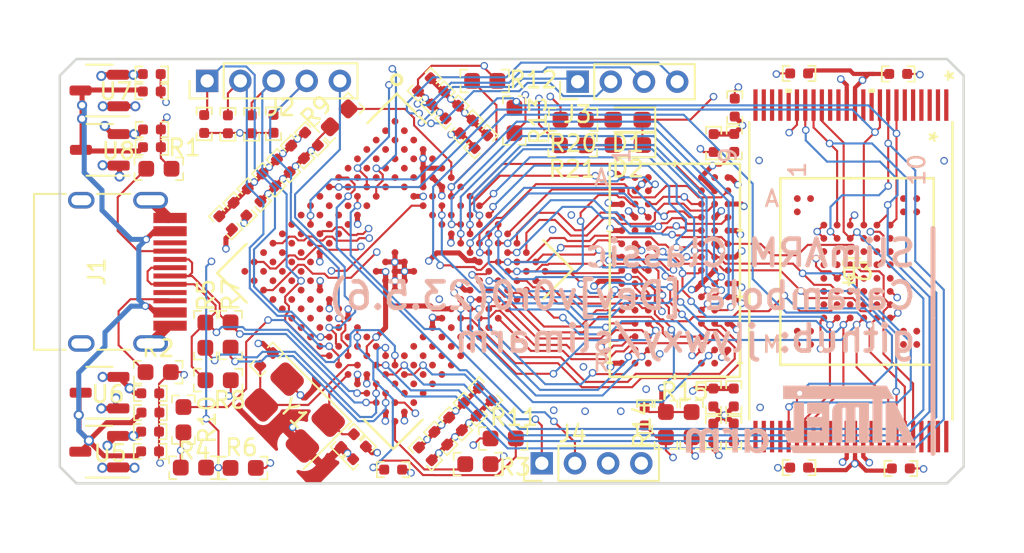
<source format=kicad_pcb>
(kicad_pcb (version 20221018) (generator pcbnew)
  (layers (0 "F.Cu" signal) (1 "In1.Cu" signal) (2 "In2.Cu" signal) (31 "B.Cu" signal) (34 "B.Paste" user) (35 "F.Paste" user) (36 "B.SilkS" user "B.Silkscreen") (37 "F.SilkS" user "F.Silkscreen") (38 "B.Mask" user) (39 "F.Mask" user) (44 "Edge.Cuts" user))
  (net 0 "")
  (net 4 "Net-(U1C-NRST)")
  (net 6 "/DP")
  (net 7 "/DN")
  (net 9 "Net-(U1C-VBG)")
  (net 10 "Net-(U1A-JTAGSEL)")
  (net 11 "/USBD_FS_DP")
  (net 12 "/USBD_FS_DN")
  (net 13 "+3V3")
  (net 14 "Net-(U1A-WKUP)")
  (net 15 "Net-(U1C-PD5)")
  (net 16 "/DDR_CS")
  (net 17 "/NAND_RNB")
  (net 22 "/DDR_DQS1")
  (net 23 "/DDR_DQM0")
  (net 24 "/DDR_DQS0")
  (net 25 "/DDR_WE")
  (net 27 "/DDR_D14")
  (net 28 "/DDR_D12")
  (net 29 "/DDR_D8")
  (net 30 "/DDR_D2")
  (net 31 "/DDR_D4")
  (net 32 "/DDR_DQM1")
  (net 33 "/DDR_RAS")
  (net 34 "/DDR_CKE")
  (net 40 "/DDR_D13")
  (net 42 "/DDR_D7")
  (net 44 "/DDR_D5")
  (net 45 "/DDR_D3")
  (net 46 "/DDR_BA1")
  (net 47 "/DDR_A10")
  (net 48 "/DDR_CAS")
  (net 49 "/DDR_NCLK")
  (net 50 "/DDR_D15")
  (net 51 "/DDR_D11")
  (net 57 "/DDR_D6")
  (net 58 "/DDR_D9")
  (net 61 "/DDR_BA0")
  (net 62 "/DDR_A11")
  (net 63 "/DDR_CLK")
  (net 64 "/DDR_D10")
  (net 65 "/DDR_D1")
  (net 72 "/DDR_BA2")
  (net 73 "/DDR_A12")
  (net 74 "/DDR_A5")
  (net 77 "Net-(D1-A)")
  (net 78 "Net-(U1A-PC1)")
  (net 79 "/DDR_A9")
  (net 80 "/DDR_A6")
  (net 81 "/DDR_A4")
  (net 82 "/UART_UTXD")
  (net 83 "/UART_URXD")
  (net 85 "/DDR_A7")
  (net 87 "/DDR_A3")
  (net 88 "/DDR_A2")
  (net 89 "/NAND_CS")
  (net 90 "/DDR_A0")
  (net 93 "/DDR_A1")
  (net 94 "/UART_TXD")
  (net 95 "/UART_RXD")
  (net 96 "/NAND_OE")
  (net 97 "/NAND_CLE")
  (net 98 "/NAND_ALE")
  (net 100 "/NAND_WE")
  (net 105 "/DEBUG_TXD")
  (net 106 "/JTAG_TDI")
  (net 107 "/JTAG_TDO")
  (net 108 "/JTAG_RST")
  (net 116 "/DEBUG_RXD")
  (net 117 "/JTAG_TCK")
  (net 118 "/JTAG_TMS")
  (net 133 "/DDR_A8")
  (net 151 "Net-(U2-VREF)")
  (net 261 "/XTAL_IN")
  (net 262 "/XTAL_OUT")
  (net 263 "Net-(D2-A)")
  (net 264 "Net-(U1A-PC2)")
  (net 265 "GND")
  (net 266 "+5V")
  (net 267 "Net-(J1-CC1)")
  (net 268 "Net-(J1-CC2)")
  (net 269 "/DDR_D0")
  (net 270 "/3v3")
  (net 271 "/1v8_CPUMEM")
  (net 272 "/1v8_DDR")
  (net 273 "/1v0_CPUCORE")
  (footprint "jlywxy:0402" (layer "F.Cu") (at 33.73 37.5 45)
    (fp_text reference "C31" hide)
    (fp_text value "22pF")
  )
  (footprint "jlywxy:0603" (layer "F.Cu") (at 23.84 36.24 -90)
    (fp_text reference "R10")
    (fp_text value "1.5k")
  )
  (footprint "jlywxy:0402" (layer "F.Cu") (at 31.56 19.3 -45)
    (fp_text reference "C5" hide)
    (fp_text value "100nF")
  )
  (footprint "jlywxy:0402" (layer "F.Cu") (at 57.04 19.54 90)
    (fp_text reference "C23" hide)
    (fp_text value "100nF")
  )
  (footprint "jlywxy:0402" (layer "F.Cu") (at 67.08 39.18 180)
    (fp_text reference "C30" hide)
    (fp_text value "100nF")
  )
  (footprint "jlywxy:0402" (layer "F.Cu") (at 36.48 39.25 180)
    (fp_text reference "C41" hide)
    (fp_text value "22pF")
  )
  (footprint "Connector_PinHeader_2.00mm:PinHeader_1x04_P2.00mm_Vertical" (layer "F.Cu") (at 47.6 15.85 90)
    (fp_text reference "J3")
    (fp_text value "Conn_01x04")
  )
  (footprint "jlywxy:TSOP48_NAND" (layer "F.Cu") (at 64.0698 27.259599 -90)
    (fp_text reference "U4")
    (fp_text value "8bit-NAND-2CE-TSOP48")
  )
  (footprint "jlywxy:0402" (layer "F.Cu") (at 38.36 16.02 -135)
    (fp_text reference "C6" hide)
    (fp_text value "100nF")
  )
  (footprint "jlywxy:0402" (layer "F.Cu") (at 39.35 37.36 135)
    (fp_text reference "C12" hide)
    (fp_text value "100nF")
  )
  (footprint "jlywxy:0402" (layer "F.Cu") (at 30.72 20.09 -45)
    (fp_text reference "C4" hide)
    (fp_text value "100nF")
  )
  (footprint "jlywxy:0603" (layer "F.Cu") (at 47.3 19.69 180)
    (fp_text reference "R21")
    (fp_text value "5.6k")
  )
  (footprint "jlywxy:0603" (layer "F.Cu") (at 47.33 18.14 180)
    (fp_text reference "R20")
    (fp_text value "5.6k")
  )
  (footprint "jlywxy:0603" (layer "F.Cu") (at 41.588 38.92 180)
    (fp_text reference "R3")
    (fp_text value "6.8k")
  )
  (footprint "jlywxy:0402" (layer "F.Cu") (at 40.24 36.49 135)
    (fp_text reference "C13" hide)
    (fp_text value "100nF")
  )
  (footprint "jlywxy:0603" (layer "F.Cu") (at 54.47 36.54 -90)
    (fp_text reference "R15")
    (fp_text value "1.5k")
  )
  (footprint "jlywxy:0402" (layer "F.Cu") (at 27.25 23.54 -45)
    (fp_text reference "C18" hide)
    (fp_text value "100nF")
  )
  (footprint "jlywxy:0402" (layer "F.Cu") (at 28.99 21.77 -45)
    (fp_text reference "C2" hide)
    (fp_text value "100nF")
  )
  (footprint "jlywxy:0402" (layer "F.Cu") (at 41.13 35.61 135)
    (fp_text reference "C15" hide)
    (fp_text value "100nF")
  )
  (footprint "Connector_PinHeader_2.00mm:PinHeader_1x05_P2.00mm_Vertical" (layer "F.Cu") (at 25.27 15.8 90)
    (fp_text reference "J2")
    (fp_text value "Conn_01x05")
  )
  (footprint "Connector_PinHeader_2.00mm:PinHeader_1x04_P2.00mm_Vertical" (layer "F.Cu") (at 45.44 38.87 90)
    (fp_text reference "J4")
    (fp_text value "Conn_01x04")
  )
  (footprint "jlywxy:0603" (layer "F.Cu") (at 22.318 33.37)
    (fp_text reference "R2")
    (fp_text value "5.1k")
  )
  (footprint "jlywxy:0603" (layer "F.Cu") (at 33.23 18.03 -135)
    (fp_text reference "R9")
    (fp_text value "10k")
  )
  (footprint "jlywxy:0603" (layer "F.Cu") (at 26.68 31.13 90)
    (fp_text reference "R7")
    (fp_text value "39")
  )
  (footprint "jlywxy:0402" (layer "F.Cu") (at 29.86 20.92 -45)
    (fp_text reference "C3" hide)
    (fp_text value "100nF")
  )
  (footprint "jlywxy:0402" (layer "F.Cu") (at 21.85 35.81 180)
    (fp_text reference "C35" hide)
    (fp_text value "22pF")
  )
  (footprint "jlywxy:0402" (layer "F.Cu") (at 57.01 37.01 90)
    (fp_text reference "C22" hide)
    (fp_text value "100nF")
  )
  (footprint "jlywxy:0603" (layer "F.Cu") (at 42 15.8)
    (fp_text reference "R12")
    (fp_text value "470k")
  )
  (footprint "jlywxy:0402" (layer "F.Cu") (at 21.94 18.73 180)
    (fp_text reference "C40" hide)
    (fp_text value "22pF")
  )
  (footprint "jlywxy:USB_TYPEC_Receptacle" (layer "F.Cu") (at 18.731 27.32 -90)
    (fp_text reference "J1")
    (fp_text value "USB_C_Receptacle_USB2.0")
  )
  (footprint "jlywxy:0603" (layer "F.Cu") (at 25.93 33.86 180)
    (fp_text reference "R8")
    (fp_text value "1.5k")
  )
  (footprint "jlywxy:0402" (layer "F.Cu") (at 26.52 18.42 -90)
    (fp_text reference "R17" hide)
    (fp_text value "10k")
  )
  (footprint "jlywxy:0402" (layer "F.Cu") (at 66.92 15.38 180)
    (fp_text reference "C28" hide)
    (fp_text value "100nF")
  )
  (footprint "jlywxy:0402" (layer "F.Cu") (at 57.01 34.9 -90)
    (fp_text reference "C19" hide)
    (fp_text value "100nF")
  )
  (footprint "Package_TO_SOT_SMD:SOT-23-3" (layer "F.Cu") (at 18.7825 34.61 180)
    (fp_text reference "U6")
    (fp_text value "XC6206PxxxMR")
  )
  (footprint "LED_SMD:LED_0603_1608Metric_Pad1.05x0.95mm_HandSolder" (layer "F.Cu") (at 50.6175 18.14 180)
    (fp_text reference "D1")
    (fp_text value "LED")
  )
  (footprint "jlywxy:0402" (layer "F.Cu") (at 38.42 38.3 135)
    (fp_text reference "C17" hide)
    (fp_text value "100nF")
  )
  (footprint "jlywxy:0402" (layer "F.Cu") (at 27.95 18.42 -90)
    (fp_text reference "R19" hide)
    (fp_text value "10k")
  )
  (footprint "jlywxy:0402" (layer "F.Cu") (at 28.1 22.68 -45)
    (fp_text reference "C1" hide)
    (fp_text value "100nF")
  )
  (footprint "jlywxy:0603" (layer "F.Cu") (at 27.44 39.15)
    (fp_text reference "R6")
    (fp_text value "0")
  )
  (footprint "jlywxy:0402" (layer "F.Cu") (at 55.78 37.02 90)
    (fp_text reference "C21" hide)
    (fp_text value "100nF")
  )
  (footprint "jlywxy:0402" (layer "F.Cu") (at 21.84 34.65 180)
    (fp_text reference "C36" hide)
    (fp_text value "22pF")
  )
  (footprint "jlywxy:0603" (layer "F.Cu") (at 22.36 21.1)
    (fp_text reference "R1")
    (fp_text value "5.1k")
  )
  (footprint "jlywxy:0402" (layer "F.Cu") (at 40.89 18.57 -135)
    (fp_text reference "C9" hide)
    (fp_text value "100nF")
  )
  (footprint "jlywxy:Crystal_5032-4P" (layer "F.Cu") (at 30.55 35.81 135)
    (fp_text reference "Y1")
    (fp_text value "Crystal_GND24")
  )
  (footprint "Package_TO_SOT_SMD:SOT-23-3" (layer "F.Cu") (at 18.7625 38.17 180)
    (fp_text reference "U5")
    (fp_text value "XC6206PxxxMR")
  )
  (footprint "jlywxy:0603" (layer "F.Cu") (at 52.92 36.54 90)
    (fp_text reference "R14")
    (fp_text value "1.5k")
  )
  (footprint "jlywxy:0402" (layer "F.Cu") (at 28.85 32.6 45)
    (fp_text reference "C32" hide)
    (fp_text value "22pF")
  )
  (footprint "jlywxy:VFBGA63_NAND" (layer "F.Cu") (at 64.4398 27.2996)
    (fp_text reference "U3")
    (fp_text value "8bit-NAND-1CE-VFBGA63")
  )
  (footprint "jlywxy:0402" (layer "F.Cu") (at 41.77 19.47 -135)
    (fp_text reference "C10" hide)
    (fp_text value "100nF")
  )
  (footprint "jlywxy:0402" (layer "F.Cu") (at 21.94 19.8 180)
    (fp_text reference "C37" hide)
    (fp_text value "22pF")
  )
  (footprint "jlywxy:0402" (layer "F.Cu") (at 51.64 36.05 90)
    (fp_text reference "C26" hide)
    (fp_text value "22pF")
  )
  (footprint "jlywxy:0402" (layer "F.Cu") (at 42.031838 34.691838 135)
    (fp_text reference "C14" hide)
    (fp_text value "100nF")
  )
  (footprint "jlywxy:0402" (layer "F.Cu") (at 34.45 38.24 45)
    (fp_text reference "C16" hide)
    (fp_text value "100nF")
  )
  (footprint "jlywxy:0603" (layer "F.Cu") (at 25.16 31.14 90)
    (fp_text reference "R5")
    (fp_text value "39")
  )
  (footprint "jlywxy:0402" (layer "F.Cu") (at 60.95 39.13)
    (fp_text reference "C29" hide)
    (fp_text value "100nF")
  )
  (footprint "jlywxy:0603" (layer "F.Cu") (at 24.44 39.13)
    (fp_text reference "R4")
    (fp_text value "NC")
  )
  (footprint "jlywxy:0603" (layer "F.Cu") (at 43.79 18.19 -90)
    (fp_text reference "R13")
    (fp_text value "470k")
  )
  (footprint "jlywxy:0402" (layer "F.Cu") (at 21.83 38.15 180)
    (fp_text reference "C33" hide)
    (fp_text value "22pF")
  )
  (footprint "jlywxy:0402" (layer "F.Cu") (at 39.18 16.84 -135)
    (fp_text reference "C7" hide)
    (fp_text value "100nF")
  )
  (footprint "jlywxy:0402" (layer "F.Cu") (at 55.8 19.55 90)
    (fp_text reference "C24" hide)
    (fp_text value "100nF")
  )
  (footprint "jlywxy:0402" (layer "F.Cu") (at 60.95 15.35)
    (fp_text reference "C27" hide)
    (fp_text value "100nF")
  )
  (footprint "jlywxy:0603" (layer "F.Cu") (at 43.11 37.37)
    (fp_text reference "R11")
    (fp_text value "1.5k")
  )
  (footprint "jlywxy:BGA84_DDR2" (layer "F.Cu") (at 53.46 27.23)
    (fp_text reference "U2" hide)
    (fp_text value "16bit-DDR2-8bank-FBGA84")
  )
  (footprint "jlywxy:0402" (layer "F.Cu") (at 55.78 34.9 -90)
    (fp_text reference "C20" hide)
    (fp_text value "100nF")
  )
  (footprint "LED_SMD:LED_0603_1608Metric_Pad1.05x0.95mm_HandSolder" (layer "F.Cu") (at 50.6275 19.67 180)
    (fp_text reference "D2")
    (fp_text value "LED")
  )
  (footprint "jlywxy:0402" (layer "F.Cu") (at 21.93 15.39 180)
    (fp_text reference "C38" hide)
    (fp_text value "22pF")
  )
  (footprint "jlywxy:0402" (layer "F.Cu") (at 26.381838 24.351838 -45)
    (fp_text reference "C11" hide)
    (fp_text value "100nF")
  )
  (footprint "jlywxy:0402" (layer "F.Cu") (at 57.07 17.41 -90)
    (fp_text reference "C25" hide)
    (fp_text value "100nF")
  )
  (footprint "jlywxy:AT91SAM9G25_JKT" (layer "F.Cu") (at 36.59 27.29 -45)
    (fp_text reference "U1" hide)
    (fp_text value "AT91SAM9G25-CU" hide)
  )
  (footprint "Package_TO_SOT_SMD:SOT-23-3" (layer "F.Cu") (at 18.7725 16.38 180)
    (fp_text reference "U7")
    (fp_text value "XC6206PxxxMR")
  )
  (footprint "jlywxy:0402" (layer "F.Cu") (at 40.02 17.68 -135)
    (fp_text reference "C8" hide)
    (fp_text value "100nF")
  )
  (footprint "jlywxy:0402" (layer "F.Cu") (at 29.27 18.39 -90)
    (fp_text reference "R18" hide)
    (fp_text value "10k")
  )
  (footprint "jlywxy:0402" (layer "F.Cu") (at 25.09 18.4 -90)
    (fp_text reference "R16" hide)
    (fp_text value "10k")
  )
  (footprint "Package_TO_SOT_SMD:SOT-23-3" (layer "F.Cu") (at 18.8 19.96 180)
    (fp_text reference "U8")
    (fp_text value "XC6206PxxxMR")
  )
  (footprint "jlywxy:0402" (layer "F.Cu") (at 21.83 36.96 180)
    (fp_text reference "C34" hide)
    (fp_text value "22pF")
  )
  (footprint "jlywxy:0402" (layer "F.Cu") (at 21.93 16.44 180)
    (fp_text reference "C39" hide)
    (fp_text value "22pF")
  )
  (footprint "jlywxy:image_arm" (layer "B.Cu") (at 56.63 37.51 180)
    (fp_text reference "G***" hide)
    (fp_text value "LOGO" hide)
  )
  (footprint "jlywxy:image_atmel" (layer "B.Cu") (at 63.98 36.22 180)
    (fp_text reference "G***" hide)
    (fp_text value "LOGO" hide)
  )
  (gr_line (start 69.02 24.705) (end 69.02 38.275) (stroke (width 0.3)) (layer "B.SilkS"))
  (gr_line (start 16.39 39.08) (end 17.39 40.08) (stroke (width 0.15)) (layer "Edge.Cuts"))
  (gr_line (start 69.866 14.48) (end 70.866 15.48) (stroke (width 0.15)) (layer "Edge.Cuts"))
  (gr_line (start 17.39 14.48) (end 16.39 15.48) (stroke (width 0.15)) (layer "Edge.Cuts"))
  (gr_line (start 70.866 39.08) (end 69.866 40.08) (stroke (width 0.15)) (layer "Edge.Cuts"))
  (gr_line (start 70.866 39.08) (end 70.866 15.48) (stroke (width 0.15)) (layer "Edge.Cuts"))
  (gr_line (start 69.866 14.48) (end 17.39 14.48) (stroke (width 0.15)) (layer "Edge.Cuts"))
  (gr_line (start 16.39 15.48) (end 16.39 39.08) (stroke (width 0.15)) (layer "Edge.Cuts"))
  (gr_line (start 17.39 40.08) (end 69.866 40.08) (stroke (width 0.15)) (layer "Edge.Cuts"))
  (gr_text "SlimARM Classic\nCarambola [Dev]v0r0(23.5.6)\ngithub: jlywxy/slimarm" (at 68.12 32.28) (layer "B.SilkS") (effects (font (size 1.6 1.6) (thickness 0.28) bold) (justify left bottom mirror)))
  (segment (start 38.28 39.58) (end 38.94 39.58) (width 0.127) (layer "F.Cu") (net 4))
  (segment (start 35.28 39.12) (end 35.69 38.71) (width 0.127) (layer "F.Cu") (net 4))
  (segment (start 38.94 39.58) (end 38.9455 39.5855) (width 0.127) (layer "F.Cu") (net 4))
  (segment (start 35.69 38.71) (end 37.41 38.71) (width 0.127) (layer "F.Cu") (net 4))
  (segment (start 43.872 38.478283) (end 43.872 37.37) (width 0.127) (layer "F.Cu") (net 4))
  (segment (start 37.41 38.71) (end 38.28 39.58) (width 0.127) (layer "F.Cu") (net 4))
  (segment (start 38.9455 39.5855) (end 42.764783 39.5855) (width 0.127) (layer "F.Cu") (net 4))
  (segment (start 34.321647 30.689724) (end 34.327258 30.684113) (width 0.127) (layer "F.Cu") (net 4))
  (segment (start 34.321647 31.255409) (end 34.321647 30.689724) (width 0.127) (layer "F.Cu") (net 4))
  (segment (start 42.764783 39.5855) (end 43.872 38.478283) (width 0.127) (layer "F.Cu") (net 4))
  (segment (start 35.41 39.25) (end 35.28 39.12) (width 0.127) (layer "F.Cu") (net 4))
  (segment (start 35.94 39.25) (end 35.41 39.25) (width 0.127) (layer "F.Cu") (net 4))
  (via (at 34.321647 31.255409) (size 0.4572) (drill 0.3048) (layers "F.Cu" "B.Cu") (net 4))
  (via (at 35.28 39.12) (size 0.4572) (drill 0.3048) (layers "F.Cu" "B.Cu") (net 4))
  (segment (start 35.286 32.801237) (end 34.321647 31.836884) (width 0.127) (layer "B.Cu") (net 4))
  (segment (start 35.286 33.816) (end 35.286 32.801237) (width 0.127) (layer "B.Cu") (net 4))
  (segment (start 36.46 37.97) (end 36.46 34.99) (width 0.127) (layer "B.Cu") (net 4))
  (segment (start 36.46 34.99) (end 35.286 33.816) (width 0.127) (layer "B.Cu") (net 4))
  (segment (start 35.31 39.12) (end 36.46 37.97) (width 0.127) (layer "B.Cu") (net 4))
  (segment (start 34.321647 31.836884) (end 34.321647 31.255409) (width 0.127) (layer "B.Cu") (net 4))
  (segment (start 35.28 39.12) (end 35.31 39.12) (width 0.127) (layer "B.Cu") (net 4))
  (segment (start 21.68 27.294) (end 21.68 27.846) (width 0.127) (layer "F.Cu") (net 6))
  (segment (start 25.16 30.41) (end 24.34 31.23) (width 0.127) (layer "F.Cu") (net 6))
  (segment (start 21.68 27.846) (end 21.904 28.07) (width 0.127) (layer "F.Cu") (net 6))
  (segment (start 25.776 29.762) (end 25.16 30.378) (width 0.127) (layer "F.Cu") (net 6))
  (segment (start 24.34 33.032) (end 25.168 33.86) (width 0.127) (layer "F.Cu") (net 6))
  (segment (start 25.776 29.34521) (end 25.776 29.762) (width 0.127) (layer "F.Cu") (net 6))
  (segment (start 25.238 30.378) (end 25.83 30.97) (width 0.127) (layer "F.Cu") (net 6))
  (segment (start 23.031 28.07) (end 24.50079 28.07) (width 0.127) (layer "F.Cu") (net 6))
  (segment (start 34.305394 34.637901) (end 34.886934 34.637901) (width 0.127) (layer "F.Cu") (net 6))
  (segment (start 25.16 30.378) (end 25.16 30.41) (width 0.127) (layer "F.Cu") (net 6))
  (segment (start 34.886934 34.637901) (end 34.892944 34.643911) (width 0.127) (layer "F.Cu") (net 6))
  (segment (start 24.34 31.23) (end 24.34 33.032) (width 0.127) (layer "F.Cu") (net 6))
  (segment (start 21.904 27.07) (end 21.68 27.294) (width 0.127) (layer "F.Cu") (net 6))
  (segment (start 21.904 28.07) (end 23.031 28.07) (width 0.127) (layer "F.Cu") (net 6))
  (segment (start 25.16 30.378) (end 25.238 30.378) (width 0.127) (layer "F.Cu") (net 6))
  (segment (start 23.031 27.07) (end 21.904 27.07) (width 0.127) (layer "F.Cu") (net 6))
  (segment (start 24.50079 28.07) (end 25.776 29.34521) (width 0.127) (layer "F.Cu") (net 6))
  (via (at 34.305394 34.637901) (size 0.4572) (drill 0.3048) (layers "F.Cu" "B.Cu") (net 6))
  (via (at 25.83 30.97) (size 0.4572) (drill 0.3048) (layers "F.Cu" "B.Cu") (net 6))
  (segment (start 33.824604 34.515394) (end 34.305394 34.515394) (width 0.127) (layer "B.Cu") (net 6))
  (segment (start 25.83 30.97) (end 26.1491 30.6509) (width 0.127) (layer "B.Cu") (net 6))
  (segment (start 26.1491 30.6509) (end 27.413597 30.6509) (width 0.127) (layer "B.Cu") (net 6))
  (segment (start 30.12521 30.816) (end 33.824604 34.515394) (width 0.127) (layer "B.Cu") (net 6))
  (segment (start 27.413597 30.6509) (end 27.578697 30.816) (width 0.127) (layer "B.Cu") (net 6))
  (segment (start 27.578697 30.816) (end 30.12521 30.816) (width 0.127) (layer "B.Cu") (net 6))
  (segment (start 34.305394 34.515394) (end 34.305394 34.637901) (width 0.127) (layer "B.Cu") (net 6))
  (segment (start 26.03 29.91) (end 26.488 30.368) (width 0.127) (layer "F.Cu") (net 7))
  (segment (start 24.36 27.57) (end 26.03 29.24) (width 0.127) (layer "F.Cu") (net 7))
  (segment (start 23.031 26.57) (end 24.158 26.57) (width 0.127) (layer "F.Cu") (net 7))
  (segment (start 24.36 27.368) (end 24.158 27.57) (width 0.127) (layer "F.Cu") (net 7))
  (segment (start 34.847375 35.202157) (end 35.45119 35.202157) (width 0.127) (layer "F.Cu") (net 7))
  (segment (start 24.158 26.57) (end 24.36 26.772) (width 0.127) (layer "F.Cu") (net 7))
  (segment (start 26.03 29.24) (end 26.03 29.91) (width 0.127) (layer "F.Cu") (net 7))
  (segment (start 26.68 30.368) (end 26.68 30.51) (width 0.127) (layer "F.Cu") (net 7))
  (segment (start 26.488 30.368) (end 26.68 30.368) (width 0.127) (layer "F.Cu") (net 7))
  (segment (start 24.36 26.772) (end 24.36 27.368) (width 0.127) (layer "F.Cu") (net 7))
  (segment (start 23.031 27.57) (end 24.158 27.57) (width 0.127) (layer "F.Cu") (net 7))
  (segment (start 35.45119 35.202157) (end 35.458629 35.209596) (width 0.127) (layer "F.Cu") (net 7))
  (segment (start 26.68 30.51) (end 27.24 31.07) (width 0.127) (layer "F.Cu") (net 7))
  (segment (start 24.158 27.57) (end 24.36 27.57) (width 0.127) (layer "F.Cu") (net 7))
  (via (at 34.847375 35.202157) (size 0.4572) (drill 0.3048) (layers "F.Cu" "B.Cu") (net 7))
  (via (at 27.24 31.07) (size 0.4572) (drill 0.3048) (layers "F.Cu" "B.Cu") (net 7))
  (segment (start 34.152157 35.202157) (end 34.847375 35.202157) (width 0.127) (layer "B.Cu") (net 7))
  (segment (start 27.24 31.07) (end 30.02 31.07) (width 0.127) (layer "B.Cu") (net 7))
  (segment (start 30.02 31.07) (end 34.152157 35.202157) (width 0.127) (layer "B.Cu") (net 7))
  (segment (start 40.506 39.24) (end 40.826 38.92) (width 0.127) (layer "F.Cu") (net 9))
  (segment (start 36.59 36.340967) (end 36.59 37.47) (width 0.127) (layer "F.Cu") (net 9))
  (segment (start 36.59 37.47) (end 38.36 39.24) (width 0.127) (layer "F.Cu") (net 9))
  (segment (start 38.36 39.24) (end 40.506 39.24) (width 0.127) (layer "F.Cu") (net 9))
  (segment (start 25.95 36.92) (end 25.21 36.18) (width 0.127) (layer "F.Cu") (net 10))
  (segment (start 26.678 39.15) (end 26.658 39.13) (width 0.127) (layer "F.Cu") (net 10))
  (segment (start 37.589798 23.330202) (end 33.66 27.26) (width 0.127) (layer "F.Cu") (net 10))
  (segment (start 25.202 39.13) (end 25.95 39.13) (width 0.127) (layer "F.Cu") (net 10))
  (segment (start 25.95 39.13) (end 25.95 36.92) (width 0.127) (layer "F.Cu") (net 10))
  (segment (start 33.66 27.26) (end 32.76 27.26) (width 0.127) (layer "F.Cu") (net 10))
  (segment (start 26.658 39.13) (end 25.95 39.13) (width 0.127) (layer "F.Cu") (net 10))
  (segment (start 38.287056 23.330202) (end 37.589798 23.330202) (width 0.127) (layer "F.Cu") (net 10))
  (via (at 25.95 39.13) (size 0.4572) (drill 0.3048) (layers "F.Cu" "B.Cu") (net 10))
  (via (at 32.76 27.26) (size 0.4572) (drill 0.3048) (layers "F.Cu" "B.Cu") (net 10))
  (via (at 25.21 36.18) (size 0.4572) (drill 0.3048) (layers "F.Cu" "B.Cu") (net 10))
  (via (at 25.53 26.69) (size 0.4572) (drill 0.3048) (layers "F.Cu" "B.Cu") (net 10))
  (segment (start 25.21 36.18) (end 25.21 27.01) (width 0.127) (layer "B.Cu") (net 10))
  (segment (start 25.21 27.01) (end 25.53 26.69) (width 0.127) (layer "B.Cu") (net 10))
  (segment (start 35.453016 34.649522) (end 35.453016 34.083838) (width 0.127) (layer "F.Cu") (net 11))
  (segment (start 25.16 32.11) (end 25.72 32.67) (width 0.127) (layer "F.Cu") (net 11))
  (segment (start 35.453016 34.083838) (end 35.458629 34.078225) (width 0.127) (layer "F.Cu") (net 11))
  (segment (start 25.16 31.902) (end 25.16 32.11) (width 0.127) (layer "F.Cu") (net 11))
  (via (at 25.72 32.67) (size 0.4572) (drill 0.3048) (layers "F.Cu" "B.Cu") (net 11))
  (via (at 35.453016 34.649522) (size 0.4572) (drill 0.3048) (layers "F.Cu" "B.Cu") (net 11))
  (segment (start 34.48521 36.076) (end 35.2 36.076) (width 0.127) (layer "B.Cu") (net 11))
  (segment (start 35.2 36.076) (end 35.453016 35.822984) (width 0.127) (layer "B.Cu") (net 11))
  (segment (start 35.453016 35.822984) (end 35.453016 34.649522) (width 0.127) (layer "B.Cu") (net 11))
  (segment (start 30.55521 32.146) (end 34.48521 36.076) (width 0.127) (layer "B.Cu") (net 11))
  (segment (start 27.3049 32.3109) (end 27.47 32.476) (width 0.127) (layer "B.Cu") (net 11))
  (segment (start 28.6 32.146) (end 30.55521 32.146) (width 0.127) (layer "B.Cu") (net 11))
  (segment (start 27.47 32.476) (end 28.27 32.476) (width 0.127) (layer "B.Cu") (net 11))
  (segment (start 26.0791 32.3109) (end 27.3049 32.3109) (width 0.127) (layer "B.Cu") (net 11))
  (segment (start 25.72 32.67) (end 26.0791 32.3109) (width 0.127) (layer "B.Cu") (net 11))
  (segment (start 28.27 32.476) (end 28.6 32.146) (width 0.127) (layer "B.Cu") (net 11))
  (segment (start 36.029926 34.649522) (end 36.024315 34.643911) (width 0.127) (layer "F.Cu") (net 12))
  (segment (start 26.68 31.892) (end 26.68 32.46) (width 0.127) (layer "F.Cu") (net 12))
  (segment (start 36.029926 35.215207) (end 36.029926 34.649522) (width 0.127) (layer "F.Cu") (net 12))
  (segment (start 26.68 32.46) (end 26.95 32.73) (width 0.127) (layer "F.Cu") (net 12))
  (via (at 36.029926 35.215207) (size 0.4572) (drill 0.3048) (layers "F.Cu" "B.Cu") (net 12))
  (via (at 26.95 32.73) (size 0.4572) (drill 0.3048) (layers "F.Cu" "B.Cu") (net 12))
  (segment (start 26.95 32.73) (end 28.522697 32.73) (width 0.127) (layer "B.Cu") (net 12))
  (segment (start 28.522697 32.73) (end 28.852697 32.4) (width 0.127) (layer "B.Cu") (net 12))
  (segment (start 28.852697 32.4) (end 30.45 32.4) (width 0.127) (layer "B.Cu") (net 12))
  (segment (start 34.38 36.33) (end 35.30521 36.33) (width 0.127) (layer "B.Cu") (net 12))
  (segment (start 36.029926 35.605284) (end 36.029926 35.215207) (width 0.127) (layer "B.Cu") (net 12))
  (segment (start 30.45 32.4) (end 34.38 36.33) (width 0.127) (layer "B.Cu") (net 12))
  (segment (start 35.30521 36.33) (end 36.029926 35.605284) (width 0.127) (layer "B.Cu") (net 12))
  (segment (start 26.692 34.708) (end 26.59 34.81) (width 0.127) (layer "F.Cu") (net 13))
  (segment (start 26.692 33.86) (end 26.692 34.708) (width 0.127) (layer "F.Cu") (net 13))
  (via (at 26.59 34.81) (size 0.4572) (drill 0.3048) (layers "F.Cu" "B.Cu") (net 13))
  (segment (start 37.191185 17.491185) (end 37.74 18.04) (width 0.127) (layer "F.Cu") (net 14))
  (segment (start 37.74 18.48) (end 39.984113 20.724113) (width 0.127) (layer "F.Cu") (net 14))
  (segment (start 39.984113 20.724113) (end 39.984113 21.633146) (width 0.127) (layer "F.Cu") (net 14))
  (segment (start 37.74 18.04) (end 37.74 18.48) (width 0.127) (layer "F.Cu") (net 14))
  (segment (start 33.768815 17.491185) (end 37.191185 17.491185) (width 0.127) (layer "F.Cu") (net 14))
  (segment (start 27.62 31.55) (end 28.94 30.23) (width 0.127) (layer "F.Cu") (net 15))
  (segment (start 36.584011 32.940865) (end 36.59 32.946854) (width 0.127) (layer "F.Cu") (net 15))
  (segment (start 23.84 35.478) (end 26.514697 35.478) (width 0.127) (layer "F.Cu") (net 15))
  (segment (start 26.514697 35.478) (end 27.62 34.372697) (width 0.127) (layer "F.Cu") (net 15))
  (segment (start 27.62 34.372697) (end 27.62 31.55) (width 0.127) (layer "F.Cu") (net 15))
  (segment (start 36.584011 32.359847) (end 36.584011 32.940865) (width 0.127) (layer "F.Cu") (net 15))
  (via (at 36.584011 32.359847) (size 0.4572) (drill 0.3048) (layers "F.Cu" "B.Cu") (net 15))
  (via (at 28.94 30.23) (size 0.4572) (drill 0.3048) (layers "F.Cu" "B.Cu") (net 15))
  (segment (start 35.626615 30.836309) (end 34.14805 30.836309) (width 0.127) (layer "B.Cu") (net 15))
  (segment (start 29.89842 30.23) (end 28.94 30.23) (width 0.127) (layer "B.Cu") (net 15))
  (segment (start 34.14805 30.836309) (end 33.902547 31.081812) (width 0.127) (layer "B.Cu") (net 15))
  (segment (start 32.42842 32.76) (end 29.89842 30.23) (width 0.127) (layer "B.Cu") (net 15))
  (segment (start 36.584011 31.793705) (end 35.626615 30.836309) (width 0.127) (layer "B.Cu") (net 15))
  (segment (start 33.902547 31.776994) (end 32.919541 32.76) (width 0.127) (layer "B.Cu") (net 15))
  (segment (start 32.919541 32.76) (end 32.42842 32.76) (width 0.127) (layer "B.Cu") (net 15))
  (segment (start 33.902547 31.081812) (end 33.902547 31.776994) (width 0.127) (layer "B.Cu") (net 15))
  (segment (start 36.584011 32.359847) (end 36.584011 31.793705) (width 0.127) (layer "B.Cu") (net 15))
  (segment (start 42.70447 19.472111) (end 42.70447 17.26647) (width 0.127) (layer "F.Cu") (net 16))
  (segment (start 39.989724 22.19322) (end 39.989724 22.758906) (width 0.127) (layer "F.Cu") (net 16))
  (segment (start 56.6397 29.6303) (end 55.8603 29.6303) (width 0.127) (layer "F.Cu") (net 16))
  (segment (start 39.989724 22.19322) (end 39.989724 22.186857) (width 0.127) (layer "F.Cu") (net 16))
  (segment (start 42.70447 17.26647) (end 41.238 15.8) (width 0.127) (layer "F.Cu") (net 16))
  (segment (start 56.83 29.44) (end 56.6397 29.6303) (width 0.127) (layer "F.Cu") (net 16))
  (segment (start 39.989724 22.186857) (end 42.70447 19.472111) (width 0.127) (layer "F.Cu") (net 16))
  (via (at 56.83 29.44) (size 0.4572) (drill 0.3048) (layers "F.Cu" "B.Cu") (net 16))
  (via (at 39.989724 22.19322) (size 0.4572) (drill 0.3048) (layers "F.Cu" "B.Cu") (net 16))
  (segment (start 56.83 29.44) (end 56.954 29.316) (width 0.127) (layer "B.Cu") (net 16))
  (segment (start 56.954 29.316) (end 56.954 22.804) (width 0.127) (layer "B.Cu") (net 16))
  (segment (start 56.954 22.804) (end 52.41 18.26) (width 0.127) (layer "B.Cu") (net 16))
  (segment (start 43.922944 18.26) (end 39.989724 22.19322) (width 0.127) (layer "B.Cu") (net 16))
  (segment (start 52.41 18.26) (end 43.922944 18.26) (width 0.127) (layer "B.Cu") (net 16))
  (segment (start 66.8198 24.1196) (end 66.8198 18.97) (width 0.127) (layer "F.Cu") (net 17))
  (segment (start 43.79 17.166) (end 43.79 17.428) (width 0.127) (layer "F.Cu") (net 17))
  (segment (start 66.8198 18.97) (end 66.8198 17.259599) (width 0.127) (layer "F.Cu") (net 17))
  (segment (start 31.498831 23.931169) (end 31.5 23.93) (width 0.127) (layer "F.Cu") (net 17))
  (segment (start 43.908502 17.047498) (end 43.79 17.166) (width 0.127) (layer "F.Cu") (net 17))
  (segment (start 31.498831 24.461573) (end 31.498831 23.931169) (width 0.127) (layer "F.Cu") (net 17))
  (segment (start 66.4398 24.4996) (end 66.8198 24.1196) (width 0.127) (layer "F.Cu") (net 17))
  (via (at 31.5 23.93) (size 0.4572) (drill 0.3048) (layers "F.Cu" "B.Cu") (net 17))
  (via (at 66.8198 18.97) (size 0.4572) (drill 0.3048) (layers "F.Cu" "B.Cu") (net 17))
  (via (at 43.908502 17.047498) (size 0.4572) (drill 0.3048) (layers "F.Cu" "B.Cu") (net 17))
  (segment (start 43.711004 16.85) (end 44.137004 17.276) (width 0.127) (layer "B.Cu") (net 17))
  (segment (start 31.5 23.93) (end 31.5 23) (width 0.127) (layer "B.Cu") (net 17))
  (segment (start 43.908502 17.047498) (end 43.711004 16.85) (width 0.127) (layer "B.Cu") (net 17))
  (segment (start 43.711004 16.85) (end 42.76 16.85) (width 0.127) (layer "B.Cu") (net 17))
  (segment (start 32.76 21.74) (end 37.87 21.74) (width 0.127) (layer "B.Cu") (net 17))
  (segment (start 44.137004 17.276) (end 65.1258 17.276) (width 0.127) (layer "B.Cu") (net 17))
  (segment (start 37.87 21.74) (end 42.76 16.85) (width 0.127) (layer "B.Cu") (net 17))
  (segment (start 65.1258 17.276) (end 66.8198 18.97) (width 0.127) (layer "B.Cu") (net 17))
  (segment (start 31.5 23) (end 32.76 21.74) (width 0.127) (layer "B.Cu") (net 17))
  (segment (start 53.4408 20.81) (end 55.0602 22.4294) (width 0.127) (layer "F.Cu") (net 22))
  (segment (start 41.115483 22.764517) (end 43.07 20.81) (width 0.127) (layer "F.Cu") (net 22))
  (segment (start 43.07 20.81) (end 53.4408 20.81) (width 0.127) (layer "F.Cu") (net 22))
  (segment (start 52.330219 26.100219) (end 51.8598 25.6298) (width 0.127) (layer "F.Cu") (net 23))
  (segment (start 42.53 22.6) (end 41.89081 23.23919) (width 0.127) (layer "F.Cu") (net 23))
  (segment (start 52.73 26.100219) (end 52.330219 26.100219) (width 0.127) (layer "F.Cu") (net 23))
  (segment (start 41.89081 23.23919) (end 41.772181 23.23919) (width 0.127) (layer "F.Cu") (net 23))
  (via (at 52.73 26.100219) (size 0.4572) (drill 0.3048) (layers "F.Cu" "B.Cu") (net 23))
  (via (at 42.53 22.6) (size 0.4572) (drill 0.3048) (layers "F.Cu" "B.Cu") (net 23))
  (segment (start 53.687303 26.3) (end 53.996403 25.9909) (width 0.127) (layer "B.Cu") (net 23))
  (segment (start 52.73 26.100219) (end 52.929781 26.3) (width 0.127) (layer "B.Cu") (net 23))
  (segment (start 54.62 24.11) (end 53.57 23.06) (width 0.127) (layer "B.Cu") (net 23))
  (segment (start 54.0391 25.9909) (end 54.62 25.41) (width 0.127) (layer "B.Cu") (net 23))
  (segment (start 53.57 22.05) (end 51.93 20.41) (width 0.127) (layer "B.Cu") (net 23))
  (segment (start 54.62 25.41) (end 54.62 24.11) (width 0.127) (layer "B.Cu") (net 23))
  (segment (start 51.93 20.41) (end 44.72 20.41) (width 0.127) (layer "B.Cu") (net 23))
  (segment (start 53.996403 25.9909) (end 54.0391 25.9909) (width 0.127) (layer "B.Cu") (net 23))
  (segment (start 53.57 23.06) (end 53.57 22.05) (width 0.127) (layer "B.Cu") (net 23))
  (segment (start 52.929781 26.3) (end 53.687303 26.3) (width 0.127) (layer "B.Cu") (net 23))
  (segment (start 44.72 20.41) (end 42.53 22.6) (width 0.127) (layer "B.Cu") (net 23))
  (segment (start 42.279523 23.895887) (end 42.5 23.67541) (width 0.127) (layer "F.Cu") (net 24))
  (segment (start 53.558051 25.837262) (end 54.232738 25.837262) (width 0.127) (layer "F.Cu") (net 24))
  (segment (start 54.4402 25.6298) (end 55.0602 25.6298) (width 0.127) (layer "F.Cu") (net 24))
  (segment (start 42.5 23.67541) (end 42.5 23.39) (width 0.127) (layer "F.Cu") (net 24))
  (segment (start 54.232738 25.837262) (end 54.4402 25.6298) (width 0.127) (layer "F.Cu") (net 24))
  (via (at 42.5 23.39) (size 0.4572) (drill 0.3048) (layers "F.Cu" "B.Cu") (net 24))
  (via (at 53.558051 25.837262) (size 0.4572) (drill 0.3048) (layers "F.Cu" "B.Cu") (net 24))
  (segment (start 44.9791 20.9109) (end 42.5 23.39) (width 0.127) (layer "B.Cu") (net 24))
  (segment (start 53.558051 25.837262) (end 53.558051 25.431949) (width 0.127) (layer "B.Cu") (net 24))
  (segment (start 53.12 22.17) (end 51.8609 20.9109) (width 0.127) (layer "B.Cu") (net 24))
  (segment (start 51.8609 20.9109) (end 44.9791 20.9109) (width 0.127) (layer "B.Cu") (net 24))
  (segment (start 53.558051 25.431949) (end 54.126 24.864) (width 0.127) (layer "B.Cu") (net 24))
  (segment (start 54.126 24.176) (end 53.12 23.17) (width 0.127) (layer "B.Cu") (net 24))
  (segment (start 53.12 23.17) (end 53.12 22.17) (width 0.127) (layer "B.Cu") (net 24))
  (segment (start 54.126 24.864) (end 54.126 24.176) (width 0.127) (layer "B.Cu") (net 24))
  (segment (start 50.651613 27.630049) (end 51.218971 27.630049) (width 0.127) (layer "F.Cu") (net 25))
  (segment (start 42.81254 24.461573) (end 42.81254 25.027259) (width 0.127) (layer "F.Cu") (net 25))
  (segment (start 51.4552 27.866278) (end 51.4552 28.1852) (width 0.127) (layer "F.Cu") (net 25))
  (segment (start 51.8598 28.5898) (end 51.8598 28.8302) (width 0.127) (layer "F.Cu") (net 25))
  (segment (start 42.81254 25.027259) (end 42.818151 25.03287) (width 0.127) (layer "F.Cu") (net 25))
  (segment (start 51.218971 27.630049) (end 51.4552 27.866278) (width 0.127) (layer "F.Cu") (net 25))
  (segment (start 51.4552 28.1852) (end 51.8598 28.5898) (width 0.127) (layer "F.Cu") (net 25))
  (via (at 50.651613 27.630049) (size 0.4572) (drill 0.3048) (layers "F.Cu" "B.Cu") (net 25))
  (via (at 42.818151 25.03287) (size 0.4572) (drill 0.3048) (layers "F.Cu" "B.Cu") (net 25))
  (segment (start 44.980463 27.76) (end 43.69 27.76) (width 0.127) (layer "B.Cu") (net 25))
  (segment (start 43.69 27.76) (end 42.818151 26.888151) (width 0.127) (layer "B.Cu") (net 25))
  (segment (start 42.818151 26.888151) (end 42.818151 25.03287) (width 0.127) (layer "B.Cu") (net 25))
  (segment (start 50.651613 27.630049) (end 50.643575 27.638087) (width 0.127) (layer "B.Cu") (net 25))
  (segment (start 50.643575 27.638087) (end 45.102376 27.638087) (width 0.127) (layer "B.Cu") (net 25))
  (segment (start 45.102376 27.638087) (end 44.980463 27.76) (width 0.127) (layer "B.Cu") (net 25))
  (segment (start 43.378225 25.027258) (end 46.055483 22.35) (width 0.127) (layer "F.Cu") (net 27))
  (segment (start 46.055483 22.35) (end 50.1802 22.35) (width 0.127) (layer "F.Cu") (net 27))
  (segment (start 50.1802 22.35) (end 50.2596 22.4294) (width 0.127) (layer "F.Cu") (net 27))
  (segment (start 49.861568 23.75) (end 50.141168 24.0296) (width 0.127) (layer "F.Cu") (net 28))
  (segment (start 48.99 23.75) (end 49.861568 23.75) (width 0.127) (layer "F.Cu") (net 28))
  (segment (start 43.943911 25.592944) (end 43.943911 24.986089) (width 0.127) (layer "F.Cu") (net 28))
  (segment (start 43.943911 24.986089) (end 45.17 23.76) (width 0.127) (layer "F.Cu") (net 28))
  (segment (start 46.4 23.76) (end 47.45 24.81) (width 0.127) (layer "F.Cu") (net 28))
  (segment (start 47.93 24.81) (end 48.99 23.75) (width 0.127) (layer "F.Cu") (net 28))
  (segment (start 45.17 23.76) (end 46.4 23.76) (width 0.127) (layer "F.Cu") (net 28))
  (segment (start 47.45 24.81) (end 47.93 24.81) (width 0.127) (layer "F.Cu") (net 28))
  (segment (start 53.98 23.21) (end 54.395 23.625) (width 0.127) (layer "F.Cu") (net 29))
  (segment (start 54.395 23.625) (end 55.4648 23.625) (width 0.127) (layer "F.Cu") (net 29))
  (segment (start 49.760678 24.09) (end 50.095778 24.4251) (width 0.127) (layer "F.Cu") (net 29))
  (segment (start 52.023622 24.4251) (end 52.2553 24.193422) (width 0.127) (layer "F.Cu") (net 29))
  (segment (start 52.82 23.21) (end 53.98 23.21) (width 0.127) (layer "F.Cu") (net 29))
  (segment (start 48.15 25.13) (end 49.19 24.09) (width 0.127) (layer "F.Cu") (net 29))
  (segment (start 47.18 25.13) (end 48.15 25.13) (width 0.127) (layer "F.Cu") (net 29))
  (segment (start 49.19 24.09) (end 49.760678 24.09) (width 0.127) (layer "F.Cu") (net 29))
  (segment (start 45.29 24.19) (end 46.24 24.19) (width 0.127) (layer "F.Cu") (net 29))
  (segment (start 55.4648 23.625) (end 55.8603 23.2295) (width 0.127) (layer "F.Cu") (net 29))
  (segment (start 52.2553 23.7747) (end 52.82 23.21) (width 0.127) (layer "F.Cu") (net 29))
  (segment (start 46.24 24.19) (end 47.18 25.13) (width 0.127) (layer "F.Cu") (net 29))
  (segment (start 44.509596 24.970404) (end 45.29 24.19) (width 0.127) (layer "F.Cu") (net 29))
  (segment (start 44.509596 26.158629) (end 44.509596 24.970404) (width 0.127) (layer "F.Cu") (net 29))
  (segment (start 52.2553 24.193422) (end 52.2553 23.7747) (width 0.127) (layer "F.Cu") (net 29))
  (segment (start 50.095778 24.4251) (end 52.023622 24.4251) (width 0.127) (layer "F.Cu") (net 29))
  (segment (start 53.92 27.41) (end 54.8802 27.41) (width 0.127) (layer "F.Cu") (net 30))
  (segment (start 53.92 28.432697) (end 53.92 27.41) (width 0.127) (layer "F.Cu") (net 30))
  (segment (start 48.6009 26.2791) (end 45.520496 26.2791) (width 0.127) (layer "F.Cu") (net 30))
  (segment (start 54.44 29.1) (end 54.44 28.952697) (width 0.127) (layer "F.Cu") (net 30))
  (segment (start 62.80854 34.693859) (end 61.3198 36.182599) (width 0.127) (layer "F.Cu") (net 30))
  (segment (start 62.80854 30.521198) (end 62.80854 34.693859) (width 0.127) (layer "F.Cu") (net 30))
  (segment (start 48.88 26) (end 48.6009 26.2791) (width 0.127) (layer "F.Cu") (net 30))
  (segment (start 62.80854 30.521198) (end 62.818201 30.521198) (width 0.127) (layer "F.Cu") (net 30))
  (segment (start 62.818201 30.521198) (end 63.2398 30.099599) (width 0.127) (layer "F.Cu") (net 30))
  (segment (start 54.8802 27.41) (end 55.0602 27.23) (width 0.127) (layer "F.Cu") (net 30))
  (segment (start 61.3198 36.182599) (end 61.3198 37.259599) (width 0.127) (layer "F.Cu") (net 30))
  (segment (start 45.520496 26.2791) (end 45.075281 26.724315) (width 0.127) (layer "F.Cu") (net 30))
  (segment (start 54.44 28.952697) (end 53.92 28.432697) (width 0.127) (layer "F.Cu") (net 30))
  (via (at 53.92 27.41) (size 0.4572) (drill 0.3048) (layers "F.Cu" "B.Cu") (net 30))
  (via (at 48.88 26) (size 0.4572) (drill 0.3048) (layers "F.Cu" "B.Cu") (net 30))
  (via (at 54.44 29.1) (size 0.4572) (drill 0.3048) (layers "F.Cu" "B.Cu") (net 30))
  (via (at 62.80854 30.521198) (size 0.4572) (drill 0.3048) (layers "F.Cu" "B.Cu") (net 30))
  (segment (start 53.350243 26.58) (end 53.92 27.149757) (width 0.127) (layer "B.Cu") (net 30))
  (segment (start 55.37 30.03) (end 62.317342 30.03) (width 0.127) (layer "B.Cu") (net 30))
  (segment (start 48.88 26) (end 49.0909 26.2109) (width 0.127) (layer "B.Cu") (net 30))
  (segment (start 49.663597 26.2109) (end 50.032697 26.58) (width 0.127) (layer "B.Cu") (net 30))
  (segment (start 50.032697 26.58) (end 53.350243 26.58) (width 0.127) (layer "B.Cu") (net 30))
  (segment (start 49.0909 26.2109) (end 49.663597 26.2109) (width 0.127) (layer "B.Cu") (net 30))
  (segment (start 54.44 29.1) (end 55.37 30.03) (width 0.127) (layer "B.Cu") (net 30))
  (segment (start 53.92 27.149757) (end 53.92 27.41) (width 0.127) (layer "B.Cu") (net 30))
  (segment (start 62.317342 30.03) (end 62.80854 30.521198) (width 0.127) (layer "B.Cu") (net 30))
  (segment (start 66.319801 34.979801) (end 66.319801 37.259599) (width 0.127) (layer "F.Cu") (net 31))
  (segment (start 53.53455 29.53545) (end 53.54405 29.53545) (width 0.127) (layer "F.Cu") (net 31))
  (segment (start 50.0896 27.4) (end 50.1996 27.29) (width 0.127) (layer "F.Cu") (net 31))
  (segment (start 45.640967 27.29) (end 45.750967 27.4) (width 0.127) (layer "F.Cu") (net 31))
  (segment (start 64.414598 33.074598) (end 66.319801 34.979801) (width 0.127) (layer "F.Cu") (net 31))
  (segment (start 47.2 27.4) (end 47.81 28.01) (width 0.127) (layer "F.Cu") (net 31))
  (segment (start 53.54405 29.53545) (end 53.89 29.8814) (width 0.127) (layer "F.Cu") (net 31))
  (segment (start 53.18 28.24) (end 53.18 29.1809) (width 0.127) (layer "F.Cu") (net 31))
  (segment (start 64.442805 30.506594) (end 64.8498 30.099599) (width 0.127) (layer "F.Cu") (net 31))
  (segment (start 47.2 27.4) (end 50.0896 27.4) (width 0.127) (layer "F.Cu") (net 31))
  (segment (start 64.414598 30.506594) (end 64.414598 33.074598) (width 0.127) (layer "F.Cu") (net 31))
  (segment (start 45.750967 27.4) (end 47.2 27.4) (width 0.127) (layer "F.Cu") (net 31))
  (segment (start 47.81 28.01) (end 47.81 28.056687) (width 0.127) (layer "F.Cu") (net 31))
  (segment (start 64.414598 30.506594) (end 64.442805 30.506594) (width 0.127) (layer "F.Cu") (net 31))
  (segment (start 53.18 29.1809) (end 53.53455 29.53545) (width 0.127) (layer "F.Cu") (net 31))
  (via (at 64.414598 30.506594) (size 0.4572) (drill 0.3048) (layers "F.Cu" "B.Cu") (net 31))
  (via (at 53.18 28.24) (size 0.4572) (drill 0.3048) (layers "F.Cu" "B.Cu") (net 31))
  (via (at 47.81 28.056687) (size 0.4572) (drill 0.3048) (layers "F.Cu" "B.Cu") (net 31))
  (via (at 53.89 29.8814) (size 0.4572) (drill 0.3048) (layers "F.Cu" "B.Cu") (net 31))
  (segment (start 50.4 27.98) (end 50.469149 28.049149) (width 0.127) (layer "B.Cu") (net 31))
  (segment (start 63.491192 31.43) (end 64.414598 30.506594) (width 0.127) (layer "B.Cu") (net 31))
  (segment (start 50.469149 28.049149) (end 52.019149 28.049149) (width 0.127) (layer "B.Cu") (net 31))
  (segment (start 49.382697 27.98) (end 50.4 27.98) (width 0.127) (layer "B.Cu") (net 31))
  (segment (start 52.019149 28.049149) (end 52.21 28.24) (width 0.127) (layer "B.Cu") (net 31))
  (segment (start 55.4386 31.43) (end 63.491192 31.43) (width 0.127) (layer "B.Cu") (net 31))
  (segment (start 48.763597 28.5991) (end 49.382697 27.98) (width 0.127) (layer "B.Cu") (net 31))
  (segment (start 48.352413 28.5991) (end 48.763597 28.5991) (width 0.127) (layer "B.Cu") (net 31))
  (segment (start 47.81 28.056687) (end 48.352413 28.5991) (width 0.127) (layer "B.Cu") (net 31))
  (segment (start 53.89 29.8814) (end 55.4386 31.43) (width 0.127) (layer "B.Cu") (net 31))
  (segment (start 52.21 28.24) (end 53.18 28.24) (width 0.127) (layer "B.Cu") (net 31))
  (segment (start 42.918492 21.52083) (end 41.115483 23.323839) (width 0.127) (layer "F.Cu") (net 32))
  (segment (start 52.27 22.04) (end 52.2492 22.04) (width 0.127) (layer "F.Cu") (net 32))
  (segment (start 48.666054 21.52083) (end 42.918492 21.52083) (width 0.127) (layer "F.Cu") (net 32))
  (segment (start 41.115483 23.323839) (end 41.115483 23.895887) (width 0.127) (layer "F.Cu") (net 32))
  (segment (start 52.2492 22.04) (end 51.8598 22.4294) (width 0.127) (layer "F.Cu") (net 32))
  (via (at 52.27 22.04) (size 0.4572) (drill 0.3048) (layers "F.Cu" "B.Cu") (net 32))
  (via (at 48.666054 21.52083) (size 0.4572) (drill 0.3048) (layers "F.Cu" "B.Cu") (net 32))
  (segment (start 50.221712 21.618288) (end 51.633348 21.618288) (width 0.127) (layer "B.Cu") (net 32))
  (segment (start 49.984 21.856) (end 50.221712 21.618288) (width 0.127) (layer "B.Cu") (net 32))
  (segment (start 48.666054 21.52083) (end 49.001224 21.856) (width 0.127) (layer "B.Cu") (net 32))
  (segment (start 52.05506 22.04) (end 52.27 22.04) (width 0.127) (layer "B.Cu") (net 32))
  (segment (start 51.633348 21.618288) (end 52.05506 22.04) (width 0.127) (layer "B.Cu") (net 32))
  (segment (start 49.001224 21.856) (end 49.984 21.856) (width 0.127) (layer "B.Cu") (net 32))
  (segment (start 55.46025 28.422114) (end 55.46025 28.43015) (width 0.127) (layer "F.Cu") (net 33))
  (segment (start 55.46025 28.43015) (end 55.0602 28.8302) (width 0.127) (layer "F.Cu") (net 33))
  (segment (start 41.681169 23.911169) (end 41.68 23.91) (width 0.127) (layer "F.Cu") (net 33))
  (segment (start 41.681169 24.461573) (end 41.681169 23.911169) (width 0.127) (layer "F.Cu") (net 33))
  (via (at 55.46025 28.422114) (size 0.4572) (drill 0.3048) (layers "F.Cu" "B.Cu") (net 33))
  (via (at 41.68 23.91) (size 0.4572) (drill 0.3048) (layers "F.Cu" "B.Cu") (net 33))
  (segment (start 41.68 23.91) (end 41.364 23.594) (width 0.127) (layer "B.Cu") (net 33))
  (segment (start 52.09479 19.924) (end 55.12 22.94921) (width 0.127) (layer "B.Cu") (net 33))
  (segment (start 55.12 28.081864) (end 55.46025 28.422114) (width 0.127) (layer "B.Cu") (net 33))
  (segment (start 55.12 22.94921) (end 55.12 28.081864) (width 0.127) (layer "B.Cu") (net 33))
  (segment (start 44.32521 19.924) (end 52.09479 19.924) (width 0.127) (layer "B.Cu") (net 33))
  (segment (start 41.364 22.88521) (end 44.32521 19.924) (width 0.127) (layer "B.Cu") (net 33))
  (segment (start 41.364 23.594) (end 41.364 22.88521) (width 0.127) (layer "B.Cu") (net 33))
  (segment (start 50.6551 28.4256) (end 51.0597 28.8302) (width 0.127) (layer "F.Cu") (net 34))
  (segment (start 49.863527 28.4256) (end 50.6551 28.4256) (width 0.127) (layer "F.Cu") (net 34))
  (segment (start 42.246854 25.574242) (end 42.241122 25.579974) (width 0.127) (layer "F.Cu") (net 34))
  (segment (start 42.246854 25.027258) (end 42.246854 25.574242) (width 0.127) (layer "F.Cu") (net 34))
  (segment (start 49.849327 28.4114) (end 49.863527 28.4256) (width 0.127) (layer "F.Cu") (net 34))
  (via (at 42.241122 25.579974) (size 0.4572) (drill 0.3048) (layers "F.Cu" "B.Cu") (net 34))
  (via (at 49.849327 28.4114) (size 0.4572) (drill 0.3048) (layers "F.Cu" "B.Cu") (net 34))
  (segment (start 42.241122 26.801122) (end 42.241122 25.579974) (width 0.127) (layer "B.Cu") (net 34))
  (segment (start 48.13 29.39) (end 47.23 28.49) (width 0.127) (layer "B.Cu") (net 34))
  (segment (start 43.93 28.49) (end 42.241122 26.801122) (width 0.127) (layer "B.Cu") (net 34))
  (segment (start 47.23 28.49) (end 43.93 28.49) (width 0.127) (layer "B.Cu") (net 34))
  (segment (start 49.849327 28.680673) (end 49.14 29.39) (width 0.127) (layer "B.Cu") (net 34))
  (segment (start 49.849327 28.4114) (end 49.849327 28.680673) (width 0.127) (layer "B.Cu") (net 34))
  (segment (start 49.14 29.39) (end 48.13 29.39) (width 0.127) (layer "B.Cu") (net 34))
  (segment (start 56.2649 24.4251) (end 56.6604 24.0296) (width 0.127) (layer "F.Cu") (net 40))
  (segment (start 52.6609 24.3891) (end 52.983597 24.3891) (width 0.127) (layer "F.Cu") (net 40))
  (segment (start 54.2251 24.4251) (end 56.2649 24.4251) (width 0.127) (layer "F.Cu") (net 40))
  (segment (start 52.983597 24.3891) (end 53.292697 24.08) (width 0.127) (layer "F.Cu") (net 40))
  (segment (start 53.88 24.08) (end 54.2251 24.4251) (width 0.127) (layer "F.Cu") (net 40))
  (segment (start 42.81254 25.592944) (end 43.374452 25.592944) (width 0.127) (layer "F.Cu") (net 40))
  (segment (start 53.292697 24.08) (end 53.88 24.08) (width 0.127) (layer "F.Cu") (net 40))
  (segment (start 52.47 24.58) (end 52.6609 24.3891) (width 0.127) (layer "F.Cu") (net 40))
  (segment (start 43.374452 25.592944) (end 43.380037 25.598529) (width 0.127) (layer "F.Cu") (net 40))
  (via (at 43.380037 25.598529) (size 0.4572) (drill 0.3048) (layers "F.Cu" "B.Cu") (net 40))
  (via (at 52.47 24.58) (size 0.4572) (drill 0.3048) (layers "F.Cu" "B.Cu") (net 40))
  (segment (start 50.81 24.58) (end 49.96 23.73) (width 0.127) (layer "B.Cu") (net 40))
  (segment (start 48.59 23) (end 45.978566 23) (width 0.127) (layer "B.Cu") (net 40))
  (segment (start 49.32 23.73) (end 48.59 23) (width 0.127) (layer "B.Cu") (net 40))
  (segment (start 49.96 23.73) (end 49.32 23.73) (width 0.127) (layer "B.Cu") (net 40))
  (segment (start 52.47 24.58) (end 50.81 24.58) (width 0.127) (layer "B.Cu") (net 40))
  (segment (start 45.978566 23) (end 43.380037 25.598529) (width 0.127) (layer "B.Cu") (net 40))
  (segment (start 53.341875 25.122563) (end 53.789944 25.122563) (width 0.127) (layer "F.Cu") (net 42))
  (segment (start 64.685978 27.2851) (end 65.774622 27.2851) (width 0.127) (layer "F.Cu") (net 42))
  (segment (start 66.0443 28.9041) (end 66.4398 29.2996) (width 0.127) (layer "F.Cu") (net 42))
  (segment (start 65.774622 27.2851) (end 66.0443 27.554778) (width 0.127) (layer "F.Cu") (net 42))
  (segment (start 66.0353 29.7041) (end 66.0353 32.2753) (width 0.127) (layer "F.Cu") (net 42))
  (segment (start 60.85 26.32) (end 61.48 25.69) (width 0.127) (layer "F.Cu") (net 42))
  (segment (start 53.789944 25.122563) (end 53.892581 25.2252) (width 0.127) (layer "F.Cu") (net 42))
  (segment (start 43.378225 26.158629) (end 43.92391 26.158629) (width 0.127) (layer "F.Cu") (net 42))
  (segment (start 53.293768 25.074456) (end 53.341875 25.122563) (width 0.127) (layer "F.Cu") (net 42))
  (segment (start 53.892581 25.2252) (end 56.2558 25.2252) (width 0.127) (layer "F.Cu") (net 42))
  (segment (start 64.4543 25.964778) (end 64.4543 27.053422) (width 0.127) (layer "F.Cu") (net 42))
  (segment (start 56.2558 25.2252) (end 56.6604 25.6298) (width 0.127) (layer "F.Cu") (net 42))
  (segment (start 67.8198 34.0598) (end 67.8198 37.259599) (width 0.127) (layer "F.Cu") (net 42))
  (segment (start 64.4543 27.053422) (end 64.685978 27.2851) (width 0.127) (layer "F.Cu") (net 42))
  (segment (start 66.0353 32.2753) (end 67.8198 34.0598) (width 0.127) (layer "F.Cu") (net 42))
  (segment (start 64.184622 25.6951) (end 64.4543 25.964778) (width 0.127) (layer "F.Cu") (net 42))
  (segment (start 61.4851 25.6951) (end 64.184622 25.6951) (width 0.127) (layer "F.Cu") (net 42))
  (segment (start 43.92391 26.158629) (end 43.929673 26.152866) (width 0.127) (layer "F.Cu") (net 42))
  (segment (start 56.6604 25.6298) (end 58.6298 25.6298) (width 0.127) (layer "F.Cu") (net 42))
  (segment (start 58.6298 25.6298) (end 59.32 26.32) (width 0.127) (layer "F.Cu") (net 42))
  (segment (start 59.32 26.32) (end 60.85 26.32) (width 0.127) (layer "F.Cu") (net 42))
  (segment (start 61.48 25.69) (end 61.4851 25.6951) (width 0.127) (layer "F.Cu") (net 42))
  (segment (start 66.0443 27.554778) (end 66.0443 28.9041) (width 0.127) (layer "F.Cu") (net 42))
  (segment (start 66.4398 29.2996) (end 66.0353 29.7041) (width 0.127) (layer "F.Cu") (net 42))
  (via (at 43.929673 26.152866) (size 0.4572) (drill 0.3048) (layers "F.Cu" "B.Cu") (net 42))
  (via (at 53.293768 25.074456) (size 0.4572) (drill 0.3048) (layers "F.Cu" "B.Cu") (net 42))
  (segment (start 52.643597 24.9991) (end 50.7291 24.9991) (width 0.127) (layer "B.Cu") (net 42))
  (segment (start 49.8 24.07) (end 49.1 24.07) (width 0.127) (layer "B.Cu") (net 42))
  (segment (start 46.682539 23.4) (end 43.929673 26.152866) (width 0.127) (layer "B.Cu") (net 42))
  (segment (start 52.734455 25.074456) (end 52.651348 24.991349) (width 0.127) (layer "B.Cu") (net 42))
  (segment (start 53.293768 25.074456) (end 52.734455 25.074456) (width 0.127) (layer "B.Cu") (net 42))
  (segment (start 52.651348 24.991349) (end 52.643597 24.9991) (width 0.127) (layer "B.Cu") (net 42))
  (segment (start 49.1 24.07) (end 48.43 23.4) (width 0.127) (layer "B.Cu") (net 42))
  (segment (start 50.7291 24.9991) (end 49.8 24.07) (width 0.127) (layer "B.Cu") (net 42))
  (segment (start 48.43 23.4) (end 46.682539 23.4) (width 0.127) (layer "B.Cu") (net 42))
  (segment (start 52.471619 25.681619) (end 52.904097 25.681619) (width 0.127) (layer "F.Cu") (net 44))
  (segment (start 46.8 25.28) (end 46.98 25.46) (width 0.127) (layer "F.Cu") (net 44))
  (segment (start 64.193622 28.9041) (end 64.4253 29.135778) (width 0.127) (layer "F.Cu") (net 44))
  (segment (start 49.515066 25.14) (end 49.609366 25.2343) (width 0.127) (layer "F.Cu") (net 44))
  (segment (start 48.64 25.14) (end 49.515066 25.14) (width 0.127) (layer "F.Cu") (net 44))
  (segment (start 56.6604 27.23) (end 59.810878 27.23) (width 0.127) (layer "F.Cu") (net 44))
  (segment (start 66.8 34.54) (end 66.8198 34.5598) (width 0.127) (layer "F.Cu") (net 44))
  (segment (start 49.609366 25.2343) (end 52.0243 25.2343) (width 0.127) (layer "F.Cu") (net 44))
  (segment (start 52.0243 25.2343) (end 52.471619 25.681619) (width 0.127) (layer "F.Cu") (net 44))
  (segment (start 56.0245 26.8345) (end 56.42 27.23) (width 0.127) (layer "F.Cu") (net 44))
  (segment (start 52.904097 25.681619) (end 53.1491 25.926622) (width 0.127) (layer "F.Cu") (net 44))
  (segment (start 59.810878 27.23) (end 61.055439 28.474561) (width 0.127) (layer "F.Cu") (net 44))
  (segment (start 61.055439 28.474561) (end 61.484978 28.9041) (width 0.127) (layer "F.Cu") (net 44))
  (segment (start 65.2443 29.6951) (end 65.6398 29.2996) (width 0.127) (layer "F.Cu") (net 44))
  (segment (start 64.6651 29.6951) (end 65.2443 29.6951) (width 0.127) (layer "F.Cu") (net 44))
  (segment (start 61.484978 28.9041) (end 64.193622 28.9041) (width 0.127) (layer "F.Cu") (net 44))
  (segment (start 53.1491 25.926622) (end 53.1491 26.1491) (width 0.127) (layer "F.Cu") (net 44))
  (segment (start 56.42 27.23) (end 56.6604 27.23) (width 0.127) (layer "F.Cu") (net 44))
  (segment (start 46.98 25.46) (end 48.32 25.46) (width 0.127) (layer "F.Cu") (net 44))
  (segment (start 64.4253 29.4553) (end 64.6651 29.6951) (width 0.127) (layer "F.Cu") (net 44))
  (segment (start 64.4253 29.135778) (end 64.4253 29.4553) (width 0.127) (layer "F.Cu") (net 44))
  (segment (start 43.943911 26.724315) (end 44.515959 26.724315) (width 0.127) (layer "F.Cu") (net 44))
  (segment (start 66.8198 34.5598) (end 66.8198 37.259599) (width 0.127) (layer "F.Cu") (net 44))
  (segment (start 45.960274 25.28) (end 46.8 25.28) (width 0.127) (layer "F.Cu") (net 44))
  (segment (start 48.32 25.46) (end 48.64 25.14) (width 0.127) (layer "F.Cu") (net 44))
  (segment (start 44.515959 26.724315) (end 45.960274 25.28) (width 0.127) (layer "F.Cu") (net 44))
  (segment (start 53.1491 26.1491) (end 53.8345 26.8345) (width 0.127) (layer "F.Cu") (net 44))
  (segment (start 53.8345 26.8345) (end 56.0245 26.8345) (width 0.127) (layer "F.Cu") (net 44))
  (via (at 66.8 34.54) (size 0.4572) (drill 0.3048) (layers "F.Cu" "B.Cu") (net 44))
  (via (at 61.055439 28.474561) (size 0.4572) (drill 0.3048) (layers "F.Cu" "B.Cu") (net 44))
  (segment (start 66.8 34.54) (end 66.8 31.05079) (width 0.127) (layer "B.Cu") (net 44))
  (segment (start 66.8 31.05079) (end 64.223771 28.474561) (width 0.127) (layer "B.Cu") (net 44))
  (segment (start 64.223771 28.474561) (end 61.055439 28.474561) (width 0.127) (layer "B.Cu") (net 44))
  (segment (start 48.92 26.8345) (end 49.101803 26.8345) (width 0.127) (layer "F.Cu") (net 45))
  (segment (start 53.6131 28.9531) (end 53.8 29.14) (width 0.127) (layer "F.Cu") (net 45))
  (segment (start 61.819799 36.182599) (end 61.819799 37.259599) (width 0.127) (layer "F.Cu") (net 45))
  (segment (start 53.160912 27.576063) (end 53.202389 27.61754) (width 0.127) (layer "F.Cu") (net 45))
  (segment (start 52.8886 27.576063) (end 53.160912 27.576063) (width 0.127) (layer "F.Cu") (net 45))
  (segment (start 45.804789 26.8945) (end 45.864789 26.8345) (width 0.127) (layer "F.Cu") (net 45))
  (segment (start 44.509596 27.29) (end 45.068918 27.29) (width 0.127) (layer "F.Cu") (net 45))
  (segment (start 49.878197 26.8345) (end 51.223522 26.8345) (width 0.127) (layer "F.Cu") (net 45))
  (segment (start 51.619022 27.23) (end 51.8598 27.23) (width 0.127) (layer "F.Cu") (net 45))
  (segment (start 45.068918 27.29) (end 45.464418 26.8945) (width 0.127) (layer "F.Cu") (net 45))
  (segment (start 63.618678 30.512111) (end 63.618678 34.38372) (width 0.127) (layer "F.Cu") (net 45))
  (segment (start 63.618678 34.38372) (end 61.819799 36.182599) (width 0.127) (layer "F.Cu") (net 45))
  (segment (start 49.101803 26.8345) (end 49.316403 27.0491) (width 0.127) (layer "F.Cu") (net 45))
  (segment (start 45.864789 26.8345) (end 48.92 26.8345) (width 0.127) (layer "F.Cu") (net 45))
  (segment (start 53.202389 27.61754) (end 53.33754 27.61754) (width 0.127) (layer "F.Cu") (net 45))
  (segment (start 53.33754 27.61754) (end 53.6131 27.8931) (width 0.127) (layer "F.Cu") (net 45))
  (segment (start 49.316403 27.0491) (end 49.663597 27.0491) (width 0.127) (layer "F.Cu") (net 45))
  (segment (start 63.618678 30.510721) (end 64.0298 30.099599) (width 0.127) (layer "F.Cu") (net 45))
  (segment (start 49.663597 27.0491) (end 49.878197 26.8345) (width 0.127) (layer "F.Cu") (net 45))
  (segment (start 51.223522 26.8345) (end 51.619022 27.23) (width 0.127) (layer "F.Cu") (net 45))
  (segment (start 45.464418 26.8945) (end 45.804789 26.8945) (width 0.127) (layer "F.Cu") (net 45))
  (segment (start 63.618678 30.512111) (end 63.618678 30.510721) (width 0.127) (layer "F.Cu") (net 45))
  (segment (start 53.6131 27.8931) (end 53.6131 28.9531) (width 0.127) (layer "F.Cu") (net 45))
  (via (at 48.92 26.8345) (size 0.4572) (drill 0.3048) (layers "F.Cu" "B.Cu") (net 45))
  (via (at 53.8 29.14) (size 0.4572) (drill 0.3048) (layers "F.Cu" "B.Cu") (net 45))
  (via (at 52.8886 27.576063) (size 0.4572) (drill 0.3048) (layers "F.Cu" "B.Cu") (net 45))
  (via (at 63.618678 30.512111) (size 0.4572) (drill 0.3048) (layers "F.Cu" "B.Cu") (net 45))
  (segment (start 61.978645 30.284) (end 62.634943 30.940298) (width 0.127) (layer "B.Cu") (net 45))
  (segment (start 63.190491 30.940298) (end 63.618678 30.512111) (width 0.127) (layer "B.Cu") (net 45))
  (segment (start 62.634943 30.940298) (end 63.190491 30.940298) (width 0.127) (layer "B.Cu") (net 45))
  (segment (start 52.8886 27.3386) (end 52.5991 27.0491) (width 0.127) (layer "B.Cu") (net 45))
  (segment (start 49.1346 27.0491) (end 48.92 26.8345) (width 0.127) (layer "B.Cu") (net 45))
  (segment (start 53.8 29.14) (end 54.944 30.284) (width 0.127) (layer "B.Cu") (net 45))
  (segment (start 52.5991 27.0491) (end 49.1346 27.0491) (width 0.127) (layer "B.Cu") (net 45))
  (segment (start 52.8886 27.576063) (end 52.8886 27.3386) (width 0.127) (layer "B.Cu") (net 45))
  (segment (start 54.944 30.284) (end 61.978645 30.284) (width 0.127) (layer "B.Cu") (net 45))
  (segment (start 51.223522 29.2348) (end 51.498722 29.51) (width 0.127) (layer "F.Cu") (net 46))
  (segment (start 50.500178 28.83) (end 50.904978 29.2348) (width 0.127) (layer "F.Cu") (net 46))
  (segment (start 51.498722 29.51) (end 51.7395 29.51) (width 0.127) (layer "F.Cu") (net 46))
  (segment (start 45.075281 27.855685) (end 45.625685 27.855685) (width 0.127) (layer "F.Cu") (net 46))
  (segment (start 50.904978 29.2348) (end 51.223522 29.2348) (width 0.127) (layer "F.Cu") (net 46))
  (segment (start 51.7395 29.51) (end 51.8598 29.6303) (width 0.127) (layer "F.Cu") (net 46))
  (segment (start 46.6 28.83) (end 50.500178 28.83) (width 0.127) (layer "F.Cu") (net 46))
  (segment (start 45.625685 27.855685) (end 46.6 28.83) (width 0.127) (layer "F.Cu") (net 46))
  (segment (start 49.5396 30.4304) (end 49.3 30.67) (width 0.127) (layer "F.Cu") (net 47))
  (segment (start 39.412816 23.901499) (end 39.412816 23.335813) (width 0.127) (layer "F.Cu") (net 47))
  (segment (start 49.5996 30.4304) (end 49.58 30.45) (width 0.127) (layer "F.Cu") (net 47))
  (segment (start 51.0597 30.4304) (end 49.5996 30.4304) (width 0.127) (layer "F.Cu") (net 47))
  (segment (start 49.5996 30.4304) (end 49.5396 30.4304) (width 0.127) (layer "F.Cu") (net 47))
  (via (at 39.412816 23.901499) (size 0.4572) (drill 0.3048) (layers "F.Cu" "B.Cu") (net 47))
  (via (at 49.3 30.67) (size 0.4572) (drill 0.3048) (layers "F.Cu" "B.Cu") (net 47))
  (segment (start 39.412816 26.265513) (end 39.412816 23.901499) (width 0.127) (layer "B.Cu") (net 47))
  (segment (start 49.3 30.67) (end 47.98 30.67) (width 0.127) (layer "B.Cu") (net 47))
  (segment (start 42.50488 28.53488) (end 41.682183 28.53488) (width 0.127) (layer "B.Cu") (net 47))
  (segment (start 46.9 29.59) (end 43.56 29.59) (width 0.127) (layer "B.Cu") (net 47))
  (segment (start 47.98 30.67) (end 46.9 29.59) (width 0.127) (layer "B.Cu") (net 47))
  (segment (start 41.682183 28.53488) (end 39.412816 26.265513) (width 0.127) (layer "B.Cu") (net 47))
  (segment (start 43.56 29.59) (end 42.50488 28.53488) (width 0.127) (layer "B.Cu") (net 47))
  (segment (start 55.43 29.2605) (end 55.43 29.250058) (width 0.127) (layer "F.Cu") (net 48))
  (segment (start 55.43 29.250058) (end 55.430432 29.25049) (width 0.127) (layer "F.Cu") (net 48))
  (segment (start 55.0602 29.6303) (end 55.43 29.2605) (width 0.127) (layer "F.Cu") (net 48))
  (segment (start 40.002112 24.4557) (end 40.543925 24.4557) (width 0.127) (layer "F.Cu") (net 48))
  (via (at 40.002112 24.4557) (size 0.4572) (drill 0.3048) (layers "F.Cu" "B.Cu") (net 48))
  (via (at 55.430432 29.25049) (size 0.4572) (drill 0.3048) (layers "F.Cu" "B.Cu") (net 48))
  (segment (start 56.05951 29.25049) (end 56.7 28.61) (width 0.127) (layer "B.Cu") (net 48))
  (segment (start 56.7 28.61) (end 56.7 23.07) (width 0.127) (layer "B.Cu") (net 48))
  (segment (start 44.18 18.68) (end 40.002112 22.857888) (width 0.127) (layer "B.Cu") (net 48))
  (segment (start 52.31 18.68) (end 44.18 18.68) (width 0.127) (layer "B.Cu") (net 48))
  (segment (start 55.430432 29.25049) (end 56.05951 29.25049) (width 0.127) (layer "B.Cu") (net 48))
  (segment (start 40.002112 22.857888) (end 40.002112 24.4557) (width 0.127) (layer "B.Cu") (net 48))
  (segment (start 56.7 23.07) (end 52.31 18.68) (width 0.127) (layer "B.Cu") (net 48))
  (segment (start 41.115483 25.027258) (end 41.115483 24.475483) (width 0.127) (layer "F.Cu") (net 49))
  (segment (start 55.8603 28.822204) (end 56.256248 28.426256) (width 0.127) (layer "F.Cu") (net 49))
  (segment (start 41.115483 24.475483) (end 41.11 24.47) (width 0.127) (layer "F.Cu") (net 49))
  (via (at 56.256248 28.426256) (size 0.4572) (drill 0.3048) (layers "F.Cu" "B.Cu") (net 49))
  (via (at 41.11 24.47) (size 0.4572) (drill 0.3048) (layers "F.Cu" "B.Cu") (net 49))
  (segment (start 44.22 19.67) (end 52.2 19.67) (width 0.127) (layer "B.Cu") (net 49))
  (segment (start 41.11 24.47) (end 41.11 22.78) (width 0.127) (layer "B.Cu") (net 49))
  (segment (start 55.374 22.844) (end 55.374 27.544008) (width 0.127) (layer "B.Cu") (net 49))
  (segment (start 41.11 22.78) (end 44.22 19.67) (width 0.127) (layer "B.Cu") (net 49))
  (segment (start 55.374 27.544008) (end 56.256248 28.426256) (width 0.127) (layer "B.Cu") (net 49))
  (segment (start 52.2 19.67) (end 55.374 22.844) (width 0.127) (layer "B.Cu") (net 49))
  (segment (start 50.6642 22.2742) (end 50.6642 22.593222) (width 0.127) (layer "F.Cu") (net 50))
  (segment (start 50.42 22.03) (end 50.6642 22.2742) (width 0.127) (layer "F.Cu") (net 50))
  (segment (start 52.2451 22.8249) (end 52.93 22.14) (width 0.127) (layer "F.Cu") (net 50))
  (segment (start 56.2649 22.8249) (end 56.6604 22.4294) (width 0.127) (layer "F.Cu") (net 50))
  (segment (start 41.681169 25.033622) (end 42.648718 24.066073) (width 0.127) (layer "F.Cu") (net 50))
  (segment (start 41.681169 25.592944) (end 41.681169 25.033622) (width 0.127) (layer "F.Cu") (net 50))
  (segment (start 50.6642 22.593222) (end 50.895878 22.8249) (width 0.127) (layer "F.Cu") (net 50))
  (segment (start 43.053927 24.066073) (end 45.09 22.03) (width 0.127) (layer "F.Cu") (net 50))
  (segment (start 54.896378 22.8249) (end 56.2649 22.8249) (width 0.127) (layer "F.Cu") (net 50))
  (segment (start 50.895878 22.8249) (end 52.2451 22.8249) (width 0.127) (layer "F.Cu") (net 50))
  (segment (start 52.93 22.14) (end 54.211478 22.14) (width 0.127) (layer "F.Cu") (net 50))
  (segment (start 54.211478 22.14) (end 54.896378 22.8249) (width 0.127) (layer "F.Cu") (net 50))
  (segment (start 42.648718 24.066073) (end 43.053927 24.066073) (width 0.127) (layer "F.Cu") (net 50))
  (segment (start 45.09 22.03) (end 50.42 22.03) (width 0.127) (layer "F.Cu") (net 50))
  (segment (start 41.7 26.16) (end 42.245483 26.16) (width 0.127) (layer "F.Cu") (net 51))
  (segment (start 51.851764 24.0296) (end 51.451713 23.629549) (width 0.127) (layer "F.Cu") (net 51))
  (via (at 51.451713 23.629549) (size 0.4572) (drill 0.3048) (layers "F.Cu" "B.Cu") (net 51))
  (via (at 41.7 26.16) (size 0.4572) (drill 0.3048) (layers "F.Cu" "B.Cu") (net 51))
  (segment (start 44.638399 22.59) (end 41.7 25.528399) (width 0.127) (layer "B.Cu") (net 51))
  (segment (start 51.451713 23.629549) (end 50.412164 22.59) (width 0.127) (layer "B.Cu") (net 51))
  (segment (start 41.7 25.528399) (end 41.7 26.16) (width 0.127) (layer "B.Cu") (net 51))
  (segment (start 50.412164 22.59) (end 44.638399 22.59) (width 0.127) (layer "B.Cu") (net 51))
  (segment (start 41.532697 27.2) (end 41.777532 27.2) (width 0.127) (layer "F.Cu") (net 57))
  (segment (start 67.319801 34.249801) (end 67.319801 37.259599) (width 0.127) (layer "F.Cu") (net 57))
  (segment (start 41.362697 27.03) (end 41.532697 27.2) (width 0.127) (layer "F.Cu") (net 57))
  (segment (start 41.777532 27.2) (end 42.253217 26.724315) (width 0.127) (layer "F.Cu") (net 57))
  (segment (start 43.38 26.7299) (end 42.818125 26.7299) (width 0.127) (layer "F.Cu") (net 57))
  (segment (start 48.82 25.42) (end 49.435856 25.42) (width 0.127) (layer "F.Cu") (net 57))
  (segment (start 39.987303 26.93) (end 40.087303 27.03) (width 0.127) (layer "F.Cu") (net 57))
  (segment (start 49.435856 25.42) (end 49.504156 25.4883) (width 0.127) (layer "F.Cu") (net 57))
  (segment (start 48.46 25.78) (end 48.82 25.42) (width 0.127) (layer "F.Cu") (net 57))
  (segment (start 65.203768 32.133768) (end 67.319801 34.249801) (width 0.127) (layer "F.Cu") (net 57))
  (segment (start 46.66 25.78) (end 48.46 25.78) (width 0.127) (layer "F.Cu") (net 57))
  (segment (start 39.31 26.93) (end 39.987303 26.93) (width 0.127) (layer "F.Cu") (net 57))
  (segment (start 65.203768 30.533674) (end 65.203768 32.133768) (width 0.127) (layer "F.Cu") (net 57))
  (segment (start 65.203768 30.533674) (end 65.205725 30.533674) (width 0.127) (layer "F.Cu") (net 57))
  (segment (start 49.504156 25.4883) (end 50.1181 25.4883) (width 0.127) (layer "F.Cu") (net 57))
  (segment (start 50.1181 25.4883) (end 50.2596 25.6298) (width 0.127) (layer "F.Cu") (net 57))
  (segment (start 46.58 25.86) (end 46.66 25.78) (width 0.127) (layer "F.Cu") (net 57))
  (segment (start 65.205725 30.533674) (end 65.6398 30.099599) (width 0.127) (layer "F.Cu") (net 57))
  (segment (start 40.087303 27.03) (end 41.362697 27.03) (width 0.127) (layer "F.Cu") (net 57))
  (segment (start 42.253217 26.724315) (end 42.81254 26.724315) (width 0.127) (layer "F.Cu") (net 57))
  (via (at 65.203768 30.533674) (size 0.4572) (drill 0.3048) (layers "F.Cu" "B.Cu") (net 57))
  (via (at 46.58 25.86) (size 0.4572) (drill 0.3048) (layers "F.Cu" "B.Cu") (net 57))
  (via (at 39.31 26.93) (size 0.4572) (drill 0.3048) (layers "F.Cu" "B.Cu") (net 57))
  (via (at 43.38 26.7299) (size 0.4572) (drill 0.3048) (layers "F.Cu" "B.Cu") (net 57))
  (segment (start 43.24 17.84) (end 53.99 17.84) (width 0.127) (layer "B.Cu") (net 57))
  (segment (start 38.89 26.333981) (end 38.89 22.19) (width 0.127) (layer "B.Cu") (net 57))
  (segment (start 46.58 25.86) (end 45.7101 26.7299) (width 0.127) (layer "B.Cu") (net 57))
  (segment (start 58.15 27.75) (end 60.176 29.776) (width 0.127) (layer "B.Cu") (net 57))
  (segment (start 39.31 26.753981) (end 38.89 26.333981) (width 0.127) (layer "B.Cu") (net 57))
  (segment (start 64.446094 29.776) (end 65.203768 30.533674) (width 0.127) (layer "B.Cu") (net 57))
  (segment (start 45.7101 26.7299) (end 43.38 26.7299) (width 0.127) (layer "B.Cu") (net 57))
  (segment (start 53.99 17.84) (end 58.15 22) (width 0.127) (layer "B.Cu") (net 57))
  (segment (start 39.31 26.93) (end 39.31 26.753981) (width 0.127) (layer "B.Cu") (net 57))
  (segment (start 38.89 22.19) (end 43.24 17.84) (width 0.127) (layer "B.Cu") (net 57))
  (segment (start 60.176 29.776) (end 64.446094 29.776) (width 0.127) (layer "B.Cu") (net 57))
  (segment (start 58.15 22) (end 58.15 27.75) (width 0.127) (layer "B.Cu") (net 57))
  (segment (start 47.78 23.76) (end 48.8566 22.6834) (width 0.127) (layer "F.Cu") (net 58))
  (segment (start 49.954278 22.6834) (end 50.095778 22.8249) (width 0.127) (layer "F.Cu") (net 58))
  (segment (start 47.78 24.26) (end 47.78 23.76) (width 0.127) (layer "F.Cu") (net 58))
  (segment (start 50.818922 23.2295) (end 51.0597 23.2295) (width 0.127) (layer "F.Cu") (net 58))
  (segment (start 50.414322 22.8249) (end 50.818922 23.2295) (width 0.127) (layer "F.Cu") (net 58))
  (segment (start 48.8566 22.6834) (end 49.954278 22.6834) (width 0.127) (layer "F.Cu") (net 58))
  (segment (start 43.939969 27.295596) (end 43.383821 27.295596) (width 0.127) (layer "F.Cu") (net 58))
  (segment (start 50.095778 22.8249) (end 50.414322 22.8249) (width 0.127) (layer "F.Cu") (net 58))
  (via (at 47.78 24.26) (size 0.4572) (drill 0.3048) (layers "F.Cu" "B.Cu") (net 58))
  (via (at 43.939969 27.295596) (size 0.4572) (drill 0.3048) (layers "F.Cu" "B.Cu") (net 58))
  (segment (start 47.91 26.91) (end 47.524404 27.295596) (width 0.127) (layer "B.Cu") (net 58))
  (segment (start 47.524404 27.295596) (end 43.939969 27.295596) (width 0.127) (layer "B.Cu") (net 58))
  (segment (start 47.91 24.39) (end 47.91 26.91) (width 0.127) (layer "B.Cu") (net 58))
  (segment (start 47.78 24.26) (end 47.91 24.39) (width 0.127) (layer "B.Cu") (net 58))
  (segment (start 44.911459 28.251185) (end 44.515959 27.855685) (width 0.127) (layer "F.Cu") (net 61))
  (segment (start 50.545768 29.2348) (end 46.4148 29.2348) (width 0.127) (layer "F.Cu") (net 61))
  (segment (start 50.941268 29.6303) (end 50.545768 29.2348) (width 0.127) (layer "F.Cu") (net 61))
  (segment (start 44.515959 27.855685) (end 43.943911 27.855685) (width 0.127) (layer "F.Cu") (net 61))
  (segment (start 46.4148 29.2348) (end 45.431185 28.251185) (width 0.127) (layer "F.Cu") (net 61))
  (segment (start 45.431185 28.251185) (end 44.911459 28.251185) (width 0.127) (layer "F.Cu") (net 61))
  (segment (start 46.71 30.08) (end 46.168225 30.08) (width 0.127) (layer "F.Cu") (net 62))
  (segment (start 46.168225 30.08) (end 44.509596 28.421371) (width 0.127) (layer "F.Cu") (net 62))
  (segment (start 54.7208 32.37) (end 55.0602 32.0306) (width 0.127) (layer "F.Cu") (net 62))
  (segment (start 54.5 32.37) (end 54.7208 32.37) (width 0.127) (layer "F.Cu") (net 62))
  (via (at 54.5 32.37) (size 0.4572) (drill 0.3048) (layers "F.Cu" "B.Cu") (net 62))
  (via (at 46.71 30.08) (size 0.4572) (drill 0.3048) (layers "F.Cu" "B.Cu") (net 62))
  (segment (start 49.473597 31.0891) (end 50.262697 30.3) (width 0.127) (layer "B.Cu") (net 62))
  (segment (start 54.5 31.22) (end 54.5 32.37) (width 0.127) (layer "B.Cu") (net 62))
  (segment (start 46.71 30.08) (end 47.7191 31.0891) (width 0.127) (layer "B.Cu") (net 62))
  (segment (start 47.7191 31.0891) (end 49.473597 31.0891) (width 0.127) (layer "B.Cu") (net 62))
  (segment (start 50.262697 30.3) (end 53.58 30.3) (width 0.127) (layer "B.Cu") (net 62))
  (segment (start 53.58 30.3) (end 54.5 31.22) (width 0.127) (layer "B.Cu") (net 62))
  (segment (start 55.8603 28.022063) (end 56.26035 27.622013) (width 0.127) (layer "F.Cu") (net 63))
  (segment (start 40.555409 25.021647) (end 40.555409 25.587333) (width 0.127) (layer "F.Cu") (net 63))
  (segment (start 40.555409 25.587333) (end 40.549798 25.592944) (width 0.127) (layer "F.Cu") (net 63))
  (via (at 56.26035 27.622013) (size 0.4572) (drill 0.3048) (layers "F.Cu" "B.Cu") (net 63))
  (via (at 40.555409 25.021647) (size 0.4572) (drill 0.3048) (layers "F.Cu" "B.Cu") (net 63))
  (segment (start 55.82 22.76) (end 55.82 27.181663) (width 0.127) (layer "B.Cu") (net 63))
  (segment (start 52.19 19.13) (end 55.82 22.76) (width 0.127) (layer "B.Cu") (net 63))
  (segment (start 44.22 19.13) (end 52.19 19.13) (width 0.127) (layer "B.Cu") (net 63))
  (segment (start 40.555409 22.794591) (end 44.22 19.13) (width 0.127) (layer "B.Cu") (net 63))
  (segment (start 40.555409 25.021647) (end 40.555409 22.794591) (width 0.127) (layer "B.Cu") (net 63))
  (segment (start 55.82 27.181663) (end 56.26035 27.622013) (width 0.127) (layer "B.Cu") (net 63))
  (segment (start 41.115483 25.592944) (end 41.121095 25.587332) (width 0.127) (layer "F.Cu") (net 64))
  (segment (start 41.115483 26.158629) (end 41.115483 25.592944) (width 0.127) (layer "F.Cu") (net 64))
  (segment (start 53.1 23.68) (end 53.99 23.68) (width 0.127) (layer "F.Cu") (net 64))
  (segment (start 54.3396 24.0296) (end 55.0602 24.0296) (width 0.127) (layer "F.Cu") (net 64))
  (segment (start 53.99 23.68) (end 54.3396 24.0296) (width 0.127) (layer "F.Cu") (net 64))
  (segment (start 52.81 23.97) (end 53.1 23.68) (width 0.127) (layer "F.Cu") (net 64))
  (via (at 52.81 23.97) (size 0.4572) (drill 0.3048) (layers "F.Cu" "B.Cu") (net 64))
  (via (at 41.121095 25.587332) (size 0.4572) (drill 0.3048) (layers "F.Cu" "B.Cu") (net 64))
  (segment (start 52.68 23.97) (end 50.96 22.25) (width 0.127) (layer "B.Cu") (net 64))
  (segment (start 41.121095 25.507959) (end 41.121095 25.587332) (width 0.127) (layer "B.Cu") (net 64))
  (segment (start 44.379054 22.25) (end 41.121095 25.507959) (width 0.127) (layer "B.Cu") (net 64))
  (segment (start 50.96 22.25) (end 44.379054 22.25) (width 0.127) (layer "B.Cu") (net 64))
  (segment (start 52.81 23.97) (end 52.68 23.97) (width 0.127) (layer "B.Cu") (net 64))
  (segment (start 60.06 28.75) (end 59.1149 29.6951) (width 0.127) (layer "F.Cu") (net 65))
  (segment (start 60.98 34.65) (end 60.819801 34.810199) (width 0.127) (layer "F.Cu") (net 65))
  (segment (start 52.023622 26.8345) (end 51.695978 26.8345) (width 0.127) (layer "F.Cu") (net 65))
  (segment (start 53.100095 29.47629) (end 52.71 29.086195) (width 0.127) (layer "F.Cu") (net 65))
  (segment (start 51.695978 26.8345) (end 51.291378 26.4299) (width 0.127) (layer "F.Cu") (net 65))
  (segment (start 59.1149 29.6951) (end 57.3049 29.6951) (width 0.127) (layer "F.Cu") (net 65))
  (segment (start 52.4695 27.280378) (end 52.023622 26.8345) (width 0.127) (layer "F.Cu") (net 65))
  (segment (start 54.2995 30.3005) (end 53.4005 30.3005) (width 0.127) (layer "F.Cu") (net 65))
  (segment (start 42.270779 27.86178) (end 42.806445 27.86178) (width 0.127) (layer "F.Cu") (net 65))
  (segment (start 52.71 29.086195) (end 52.71 28.73) (width 0.127) (layer "F.Cu") (net 65))
  (segment (start 54.5651 30.0349) (end 54.2995 30.3005) (width 0.127) (layer "F.Cu") (net 65))
  (segment (start 61.0051 29.6951) (end 62.8443 29.6951) (width 0.127) (layer "F.Cu") (net 65))
  (segment (start 60.06 28.75) (end 61.0051 29.6951) (width 0.127) (layer "F.Cu") (net 65))
  (segment (start 53.100095 30.000095) (end 53.100095 29.47629) (width 0.127) (layer "F.Cu") (net 65))
  (segment (start 51.291378 26.4299) (end 51.0597 26.4299) (width 0.127) (layer "F.Cu") (net 65))
  (segment (start 57.3049 29.6951) (end 56.9651 30.0349) (width 0.127) (layer "F.Cu") (net 65))
  (segment (start 56.9651 30.0349) (end 54.5651 30.0349) (width 0.127) (layer "F.Cu") (net 65))
  (segment (start 53.4005 30.3005) (end 53.100095 30.000095) (width 0.127) (layer "F.Cu") (net 65))
  (segment (start 52.71 28.52109) (end 52.4695 28.28059) (width 0.127) (layer "F.Cu") (net 65))
  (segment (start 52.71 28.73) (end 52.71 28.52109) (width 0.127) (layer "F.Cu") (net 65))
  (segment (start 60.819801 34.810199) (end 60.819801 37.259599) (width 0.127) (layer "F.Cu") (net 65))
  (segment (start 52.4695 28.28059) (end 52.4695 27.280378) (width 0.127) (layer "F.Cu") (net 65))
  (segment (start 62.8443 29.6951) (end 63.2398 29.2996) (width 0.127) (layer "F.Cu") (net 65))
  (via (at 42.270779 27.86178) (size 0.4572) (drill 0.3048) (layers "F.Cu" "B.Cu") (net 65))
  (via (at 52.71 28.73) (size 0.4572) (drill 0.3048) (layers "F.Cu" "B.Cu") (net 65))
  (via (at 60.98 34.65) (size 0.4572) (drill 0.3048) (layers "F.Cu" "B.Cu") (net 65))
  (via (at 60.06 28.75) (size 0.4572) (drill 0.3048) (layers "F.Cu" "B.Cu") (net 65))
  (segment (start 52.07 28.73) (end 52.03 28.77) (width 0.127) (layer "B.Cu") (net 65))
  (segment (start 50.45 28.77) (end 49.36 29.86) (width 0.127) (layer "B.Cu") (net 65))
  (segment (start 61.56 34.07) (end 60.98 34.65) (width 0.127) (layer "B.Cu") (net 65))
  (segment (start 66.546 31.156) (end 66.546 33.034) (width 0.127) (layer "B.Cu") (net 65))
  (segment (start 52.03 28.77) (end 50.45 28.77) (width 0.127) (layer "B.Cu") (net 65))
  (segment (start 60.06 28.75) (end 60.832 29.522) (width 0.127) (layer "B.Cu") (net 65))
  (segment (start 43.82 28.85) (end 42.83178 27.86178) (width 0.127) (layer "B.Cu") (net 65))
  (segment (start 52.71 28.73) (end 52.07 28.73) (width 0.127) (layer "B.Cu") (net 65))
  (segment (start 60.832 29.522) (end 64.912 29.522) (width 0.127) (layer "B.Cu") (net 65))
  (segment (start 47.13 28.85) (end 43.82 28.85) (width 0.127) (layer "B.Cu") (net 65))
  (segment (start 66.546 33.034) (end 65.51 34.07) (width 0.127) (layer "B.Cu") (net 65))
  (segment (start 49.36 29.86) (end 48.14 29.86) (width 0.127) (layer "B.Cu") (net 65))
  (segment (start 64.912 29.522) (end 66.546 31.156) (width 0.127) (layer "B.Cu") (net 65))
  (segment (start 42.83178 27.86178) (end 42.270779 27.86178) (width 0.127) (layer "B.Cu") (net 65))
  (segment (start 48.14 29.86) (end 47.13 28.85) (width 0.127) (layer "B.Cu") (net 65))
  (segment (start 65.51 34.07) (end 61.56 34.07) (width 0.127) (layer "B.Cu") (net 65))
  (segment (start 50.2499 29.64) (end 48.74 29.64) (width 0.127) (layer "F.Cu") (net 72))
  (segment (start 43.542047 28.816871) (end 43.201677 28.816871) (width 0.127) (layer "F.Cu") (net 72))
  (segment (start 44.339411 28.823234) (end 44.10137 28.585193) (width 0.127) (layer "F.Cu") (net 72))
  (segment (start 43.773725 28.585193) (end 43.542047 28.816871) (width 0.127) (layer "F.Cu") (net 72))
  (segment (start 44.339411 29.389411) (end 44.339411 28.823234) (width 0.127) (layer "F.Cu") (net 72))
  (segment (start 48.74 29.64) (end 47.76 30.62) (width 0.127) (layer "F.Cu") (net 72))
  (segment (start 42.806177 28.421371) (end 42.246854 28.421371) (width 0.127) (layer "F.Cu") (net 72))
  (segment (start 43.201677 28.816871) (end 42.806177 28.421371) (width 0.127) (layer "F.Cu") (net 72))
  (segment (start 45.57 30.62) (end 44.339411 29.389411) (width 0.127) (layer "F.Cu") (net 72))
  (segment (start 44.10137 28.585193) (end 43.773725 28.585193) (width 0.127) (layer "F.Cu") (net 72))
  (segment (start 50.2596 29.6303) (end 50.2499 29.64) (width 0.127) (layer "F.Cu") (net 72))
  (segment (start 47.76 30.62) (end 45.57 30.62) (width 0.127) (layer "F.Cu") (net 72))
  (segment (start 48.58 33.49) (end 50.4004 33.49) (width 0.127) (layer "F.Cu") (net 73))
  (segment (start 42.241243 28.992668) (end 42.806928 28.992668) (width 0.127) (layer "F.Cu") (net 73))
  (segment (start 50.4004 33.49) (end 51.0597 32.8307) (width 0.127) (layer "F.Cu") (net 73))
  (segment (start 48.5 33.41) (end 48.58 33.49) (width 0.127) (layer "F.Cu") (net 73))
  (via (at 42.241243 28.992668) (size 0.4572) (drill 0.3048) (layers "F.Cu" "B.Cu") (net 73))
  (via (at 48.5 33.41) (size 0.4572) (drill 0.3048) (layers "F.Cu" "B.Cu") (net 73))
  (segment (start 45.65 34.1) (end 42.241243 30.691243) (width 0.127) (layer "B.Cu") (net 73))
  (segment (start 47.81 34.1) (end 45.65 34.1) (width 0.127) (layer "B.Cu") (net 73))
  (segment (start 48.5 33.41) (end 47.81 34.1) (width 0.127) (layer "B.Cu") (net 73))
  (segment (start 42.241243 30.691243) (end 42.241243 28.992668) (width 0.127) (layer "B.Cu") (net 73))
  (segment (start 49 31.34) (end 49.2 31.14) (width 0.127) (layer "F.Cu") (net 74))
  (segment (start 45.165483 31.34) (end 49 31.34) (width 0.127) (layer "F.Cu") (net 74))
  (segment (start 49.885 30.835) (end 51.4643 30.835) (width 0.127) (layer "F.Cu") (net 74))
  (segment (start 49.58 31.14) (end 49.885 30.835) (width 0.127) (layer "F.Cu") (net 74))
  (segment (start 51.4643 30.835) (end 51.8598 31.2305) (width 0.127) (layer "F.Cu") (net 74))
  (segment (start 49.2 31.14) (end 49.58 31.14) (width 0.127) (layer "F.Cu") (net 74))
  (segment (start 43.378225 29.552742) (end 45.165483 31.34) (width 0.127) (layer "F.Cu") (net 74))
  (segment (start 48.092 18.14) (end 49.7425 18.14) (width 0.127) (layer "F.Cu") (net 77))
  (segment (start 35.854129 21.46296) (end 35.854129 21.809695) (width 0.127) (layer "F.Cu") (net 78))
  (segment (start 46.568 18.14) (end 46.568 17.358) (width 0.127) (layer "F.Cu") (net 78))
  (segment (start 35.458629 22.205195) (end 35.458629 22.764517) (width 0.127) (layer "F.Cu") (net 78))
  (segment (start 35.464241 21.073072) (end 35.854129 21.46296) (width 0.127) (layer "F.Cu") (net 78))
  (segment (start 46.568 17.358) (end 45.95 16.74) (width 0.127) (layer "F.Cu") (net 78))
  (segment (start 35.854129 21.809695) (end 35.458629 22.205195) (width 0.127) (layer "F.Cu") (net 78))
  (via (at 35.464241 21.073072) (size 0.4572) (drill 0.3048) (layers "F.Cu" "B.Cu") (net 78))
  (via (at 36.43 15.07) (size 0.4572) (drill 0.3048) (layers "F.Cu" "B.Cu") (net 78))
  (via (at 45.95 16.74) (size 0.4572) (drill 0.3048) (layers "F.Cu" "B.Cu") (net 78))
  (segment (start 35.836928 21.073072) (end 35.464241 21.073072) (width 0.127) (layer "B.Cu") (net 78))
  (segment (start 36.6491 15.2891) (end 36.6491 20.2609) (width 0.127) (layer "B.Cu") (net 78))
  (segment (start 36.59 20.32) (end 35.836928 21.073072) (width 0.127) (layer "B.Cu") (net 78))
  (segment (start 36.43 15.07) (end 36.6491 15.2891) (width 0.127) (layer "B.Cu") (net 78))
  (segment (start 36.6491 20.2609) (end 36.59 20.32) (width 0.127) (layer "B.Cu") (net 78))
  (segment (start 51.8494 32.0306) (end 51.459749 32.420251) (width 0.127) (layer "F.Cu") (net 79))
  (segment (start 41.147407 28.987056) (end 41.141232 28.993231) (width 0.127) (layer "F.Cu") (net 79))
  (segment (start 41.681169 28.987056) (end 41.147407 28.987056) (width 0.127) (layer "F.Cu") (net 79))
  (segment (start 51.459749 32.420251) (end 51.459749 32.438687) (width 0.127) (layer "F.Cu") (net 79))
  (via (at 51.459749 32.438687) (size 0.4572) (drill 0.3048) (layers "F.Cu" "B.Cu") (net 79))
  (via (at 41.141232 28.993231) (size 0.4572) (drill 0.3048) (layers "F.Cu" "B.Cu") (net 79))
  (segment (start 45.08 34.78) (end 41.14 30.84) (width 0.127) (layer "B.Cu") (net 79))
  (segment (start 41.14 30.84) (end 41.14 28.994463) (width 0.127) (layer "B.Cu") (net 79))
  (segment (start 51.459749 32.438687) (end 51.441313 32.438687) (width 0.127) (layer "B.Cu") (net 79))
  (segment (start 49.1 34.78) (end 45.08 34.78) (width 0.127) (layer "B.Cu") (net 79))
  (segment (start 41.14 28.994463) (end 41.141232 28.993231) (width 0.127) (layer "B.Cu") (net 79))
  (segment (start 51.441313 32.438687) (end 49.1 34.78) (width 0.127) (layer "B.Cu") (net 79))
  (segment (start 45.367533 30.97) (end 47.93 30.97) (width 0.127) (layer "F.Cu") (net 80))
  (segment (start 42.410676 29.38892) (end 42.982725 29.38892) (width 0.127) (layer "F.Cu") (net 80))
  (segment (start 52.7296 30.686403) (end 52.7296 31.0096) (width 0.127) (layer "F.Cu") (net 80))
  (segment (start 52.484097 30.4409) (end 52.7296 30.686403) (width 0.127) (layer "F.Cu") (net 80))
  (segment (start 52.2553 30.2753) (end 52.4209 30.4409) (width 0.127) (layer "F.Cu") (net 80))
  (segment (start 52.9505 31.2305) (end 55.0602 31.2305) (width 0.127) (layer "F.Cu") (net 80))
  (segment (start 47.93 30.97) (end 48.8651 30.0349) (width 0.127) (layer "F.Cu") (net 80))
  (segment (start 42.246854 29.552742) (end 42.410676 29.38892) (width 0.127) (layer "F.Cu") (net 80))
  (segment (start 52.4209 30.4409) (end 52.484097 30.4409) (width 0.127) (layer "F.Cu") (net 80))
  (segment (start 43.554775 29.157242) (end 45.367533 30.97) (width 0.127) (layer "F.Cu") (net 80))
  (segment (start 52.2553 30.266578) (end 52.2553 30.2753) (width 0.127) (layer "F.Cu") (net 80))
  (segment (start 42.982725 29.38892) (end 43.214403 29.157242) (width 0.127) (layer "F.Cu") (net 80))
  (segment (start 52.023622 30.0349) (end 52.2553 30.266578) (width 0.127) (layer "F.Cu") (net 80))
  (segment (start 48.8651 30.0349) (end 52.023622 30.0349) (width 0.127) (layer "F.Cu") (net 80))
  (segment (start 43.214403 29.157242) (end 43.554775 29.157242) (width 0.127) (layer "F.Cu") (net 80))
  (segment (start 52.7296 31.0096) (end 52.9505 31.2305) (width 0.127) (layer "F.Cu") (net 80))
  (segment (start 50.874 31.626) (end 55.4648 31.626) (width 0.127) (layer "F.Cu") (net 81))
  (segment (start 55.4648 31.626) (end 55.8603 31.2305) (width 0.127) (layer "F.Cu") (net 81))
  (segment (start 44.784113 32.09) (end 46.72 32.09) (width 0.127) (layer "F.Cu") (net 81))
  (segment (start 49.447303 32.59) (end 49.917303 32.12) (width 0.127) (layer "F.Cu") (net 81))
  (segment (start 47.22 32.59) (end 49.447303 32.59) (width 0.127) (layer "F.Cu") (net 81))
  (segment (start 42.81254 30.118427) (end 44.784113 32.09) (width 0.127) (layer "F.Cu") (net 81))
  (segment (start 50.38 32.12) (end 50.874 31.626) (width 0.127) (layer "F.Cu") (net 81))
  (segment (start 49.917303 32.12) (end 50.38 32.12) (width 0.127) (layer "F.Cu") (net 81))
  (segment (start 46.72 32.09) (end 47.22 32.59) (width 0.127) (layer "F.Cu") (net 81))
  (segment (start 45.44 36.6) (end 45.05 36.21) (width 0.127) (layer "F.Cu") (net 82))
  (segment (start 33.767175 22.759808) (end 34.157073 22.36991) (width 0.127) (layer "F.Cu") (net 82))
  (segment (start 33.75521 21.633146) (end 33.195887 21.633146) (width 0.127) (layer "F.Cu") (net 82))
  (segment (start 34.157073 22.36991) (end 34.157073 22.035009) (width 0.127) (layer "F.Cu") (net 82))
  (segment (start 34.157073 22.035009) (end 33.75521 21.633146) (width 0.127) (layer "F.Cu") (net 82))
  (segment (start 45.44 38.87) (end 45.44 36.6) (width 0.127) (layer "F.Cu") (net 82))
  (via (at 33.767175 22.759808) (size 0.4572) (drill 0.3048) (layers "F.Cu" "B.Cu") (net 82))
  (via (at 45.05 36.21) (size 0.4572) (drill 0.3048) (layers "F.Cu" "B.Cu") (net 82))
  (segment (start 33.08 23.446983) (end 33.767175 22.759808) (width 0.127) (layer "B.Cu") (net 82))
  (segment (start 33.08 25.84) (end 33.08 23.446983) (width 0.127) (layer "B.Cu") (net 82))
  (segment (start 43.84921 36.21) (end 40.89521 33.256) (width 0.127) (layer "B.Cu") (net 82))
  (segment (start 45.05 36.21) (end 43.84921 36.21) (width 0.127) (layer "B.Cu") (net 82))
  (segment (start 40.496 33.256) (end 33.08 25.84) (width 0.127) (layer "B.Cu") (net 82))
  (segment (start 40.89521 33.256) (end 40.496 33.256) (width 0.127) (layer "B.Cu") (net 82))
  (segment (start 47.44 37.61) (end 46.17 36.34) (width 0.127) (layer "F.Cu") (net 83))
  (segment (start 34.327258 22.764517) (end 34.327258 23.327258) (width 0.127) (layer "F.Cu") (net 83))
  (segment (start 47.44 38.87) (end 47.44 37.61) (width 0.127) (layer "F.Cu") (net 83))
  (segment (start 34.327258 23.327258) (end 34.33 23.33) (width 0.127) (layer "F.Cu") (net 83))
  (via (at 46.17 36.34) (size 0.4572) (drill 0.3048) (layers "F.Cu" "B.Cu") (net 83))
  (via (at 34.33 23.33) (size 0.4572) (drill 0.3048) (layers "F.Cu" "B.Cu") (net 83))
  (segment (start 44.2909 35.7909) (end 39.2691 30.7691) (width 0.127) (layer "B.Cu") (net 83))
  (segment (start 33.9209 26.32169) (end 33.9209 23.7391) (width 0.127) (layer "B.Cu") (net 83))
  (segment (start 38.36831 30.7691) (end 33.9209 26.32169) (width 0.127) (layer "B.Cu") (net 83))
  (segment (start 33.9209 23.7391) (end 34.33 23.33) (width 0.127) (layer "B.Cu") (net 83))
  (segment (start 39.2691 30.7691) (end 38.36831 30.7691) (width 0.127) (layer "B.Cu") (net 83))
  (segment (start 45.6209 35.7909) (end 44.2909 35.7909) (width 0.127) (layer "B.Cu") (net 83))
  (segment (start 46.17 36.34) (end 45.6209 35.7909) (width 0.127) (layer "B.Cu") (net 83))
  (segment (start 50.65965 32.29035) (end 50.65965 32.438687) (width 0.127) (layer "F.Cu") (net 85))
  (segment (start 41.659165 29.558756) (end 41.121497 29.558756) (width 0.127) (layer "F.Cu") (net 85))
  (segment (start 50.9194 32.0306) (end 50.65965 32.29035) (width 0.127) (layer "F.Cu") (net 85))
  (via (at 50.65965 32.438687) (size 0.4572) (drill 0.3048) (layers "F.Cu" "B.Cu") (net 85))
  (via (at 41.659165 29.558756) (size 0.4572) (drill 0.3048) (layers "F.Cu" "B.Cu") (net 85))
  (segment (start 45.33 34.44) (end 41.659165 30.769165) (width 0.127) (layer "B.Cu") (net 85))
  (segment (start 50.65965 32.438687) (end 50.65965 32.60035) (width 0.127) (layer "B.Cu") (net 85))
  (segment (start 48.82 34.44) (end 45.33 34.44) (width 0.127) (layer "B.Cu") (net 85))
  (segment (start 41.659165 30.769165) (end 41.659165 29.558756) (width 0.127) (layer "B.Cu") (net 85))
  (segment (start 50.65965 32.60035) (end 48.82 34.44) (width 0.127) (layer "B.Cu") (net 85))
  (segment (start 50.818922 31.2305) (end 50.279422 31.77) (width 0.127) (layer "F.Cu") (net 87))
  (segment (start 42.688918 29.67) (end 42.240491 30.118427) (width 0.127) (layer "F.Cu") (net 87))
  (segment (start 46.93 31.73) (end 44.983435 31.73) (width 0.127) (layer "F.Cu") (net 87))
  (segment (start 49.2623 32.2777) (end 47.4777 32.2777) (width 0.127) (layer "F.Cu") (net 87))
  (segment (start 42.923435 29.67) (end 42.688918 29.67) (width 0.127) (layer "F.Cu") (net 87))
  (segment (start 44.983435 31.73) (end 42.923435 29.67) (width 0.127) (layer "F.Cu") (net 87))
  (segment (start 47.4777 32.2777) (end 46.93 31.73) (width 0.127) (layer "F.Cu") (net 87))
  (segment (start 42.240491 30.118427) (end 41.681169 30.118427) (width 0.127) (layer "F.Cu") (net 87))
  (segment (start 51.0597 31.2305) (end 50.818922 31.2305) (width 0.127) (layer "F.Cu") (net 87))
  (segment (start 49.77 31.77) (end 49.2623 32.2777) (width 0.127) (layer "F.Cu") (net 87))
  (segment (start 50.279422 31.77) (end 49.77 31.77) (width 0.127) (layer "F.Cu") (net 87))
  (segment (start 56.16 33.476) (end 57.07 32.566) (width 0.127) (layer "F.Cu") (net 88))
  (segment (start 44.032741 32.47) (end 46.58 32.47) (width 0.127) (layer "F.Cu") (net 88))
  (segment (start 55.4557 30.8259) (end 55.0602 30.4304) (width 0.127) (layer "F.Cu") (net 88))
  (segment (start 50.61925 33.96) (end 51.10325 33.476) (width 0.127) (layer "F.Cu") (net 88))
  (segment (start 56.0159 30.8259) (end 55.4557 30.8259) (width 0.127) (layer "F.Cu") (net 88))
  (segment (start 51.10325 33.476) (end 56.16 33.476) (width 0.127) (layer "F.Cu") (net 88))
  (segment (start 42.246854 30.684113) (end 44.032741 32.47) (width 0.127) (layer "F.Cu") (net 88))
  (segment (start 48.07 33.96) (end 50.61925 33.96) (width 0.127) (layer "F.Cu") (net 88))
  (segment (start 57.07 32.566) (end 57.07 31.88) (width 0.127) (layer "F.Cu") (net 88))
  (segment (start 46.58 32.47) (end 48.07 33.96) (width 0.127) (layer "F.Cu") (net 88))
  (segment (start 57.07 31.88) (end 56.0159 30.8259) (width 0.127) (layer "F.Cu") (net 88))
  (segment (start 64.8498 19.5702) (end 65.525 18.895) (width 0.127) (layer "F.Cu") (net 89))
  (segment (start 65.525 18.895) (end 65.82 18.6) (width 0.127) (layer "F.Cu") (net 89))
  (segment (start 65.82 18.6) (end 65.819799 18.599799) (width 0.127) (layer "F.Cu") (net 89))
  (segment (start 65.819799 18.599799) (end 65.819799 17.259599) (width 0.127) (layer "F.Cu") (net 89))
  (segment (start 33.195887 22.198831) (end 33.201499 22.204443) (width 0.127) (layer "F.Cu") (net 89))
  (segment (start 32.630202 22.198831) (end 33.195887 22.198831) (width 0.127) (layer "F.Cu") (net 89))
  (segment (start 64.8498 24.4996) (end 64.8498 19.5702) (width 0.127) (layer "F.Cu") (net 89))
  (via (at 33.201499 22.204443) (size 0.4572) (drill 0.3048) (layers "F.Cu" "B.Cu") (net 89))
  (via (at 65.525 18.895) (size 0.4572) (drill 0.3048) (layers "F.Cu" "B.Cu") (net 89))
  (segment (start 38.055557 22.204443) (end 42.73 17.53) (width 0.127) (layer "B.Cu") (net 89))
  (segment (start 33.201499 22.204443) (end 38.055557 22.204443) (width 0.127) (layer "B.Cu") (net 89))
  (segment (start 64.16 17.53) (end 65.525 18.895) (width 0.127) (layer "B.Cu") (net 89))
  (segment (start 42.73 17.53) (end 64.16 17.53) (width 0.127) (layer "B.Cu") (net 89))
  (segment (start 57.4 31.74) (end 56.2319 30.5719) (width 0.127) (layer "F.Cu") (net 90))
  (segment (start 46.41 32.83) (end 47.86 34.28) (width 0.127) (layer "F.Cu") (net 90))
  (segment (start 56.2319 30.5719) (end 56.0018 30.5719) (width 0.127) (layer "F.Cu") (net 90))
  (segment (start 57.4 32.81) (end 57.4 31.74) (width 0.127) (layer "F.Cu") (net 90))
  (segment (start 50.88 34.28) (end 51.43 33.73) (width 0.127) (layer "F.Cu") (net 90))
  (segment (start 56.48 33.73) (end 57.4 32.81) (width 0.127) (layer "F.Cu") (net 90))
  (segment (start 56.0018 30.5719) (end 55.8603 30.4304) (width 0.127) (layer "F.Cu") (net 90))
  (segment (start 51.43 33.73) (end 56.48 33.73) (width 0.127) (layer "F.Cu") (net 90))
  (segment (start 40.549798 30.118427) (end 41.121846 30.118427) (width 0.127) (layer "F.Cu") (net 90))
  (segment (start 41.121846 30.118427) (end 43.833419 32.83) (width 0.127) (layer "F.Cu") (net 90))
  (segment (start 47.86 34.28) (end 50.88 34.28) (width 0.127) (layer "F.Cu") (net 90))
  (segment (start 43.833419 32.83) (end 46.41 32.83) (width 0.127) (layer "F.Cu") (net 90))
  (segment (start 43.901371 33.47) (end 41.681169 31.249798) (width 0.127) (layer "F.Cu") (net 93))
  (segment (start 52.3105 30.86) (end 51.8809 30.4304) (width 0.127) (layer "F.Cu") (net 93))
  (segment (start 51.8809 30.4304) (end 51.8598 30.4304) (width 0.127) (layer "F.Cu") (net 93))
  (segment (start 46.14 33.47) (end 43.901371 33.47) (width 0.127) (layer "F.Cu") (net 93))
  (via (at 46.14 33.47) (size 0.4572) (drill 0.3048) (layers "F.Cu" "B.Cu") (net 93))
  (via (at 52.3105 30.86) (size 0.4572) (drill 0.3048) (layers "F.Cu" "B.Cu") (net 93))
  (segment (start 48.17 31.44) (end 46.14 33.47) (width 0.127) (layer "B.Cu") (net 93))
  (segment (start 52.3105 30.86) (end 51.7305 31.44) (width 0.127) (layer "B.Cu") (net 93))
  (segment (start 51.7305 31.44) (end 48.17 31.44) (width 0.127) (layer "B.Cu") (net 93))
  (segment (start 34.669404 25.035004) (end 34.997639 24.706769) (width 0.127) (layer "F.Cu") (net 94))
  (segment (start 32.800387 24.863436) (end 33.033823 24.63) (width 0.127) (layer "F.Cu") (net 94))
  (segment (start 34.278768 25.097335) (end 34.341099 25.035004) (width 0.127) (layer "F.Cu") (net 94))
  (segment (start 33.033823 24.63) (end 33.370678 24.63) (width 0.127) (layer "F.Cu") (net 94))
  (segment (start 32.228339 24.863436) (end 32.800387 24.863436) (width 0.127) (layer "F.Cu") (net 94))
  (segment (start 32.064517 25.027258) (end 32.228339 24.863436) (width 0.127) (layer "F.Cu") (net 94))
  (segment (start 33.838013 25.097335) (end 34.278768 25.097335) (width 0.127) (layer "F.Cu") (net 94))
  (segment (start 34.341099 25.035004) (end 34.669404 25.035004) (width 0.127) (layer "F.Cu") (net 94))
  (segment (start 33.370678 24.63) (end 33.838013 25.097335) (width 0.127) (layer "F.Cu") (net 94))
  (via (at 34.997639 24.706769) (size 0.4572) (drill 0.3048) (layers "F.Cu" "B.Cu") (net 94))
  (via (at 37.945996 17.185007) (size 0.4572) (drill 0.3048) (layers "F.Cu" "B.Cu") (net 94))
  (segment (start 45.49 15.25) (end 45.7555 14.9845) (width 0.127) (layer "B.Cu") (net 94))
  (segment (start 45.7555 14.9845) (end 50.7345 14.9845) (width 0.127) (layer "B.Cu") (net 94))
  (segment (start 39.978 15.912) (end 43.478 15.912) (width 0.127) (layer "B.Cu") (net 94))
  (segment (start 44.14 15.25) (end 45.49 15.25) (width 0.127) (layer "B.Cu") (net 94))
  (segment (start 37.945996 17.185007) (end 38.168634 17.185007) (width 0.127) (layer "B.Cu") (net 94))
  (segment (start 38.629062 17.260938) (end 39.978 15.912) (width 0.127) (layer "B.Cu") (net 94))
  (segment (start 50.7345 14.9845) (end 51.6 15.85) (width 0.127) (layer "B.Cu") (net 94))
  (segment (start 43.478 15.912) (end 44.14 15.25) (width 0.127) (layer "B.Cu") (net 94))
  (segment (start 38.244565 17.260938) (end 38.629062 17.260938) (width 0.127) (layer "B.Cu") (net 94))
  (segment (start 38.168634 17.185007) (end 38.244565 17.260938) (width 0.127) (layer "B.Cu") (net 94))
  (segment (start 34.295313 25.44) (end 33.049307 25.44) (width 0.127) (layer "F.Cu") (net 95))
  (segment (start 31.109695 25.422758) (end 30.769324 25.422758) (width 0.127) (layer "F.Cu") (net 95))
  (segment (start 31.907937 25.43) (end 31.669017 25.19108) (width 0.127) (layer "F.Cu") (net 95))
  (segment (start 32.806751 25.197444) (end 32.46638 25.197444) (width 0.127) (layer "F.Cu") (net 95))
  (segment (start 29.808138 25.592944) (end 29.236089 25.592944) (width 0.127) (layer "F.Cu") (net 95))
  (segment (start 31.669017 25.19108) (end 31.341373 25.19108) (width 0.127) (layer "F.Cu") (net 95))
  (segment (start 33.049307 25.44) (end 32.806751 25.197444) (width 0.127) (layer "F.Cu") (net 95))
  (segment (start 30.54401 25.197444) (end 30.203638 25.197444) (width 0.127) (layer "F.Cu") (net 95))
  (segment (start 32.46638 25.197444) (end 32.233824 25.43) (width 0.127) (layer "F.Cu") (net 95))
  (segment (start 34.446309 25.289004) (end 34.295313 25.44) (width 0.127) (layer "F.Cu") (net 95))
  (segment (start 32.233824 25.43) (end 31.907937 25.43) (width 0.127) (layer "F.Cu") (net 95))
  (segment (start 30.769324 25.422758) (end 30.54401 25.197444) (width 0.127) (layer "F.Cu") (net 95))
  (segment (start 30.203638 25.197444) (end 29.808138 25.592944) (width 0.127) (layer "F.Cu") (net 95))
  (segment (start 35.039004 25.289004) (end 34.446309 25.289004) (width 0.127) (layer "F.Cu") (net 95))
  (segment (start 31.341373 25.19108) (end 31.109695 25.422758) (width 0.127) (layer "F.Cu") (net 95))
  (via (at 35.039004 25.289004) (size 0.4572) (drill 0.3048) (layers "F.Cu" "B.Cu") (net 95))
  (via (at 38.050515 17.759275) (size 0.4572) (drill 0.3048) (layers "F.Cu" "B.Cu") (net 95))
  (segment (start 38.050515 17.759275) (end 37.45857 17.759275) (width 0.127) (layer "B.Cu") (net 95))
  (segment (start 52.45 14.7) (end 53.6 15.85) (width 0.127) (layer "B.Cu") (net 95))
  (segment (start 38.88 15.58) (end 43.31 15.58) (width 0.127) (layer "B.Cu") (net 95))
  (segment (start 43.31 15.58) (end 44.19 14.7) (width 0.127) (layer "B.Cu") (net 95))
  (segment (start 37.31 17.15) (end 38.88 15.58) (width 0.127) (layer "B.Cu") (net 95))
  (segment (start 37.31 17.610705) (end 37.31 17.15) (width 0.127) (layer "B.Cu") (net 95))
  (segment (start 37.45857 17.759275) (end 37.31 17.610705) (width 0.127) (layer "B.Cu") (net 95))
  (segment (start 44.19 14.7) (end 52.45 14.7) (width 0.127) (layer "B.Cu") (net 95))
  (segment (start 36.013096 32.36995) (end 36.024315 32.381169) (width 0.127) (layer "F.Cu") (net 96))
  (segment (start 63.2398 25.2996) (end 63.2398 25.291664) (width 0.127) (layer "F.Cu") (net 96))
  (segment (start 66.32 22.14) (end 66.319801 22.139801) (width 0.127) (layer "F.Cu") (net 96))
  (segment (start 66.319801 22.139801) (end 66.319801 19.57) (width 0.127) (layer "F.Cu") (net 96))
  (segment (start 66.319801 19.57) (end 66.319801 17.259599) (width 0.127) (layer "F.Cu") (net 96))
  (segment (start 36.013096 31.894736) (end 36.013096 32.36995) (width 0.127) (layer "F.Cu") (net 96))
  (segment (start 63.2398 25.291664) (end 62.839799 24.891663) (width 0.127) (layer "F.Cu") (net 96))
  (via (at 66.319801 19.57) (size 0.4572) (drill 0.3048) (layers "F.Cu" "B.Cu") (net 96))
  (via (at 36.013096 31.894736) (size 0.4572) (drill 0.3048) (layers "F.Cu" "B.Cu") (net 96))
  (via (at 62.839799 24.891663) (size 0.4572) (drill 0.3048) (layers "F.Cu" "B.Cu") (net 96))
  (via (at 66.32 22.14) (size 0.4572) (drill 0.3048) (layers "F.Cu" "B.Cu") (net 96))
  (segment (start 69.67 36.22) (end 69.67 28.4) (width 0.127) (layer "B.Cu") (net 96))
  (segment (start 67.92 37.97) (end 69.67 36.22) (width 0.127) (layer "B.Cu") (net 96))
  (segment (start 63.54 22.7) (end 62.839799 23.400201) (width 0.127) (layer "B.Cu") (net 96))
  (segment (start 67.95 21.200199) (end 66.319801 19.57) (width 0.127) (layer "B.Cu") (net 96))
  (segment (start 43.38 37.97) (end 67.92 37.97) (width 0.127) (layer "B.Cu") (net 96))
  (segment (start 67.95 26.68) (end 67.95 21.200199) (width 0.127) (layer "B.Cu") (net 96))
  (segment (start 40.25 34.84) (end 43.38 37.97) (width 0.127) (layer "B.Cu") (net 96))
  (segment (start 36.013096 31.894736) (end 35.665264 31.894736) (width 0.127) (layer "B.Cu") (net 96))
  (segment (start 35.54 32.02) (end 35.54 33.17) (width 0.127) (layer "B.Cu") (net 96))
  (segment (start 66.32 22.14) (end 65.76 22.7) (width 0.127) (layer "B.Cu") (net 96))
  (segment (start 69.67 28.4) (end 67.95 26.68) (width 0.127) (layer "B.Cu") (net 96))
  (segment (start 35.665264 31.894736) (end 35.54 32.02) (width 0.127) (layer "B.Cu") (net 96))
  (segment (start 65.76 22.7) (end 63.54 22.7) (width 0.127) (layer "B.Cu") (net 96))
  (segment (start 35.54 33.17) (end 37.21 34.84) (width 0.127) (layer "B.Cu") (net 96))
  (segment (start 62.839799 23.400201) (end 62.839799 24.891663) (width 0.127) (layer "B.Cu") (net 96))
  (segment (start 37.21 34.84) (end 40.25 34.84) (width 0.127) (layer "B.Cu") (net 96))
  (segment (start 64.0298 25.2996) (end 63.6348 24.9046) (width 0.127) (layer "F.Cu") (net 97))
  (segment (start 64.404926 24.924474) (end 64.0298 25.2996) (width 0.127) (layer "F.Cu") (net 97))
  (segment (start 64.433873 24.924474) (end 64.404926 24.924474) (width 0.127) (layer "F.Cu") (net 97))
  (segment (start 63.6348 24.9046) (end 63.6348 19.532599) (width 0.127) (layer "F.Cu") (net 97))
  (segment (start 38.281445 32.952466) (end 37.721371 33.51254) (width 0.127) (layer "F.Cu") (net 97))
  (segment (start 62.319801 18.2176) (end 62.319801 17.259599) (width 0.127) (layer "F.Cu") (net 97))
  (segment (start 37.721371 33.51254) (end 37.155685 33.51254) (width 0.127) (layer "F.Cu") (net 97))
  (segment (start 63.6348 19.532599) (end 62.319801 18.2176) (width 0.127) (layer "F.Cu") (net 97))
  (via (at 38.281445 32.952466) (size 0.4572) (drill 0.3048) (layers "F.Cu" "B.Cu") (net 97))
  (via (at 64.433873 24.924474) (size 0.4572) (drill 0.3048) (layers "F.Cu" "B.Cu") (net 97))
  (segment (start 64.433873 24.924474) (end 68.44 28.9306) (width 0.127) (layer "B.Cu") (net 97))
  (segment (start 38.281445 32.952466) (end 38.838979 33.51) (width 0.127) (layer "B.Cu") (net 97))
  (segment (start 44.08 36.8) (end 67.28 36.8) (width 0.127) (layer "B.Cu") (net 97))
  (segment (start 40.79 33.51) (end 44.08 36.8) (width 0.127) (layer "B.Cu") (net 97))
  (segment (start 67.28 36.8) (end 68.44 35.64) (width 0.127) (layer "B.Cu") (net 97))
  (segment (start 38.838979 33.51) (end 40.79 33.51) (width 0.127) (layer "B.Cu") (net 97))
  (segment (start 68.44 35.64) (end 68.44 28.9306) (width 0.127) (layer "B.Cu") (net 97))
  (segment (start 61.819799 18.609799) (end 61.819799 17.259599) (width 0.127) (layer "F.Cu") (net 98))
  (segment (start 63.2398 20.0298) (end 61.819799 18.609799) (width 0.127) (layer "F.Cu") (net 98))
  (segment (start 35.458629 32.946854) (end 36.026644 32.946854) (width 0.127) (layer "F.Cu") (net 98))
  (segment (start 63.2398 24.4996) (end 63.2398 20.0298) (width 0.127) (layer "F.Cu") (net 98))
  (segment (start 36.026644 32.946854) (end 36.029907 32.950117) (width 0.127) (layer "F.Cu") (net 98))
  (via (at 36.029907 32.950117) (size 0.4572) (drill 0.3048) (layers "F.Cu" "B.Cu") (net 98))
  (via (at 62.785 19.575) (size 0.4572) (drill 0.3048) (layers "F.Cu" "B.Cu") (net 98))
  (segment (start 62.785 19.575) (end 65.345 19.575) (width 0.127) (layer "B.Cu") (net 98))
  (segment (start 67.4 21.63) (end 67.4 26.76) (width 0.127) (layer "B.Cu") (net 98))
  (segment (start 65.345 19.575) (end 67.4 21.63) (width 0.127) (layer "B.Cu") (net 98))
  (segment (start 69.22 28.58) (end 69.22 36.08) (width 0.127) (layer "B.Cu") (net 98))
  (segment (start 37.54979 34.47) (end 36.029907 32.950117) (width 0.127) (layer "B.Cu") (net 98))
  (segment (start 67.4 26.76) (end 69.22 28.58) (width 0.127) (layer "B.Cu") (net 98))
  (segment (start 43.49 37.53) (end 40.43 34.47) (width 0.127) (layer "B.Cu") (net 98))
  (segment (start 69.22 36.08) (end 67.77 37.53) (width 0.127) (layer "B.Cu") (net 98))
  (segment (start 40.43 34.47) (end 37.54979 34.47) (width 0.127) (layer "B.Cu") (net 98))
  (segment (start 67.77 37.53) (end 43.49 37.53) (width 0.127) (layer "B.Cu") (net 98))
  (segment (start 61.3198 18.7398) (end 61.3198 17.259599) (width 0.127) (layer "F.Cu") (net 100))
  (segment (start 66.29 23.8494) (end 66.29 23.28) (width 0.127) (layer "F.Cu") (net 100))
  (segment (start 36.59 33.51254) (end 36.024315 33.51254) (width 0.127) (layer "F.Cu") (net 100))
  (segment (start 65.6398 24.4996) (end 66.29 23.8494) (width 0.127) (layer "F.Cu") (net 100))
  (segment (start 37.150074 32.952466) (end 36.59 33.51254) (width 0.127) (layer "F.Cu") (net 100))
  (segment (start 61.35 18.77) (end 61.3198 18.7398) (width 0.127) (layer "F.Cu") (net 100))
  (via (at 66.29 23.28) (size 0.4572) (drill 0.3048) (layers "F.Cu" "B.Cu") (net 100))
  (via (at 61.35 18.77) (size 0.4572) (drill 0.3048) (layers "F.Cu" "B.Cu") (net 100))
  (via (at 37.150074 32.952466) (size 0.4572) (drill 0.3048) (layers "F.Cu" "B.Cu") (net 100))
  (segment (start 61.35 19.39) (end 61.35 18.77) (width 0.127) (layer "B.Cu") (net 100))
  (segment (start 67.39 37.18) (end 68.81 35.76) (width 0.127) (layer "B.Cu") (net 100))
  (segment (start 40.75 34.12) (end 43.81 37.18) (width 0.127) (layer "B.Cu") (net 100))
  (segment (start 37.150074 32.952466) (end 38.317608 34.12) (width 0.127) (layer "B.Cu") (net 100))
  (segment (start 66.29 26.31) (end 66.29 23.28) (width 0.127) (layer "B.Cu") (net 100))
  (segment (start 38.317608 34.12) (end 40.75 34.12) (width 0.127) (layer "B.Cu") (net 100))
  (segment (start 68.81 35.76) (end 68.81 28.83) (width 0.127) (layer "B.Cu") (net 100))
  (segment (start 66.88 22.69) (end 66.88 21.73) (width 0.127) (layer "B.Cu") (net 100))
  (segment (start 66.88 21.73) (end 65.82 20.67) (width 0.127) (layer "B.Cu") (net 100))
  (segment (start 62.63 20.67) (end 61.35 19.39) (width 0.127) (layer "B.Cu") (net 100))
  (segment (start 65.82 20.67) (end 62.63 20.67) (width 0.127) (layer "B.Cu") (net 100))
  (segment (start 43.81 37.18) (end 67.39 37.18) (width 0.127) (layer "B.Cu") (net 100))
  (segment (start 66.29 23.28) (end 66.88 22.69) (width 0.127) (layer "B.Cu") (net 100))
  (segment (start 68.81 28.83) (end 66.29 26.31) (width 0.127) (layer "B.Cu") (net 100))
  (segment (start 31.900695 25.763129) (end 31.109695 26.554129) (width 0.127) (layer "F.Cu") (net 105))
  (segment (start 32.241065 25.763129) (end 31.900695 25.763129) (width 0.127) (layer "F.Cu") (net 105))
  (segment (start 29.412638 27.119815) (end 29.072267 27.119815) (width 0.127) (layer "F.Cu") (net 105))
  (segment (start 30.54401 26.328815) (end 30.203638 26.328815) (width 0.127) (layer "F.Cu") (net 105))
  (segment (start 34.539005 25.789005) (end 34.339566 25.988444) (width 0.127) (layer "F.Cu") (net 105))
  (segment (start 29.072267 27.119815) (end 28.676767 26.724315) (width 0.127) (layer "F.Cu") (net 105))
  (segment (start 30.203638 26.328815) (end 29.412638 27.119815) (width 0.127) (layer "F.Cu") (net 105))
  (segment (start 30.769324 26.554129) (end 30.54401 26.328815) (width 0.127) (layer "F.Cu") (net 105))
  (segment (start 31.109695 26.554129) (end 30.769324 26.554129) (width 0.127) (layer "F.Cu") (net 105))
  (segment (start 28.676767 26.724315) (end 28.104719 26.724315) (width 0.127) (layer "F.Cu") (net 105))
  (segment (start 34.339566 25.988444) (end 32.46638 25.988444) (width 0.127) (layer "F.Cu") (net 105))
  (segment (start 32.46638 25.988444) (end 32.241065 25.763129) (width 0.127) (layer "F.Cu") (net 105))
  (via (at 38.180345 18.328354) (size 0.4572) (drill 0.3048) (layers "F.Cu" "B.Cu") (net 105))
  (via (at 34.539005 25.789005) (size 0.4572) (drill 0.3048) (layers "F.Cu" "B.Cu") (net 105))
  (segment (start 38.864062 17.393241) (end 40.091303 16.166) (width 0.127) (layer "B.Cu") (net 105))
  (segment (start 38.864062 17.644637) (end 38.864062 17.393241) (width 0.127) (layer "B.Cu") (net 105))
  (segment (start 43.774 16.166) (end 44.2731 15.6669) (width 0.127) (layer "B.Cu") (net 105))
  (segment (start 40.091303 16.166) (end 43.774 16.166) (width 0.127) (layer "B.Cu") (net 105))
  (segment (start 47.4169 15.6669) (end 47.6 15.85) (width 0.127) (layer "B.Cu") (net 105))
  (segment (start 44.2731 15.6669) (end 47.4169 15.6669) (width 0.127) (layer "B.Cu") (net 105))
  (segment (start 38.180345 18.328354) (end 38.864062 17.644637) (width 0.127) (layer "B.Cu") (net 105))
  (segment (start 25.27 17.68) (end 25.27 15.8) (width 0.127) (layer "F.Cu") (net 106))
  (segment (start 32.104623 31.249798) (end 32.103527 31.250894) (width 0.127) (layer "F.Cu") (net 106))
  (segment (start 25.09 17.86) (end 25.27 17.68) (width 0.127) (layer "F.Cu") (net 106))
  (segment (start 32.630202 31.249798) (end 32.104623 31.249798) (width 0.127) (layer "F.Cu") (net 106))
  (via (at 32.103527 31.250894) (size 0.4572) (drill 0.3048) (layers "F.Cu" "B.Cu") (net 106))
  (segment (start 30.341146 29.722) (end 29.61121 29.722) (width 0.127) (layer "B.Cu") (net 106))
  (segment (start 28.1355 15.441498) (end 27.624002 14.93) (width 0.127) (layer "B.Cu") (net 106))
  (segment (start 26.14 14.93) (end 25.27 15.8) (width 0.127) (layer "B.Cu") (net 106))
  (segment (start 28.094 25.96521) (end 29.355938 24.703272) (width 0.127) (layer "B.Cu") (net 106))
  (segment (start 28.1355 21.077407) (end 28.1355 15.441498) (width 0.127) (layer "B.Cu") (net 106))
  (segment (start 29.355938 24.703272) (end 29.355938 22.297845) (width 0.127) (layer "B.Cu") (net 106))
  (segment (start 27.624002 14.93) (end 26.14 14.93) (width 0.127) (layer "B.Cu") (net 106))
  (segment (start 28.094 28.20479) (end 28.094 25.96521) (width 0.127) (layer "B.Cu") (net 106))
  (segment (start 29.61121 29.722) (end 28.094 28.20479) (width 0.127) (layer "B.Cu") (net 106))
  (segment (start 31.87004 31.250894) (end 30.341146 29.722) (width 0.127) (layer "B.Cu") (net 106))
  (segment (start 29.355938 22.297845) (end 28.1355 21.077407) (width 0.127) (layer "B.Cu") (net 106))
  (segment (start 32.103527 31.250894) (end 31.87004 31.250894) (width 0.127) (layer "B.Cu") (net 106))
  (segment (start 33.032065 31.651661) (end 33.032065 31.087192) (width 0.127) (layer "F.Cu") (net 107))
  (segment (start 33.195887 31.815483) (end 33.032065 31.651661) (width 0.127) (layer "F.Cu") (net 107))
  (segment (start 33.032065 31.087192) (end 32.624602 30.679729) (width 0.127) (layer "F.Cu") (net 107))
  (via (at 32.624602 30.679729) (size 0.4572) (drill 0.3048) (layers "F.Cu" "B.Cu") (net 107))
  (segment (start 34.1891 29.743597) (end 34.1891 29.396403) (width 0.127) (layer "B.Cu") (net 107))
  (segment (start 30.568 22.642) (end 33.27 19.94) (width 0.127) (layer "B.Cu") (net 107))
  (segment (start 33.56 28.767303) (end 33.56 27.03) (width 0.127) (layer "B.Cu") (net 107))
  (segment (start 33.252968 30.679729) (end 34.1891 29.743597) (width 0.127) (layer "B.Cu") (net 107))
  (segment (start 33.27 19.94) (end 33.27 15.8) (width 0.127) (layer "B.Cu") (net 107))
  (segment (start 32.624602 30.679729) (end 33.252968 30.679729) (width 0.127) (layer "B.Cu") (net 107))
  (segment (start 30.568 24.038) (end 30.568 22.642) (width 0.127) (layer "B.Cu") (net 107))
  (segment (start 34.1891 29.396403) (end 33.56 28.767303) (width 0.127) (layer "B.Cu") (net 107))
  (segment (start 33.56 27.03) (end 30.568 24.038) (width 0.127) (layer "B.Cu") (net 107))
  (segment (start 33.6 30.516176) (end 33.207863 30.124039) (width 0.127) (layer "F.Cu") (net 108))
  (segment (start 33.366073 31.426347) (end 33.366073 31.073249) (width 0.127) (layer "F.Cu") (net 108))
  (segment (start 29.27 17.85) (end 29.27 17.8) (width 0.127) (layer "F.Cu") (net 108))
  (segment (start 33.6 30.839322) (end 33.6 30.516176) (width 0.127) (layer "F.Cu") (net 108))
  (segment (start 33.207863 30.124039) (end 33.201499 30.124039) (width 0.127) (layer "F.Cu") (net 108))
  (segment (start 33.761573 31.821847) (end 33.366073 31.426347) (width 0.127) (layer "F.Cu") (net 108))
  (segment (start 29.27 17.8) (end 31.27 15.8) (width 0.127) (layer "F.Cu") (net 108))
  (segment (start 33.366073 31.073249) (end 33.6 30.839322) (width 0.127) (layer "F.Cu") (net 108))
  (segment (start 33.761573 32.381169) (end 33.761573 31.821847) (width 0.127) (layer "F.Cu") (net 108))
  (via (at 33.201499 30.124039) (size 0.4572) (drill 0.3048) (layers "F.Cu" "B.Cu") (net 108))
  (segment (start 30.314 22.558666) (end 30.325938 22.546728) (width 0.127) (layer "B.Cu") (net 108))
  (segment (start 30.314 24.221303) (end 30.314 22.558666) (width 0.127) (layer "B.Cu") (net 108))
  (segment (start 33.201499 30.124039) (end 33.201499 27.108802) (width 0.127) (layer "B.Cu") (net 108))
  (segment (start 29.07 18) (end 31.27 15.8) (width 0.127) (layer "B.Cu") (net 108))
  (segment (start 30.325938 21.365938) (end 29.07 20.11) (width 0.127) (layer "B.Cu") (net 108))
  (segment (start 33.201499 27.108802) (end 30.314 24.221303) (width 0.127) (layer "B.Cu") (net 108))
  (segment (start 30.325938 22.546728) (end 30.325938 21.365938) (width 0.127) (layer "B.Cu") (net 108))
  (segment (start 29.07 20.11) (end 29.07 18) (width 0.127) (layer "B.Cu") (net 108))
  (segment (start 31.096968 26.8945) (end 30.756596 26.8945) (width 0.127) (layer "F.Cu") (net 116))
  (segment (start 35.49 26.13) (end 33.9409 27.6791) (width 0.127) (layer "F.Cu") (net 116))
  (segment (start 32.337303 27.43) (end 31.632468 27.43) (width 0.127) (layer "F.Cu") (net 116))
  (segment (start 29.229725 28.421371) (end 28.670404 28.421371) (width 0.127) (layer "F.Cu") (net 116))
  (segment (start 30.756596 26.8945) (end 29.229725 28.421371) (width 0.127) (layer "F.Cu") (net 116))
  (segment (start 31.632468 27.43) (end 31.096968 26.8945) (width 0.127) (layer "F.Cu") (net 116))
  (segment (start 33.9409 27.6791) (end 32.586403 27.6791) (width 0.127) (layer "F.Cu") (net 116))
  (segment (start 32.586403 27.6791) (end 32.337303 27.43) (width 0.127) (layer "F.Cu") (net 116))
  (via (at 38.763116 18.361307) (size 0.4572) (drill 0.3048) (layers "F.Cu" "B.Cu") (net 116))
  (via (at 35.49 26.13) (size 0.4572) (drill 0.3048) (layers "F.Cu" "B.Cu") (net 116))
  (segment (start 48.7345 16.7155) (end 49.6 15.85) (width 0.127) (layer "B.Cu") (net 116))
  (segment (start 41.34 16.42) (end 44.08 16.42) (width 0.127) (layer "B.Cu") (net 116))
  (segment (start 44.5791 15.9209) (end 45.9399 15.9209) (width 0.127) (layer "B.Cu") (net 116))
  (segment (start 44.08 16.42) (end 44.5791 15.9209) (width 0.127) (layer "B.Cu") (net 116))
  (segment (start 46.7345 16.7155) (end 48.7345 16.7155) (width 0.127) (layer "B.Cu") (net 116))
  (segment (start 39.398693 18.361307) (end 41.34 16.42) (width 0.127) (layer "B.Cu") (net 116))
  (segment (start 38.763116 18.361307) (end 39.398693 18.361307) (width 0.127) (layer "B.Cu") (net 116))
  (segment (start 45.9399 15.9209) (end 46.7345 16.7155) (width 0.127) (layer "B.Cu") (net 116))
  (segment (start 29.97196 29.163605) (end 30.197275 29.38892) (width 0.127) (layer "F.Cu") (net 117))
  (segment (start 32.070881 32.381169) (end 32.630202 32.381169) (width 0.127) (layer "F.Cu") (net 117))
  (segment (start 27.95 17.12) (end 29.27 15.8) (width 0.127) (layer "F.Cu") (net 117))
  (segment (start 29.97196 30.282249) (end 32.070881 32.381169) (width 0.127) (layer "F.Cu") (net 117))
  (segment (start 30.197275 29.38892) (end 30.197275 29.716564) (width 0.127) (layer "F.Cu") (net 117))
  (segment (start 29.97196 28.816871) (end 29.97196 29.163605) (width 0.127) (layer "F.Cu") (net 117))
  (segment (start 30.197275 29.716564) (end 29.97196 29.941879) (width 0.127) (layer "F.Cu") (net 117))
  (segment (start 27.95 17.88) (end 27.95 17.12) (width 0.127) (layer "F.Cu") (net 117))
  (segment (start 30.927534 27.861297) (end 29.97196 28.816871) (width 0.127) (layer "F.Cu") (net 117))
  (segment (start 29.97196 29.941879) (end 29.97196 30.282249) (width 0.127) (layer "F.Cu") (net 117))
  (via (at 30.927534 27.861297) (size 0.4572) (drill 0.3048) (layers "F.Cu" "B.Cu") (net 117))
  (segment (start 29.58 22.16) (end 29.577303 22.16) (width 0.127) (layer "B.Cu") (net 117))
  (segment (start 30.06 22.64) (end 29.58 22.16) (width 0.127) (layer "B.Cu") (net 117))
  (segment (start 28.594062 16.475938) (end 29.27 15.8) (width 0.127) (layer "B.Cu") (net 117))
  (segment (start 30.06 26.993763) (end 30.06 22.64) (width 0.127) (layer "B.Cu") (net 117))
  (segment (start 30.927534 27.861297) (end 30.06 26.993763) (width 0.127) (layer "B.Cu") (net 117))
  (segment (start 29.577303 22.16) (end 28.594062 21.176759) (width 0.127) (layer "B.Cu") (net 117))
  (segment (start 28.594062 21.176759) (end 28.594062 16.475938) (width 0.127) (layer "B.Cu") (net 117))
  (segment (start 33.195887 32.38117) (end 32.624589 31.809872) (width 0.127) (layer "F.Cu") (net 118))
  (segment (start 26.52 16.55) (end 27.27 15.8) (width 0.127) (layer "F.Cu") (net 118))
  (segment (start 33.195887 32.946854) (end 33.195887 32.38117) (width 0.127) (layer "F.Cu") (net 118))
  (segment (start 26.52 17.88) (end 26.52 16.55) (width 0.127) (layer "F.Cu") (net 118))
  (via (at 32.624589 31.809872) (size 0.4572) (drill 0.3048) (layers "F.Cu" "B.Cu") (net 118))
  (segment (start 27.84 28.31) (end 27.84 25.86) (width 0.127) (layer "B.Cu") (net 118))
  (segment (start 32.069808 31.809872) (end 30.235936 29.976) (width 0.127) (layer "B.Cu") (net 118))
  (segment (start 29.506 29.976) (end 27.84 28.31) (width 0.127) (layer "B.Cu") (net 118))
  (segment (start 28.66 25.04) (end 28.66 23.12) (width 0.127) (layer "B.Cu") (net 118))
  (segment (start 28.66 23.12) (end 27.6591 22.1191) (width 0.127) (layer "B.Cu") (net 118))
  (segment (start 32.624589 31.809872) (end 32.069808 31.809872) (width 0.127) (layer "B.Cu") (net 118))
  (segment (start 30.235936 29.976) (end 29.506 29.976) (width 0.127) (layer "B.Cu") (net 118))
  (segment (start 27.6591 16.1891) (end 27.27 15.8) (width 0.127) (layer "B.Cu") (net 118))
  (segment (start 27.84 25.86) (end 28.66 25.04) (width 0.127) (layer "B.Cu") (net 118))
  (segment (start 27.6591 22.1191) (end 27.6591 16.1891) (width 0.127) (layer "B.Cu") (net 118))
  (segment (start 40.555409 29.558353) (end 40.555409 28.992667) (width 0.127) (layer "F.Cu") (net 133))
  (segment (start 55.846891 32.0306) (end 55.499773 32.377718) (width 0.127) (layer "F.Cu") (net 133))
  (via (at 40.555409 29.558353) (size 0.4572) (drill 0.3048) (layers "F.Cu" "B.Cu") (net 133))
  (via (at 55.499773 32.377718) (size 0.4572) (drill 0.3048) (layers "F.Cu" "B.Cu") (net 133))
  (segment (start 40.555409 30.835409) (end 40.555409 29.558353) (width 0.127) (layer "B.Cu") (net 133))
  (segment (start 44.9 35.18) (end 40.555409 30.835409) (width 0.127) (layer "B.Cu") (net 133))
  (segment (start 55.499773 32.377718) (end 52.697491 35.18) (width 0.127) (layer "B.Cu") (net 133))
  (segment (start 52.697491 35.18) (end 44.9 35.18) (width 0.127) (layer "B.Cu") (net 133))
  (segment (start 52.67 35.528) (end 52.92 35.778) (width 0.127) (layer "F.Cu") (net 151))
  (segment (start 51.4643 28.994022) (end 51.4643 28.675478) (width 0.127) (layer "F.Cu") (net 151))
  (segment (start 52.7369 30.1869) (end 52.5669 30.1869) (width 0.127) (layer "F.Cu") (net 151))
  (segment (start 52.5669 30.1869) (end 52.2553 29.8753) (width 0.127) (layer "F.Cu") (net 151))
  (segment (start 51.908 35.778) (end 54.47 35.778) (width 0.127) (layer "F.Cu") (net 151))
  (segment (start 52.67 34.32) (end 52.67 35.528) (width 0.3048) (layer "F.Cu") (net 151))
  (segment (start 52.2553 29.8753) (end 52.2553 29.466478) (width 0.127) (layer "F.Cu") (net 151))
  (segment (start 51.705078 29.2348) (end 51.4643 28.994022) (width 0.127) (layer "F.Cu") (net 151))
  (segment (start 51.64 35.51) (end 51.908 35.778) (width 0.127) (layer "F.Cu") (net 151))
  (segment (start 52.2553 29.466478) (end 52.023622 29.2348) (width 0.127) (layer "F.Cu") (net 151))
  (segment (start 52.023622 29.2348) (end 51.705078 29.2348) (width 0.127) (layer "F.Cu") (net 151))
  (segment (start 53.25 30.8119) (end 53.25 30.7) (width 0.127) (layer "F.Cu") (net 151))
  (segment (start 51.0597 28.270878) (end 51.0597 28.0301) (width 0.127) (layer "F.Cu") (net 151))
  (segment (start 53.25 30.7) (end 52.7369 30.1869) (width 0.127) (layer "F.Cu") (net 151))
  (segment (start 51.4643 28.675478) (end 51.0597 28.270878) (width 0.127) (layer "F.Cu") (net 151))
  (via (at 53.25 30.8119) (size 0.4572) (drill 0.3048) (layers "F.Cu" "B.Cu") (net 151))
  (via (at 52.67 34.32) (size 0.4572) (drill 0.3048) (layers "F.Cu" "B.Cu") (net 151))
  (segment (start 53.4 30.9619) (end 53.4 33.56) (width 0.127) (layer "B.Cu") (net 151))
  (segment (start 52.67 34.29) (end 52.67 34.32) (width 0.127) (layer "B.Cu") (net 151))
  (segment (start 53.4 33.56) (end 52.67 34.29) (width 0.127) (layer "B.Cu") (net 151))
  (segment (start 53.25 30.8119) (end 53.4 30.9619) (width 0.127) (layer "B.Cu") (net 151))
  (segment (start 28.468162 32.981838) (end 28.468162 35.283797) (width 0.127) (layer "F.Cu") (net 261))
  (segment (start 28.534746 35.350381) (end 31.36441 35.350381) (width 0.127) (layer "F.Cu") (net 261))
  (segment (start 33.767937 32.946854) (end 34.327258 32.946854) (width 0.127) (layer "F.Cu") (net 261))
  (segment (start 28.468162 35.283797) (end 28.534746 35.350381) (width 0.127) (layer "F.Cu") (net 261))
  (segment (start 31.36441 35.350381) (end 33.767937 32.946854) (width 0.127) (layer "F.Cu") (net 261))
  (segment (start 32.63 36.204873) (end 32.63 34.644113) (width 0.127) (layer "F.Cu") (net 262))
  (segment (start 32.63 34.644113) (end 33.761573 33.51254) (width 0.127) (layer "F.Cu") (net 262))
  (segment (start 33.413797 37.118162) (end 34.111838 37.118162) (width 0.127) (layer "F.Cu") (net 262))
  (segment (start 32.565254 36.269619) (end 32.63 36.204873) (width 0.127) (layer "F.Cu") (net 262))
  (segment (start 32.565254 36.269619) (end 33.413797 37.118162) (width 0.127) (layer "F.Cu") (net 262))
  (segment (start 49.7325 19.69) (end 49.7525 19.67) (width 0.127) (layer "F.Cu") (net 263))
  (segment (start 48.062 19.69) (end 49.7325 19.69) (width 0.127) (layer "F.Cu") (net 263))
  (segment (start 45.27 18.422) (end 45.27 16.8574) (width 0.127) (layer "F.Cu") (net 264))
  (segment (start 34.892944 21.63951) (end 34.892944 22.198831) (width 0.127) (layer "F.Cu") (net 264))
  (segment (start 34.33287 21.079436) (end 34.892944 21.63951) (width 0.127) (layer "F.Cu") (net 264))
  (segment (start 46.538 19.69) (end 45.27 18.422) (width 0.127) (layer "F.Cu") (net 264))
  (segment (start 34.33287 21.061849) (end 34.33287 21.079436) (width 0.127) (layer "F.Cu") (net 264))
  (via (at 45.27 16.8574) (size 0.4572) (drill 0.3048) (layers "F.Cu" "B.Cu") (net 264))
  (via (at 36.23 16.04) (size 0.4572) (drill 0.3048) (layers "F.Cu" "B.Cu") (net 264))
  (via (at 34.33287 21.061849) (size 0.4572) (drill 0.3048) (layers "F.Cu" "B.Cu") (net 264))
  (segment (start 36.23 19.164719) (end 36.23 16.04) (width 0.127) (layer "B.Cu") (net 264))
  (segment (start 34.33287 21.061849) (end 36.23 19.164719) (width 0.127) (layer "B.Cu") (net 264))
  (segment (start 57.04 20.08) (end 56.21 20.91) (width 0.127) (layer "F.Cu") (net 265))
  (segment (start 22.48 18.73) (end 22.48 18.35) (width 0.127) (layer "F.Cu") (net 265))
  (segment (start 55.8603 27.23) (end 54.7003 28.39) (width 0.3048) (layer "F.Cu") (net 265))
  (segment (start 22.47 16.77) (end 22.79 17.09) (width 0.127) (layer "F.Cu") (net 265))
  (segment (start 52.352 37.302) (end 52.92 37.302) (width 0.127) (layer "F.Cu") (net 265))
  (segment (start 36.59 28.421371) (end 36.59 26.158629) (width 0.3048) (layer "F.Cu") (net 265))
  (segment (start 37.162049 35.209596) (end 37.802453 35.85) (width 0.127) (layer "F.Cu") (net 265))
  (segment (start 51.178132 27.23) (end 51.8598 27.911668) (width 0.127) (layer "F.Cu") (net 265))
  (segment (start 55.868373 24.0296) (end 56.258832 23.639141) (width 0.3048) (layer "F.Cu") (net 265))
  (segment (start 67.62 39.18) (end 68.42 39.18) (width 0.127) (layer "F.Cu") (net 265))
  (segment (start 31.009619 37.289619) (end 30.42 36.7) (width 0.127) (layer "F.Cu") (net 265))
  (segment (start 39.418427 22.723237) (end 39.411774 22.72989) (width 0.127) (layer "F.Cu") (net 265))
  (segment (start 55.8603 24.0296) (end 55.868373 24.0296) (width 0.127) (layer "F.Cu") (net 265))
  (segment (start 37.02 39.25) (end 37.358008 39.25) (width 0.127) (layer "F.Cu") (net 265))
  (segment (start 42.67 38.92) (end 43.15 38.44) (width 0.127) (layer "F.Cu") (net 265))
  (segment (start 31.098162 18.918162) (end 31.178162 18.918162) (width 0.127) (layer "F.Cu") (net 265))
  (segment (start 56.6604 32.0996) (end 56.29 32.47) (width 0.3048) (layer "F.Cu") (net 265))
  (segment (start 36.59 35.209596) (end 37.162049 35.209596) (width 0.127) (layer "F.Cu") (net 265))
  (segment (start 36.024315 26.724315) (end 37.155685 26.724315) (width 0.3048) (layer "F.Cu") (net 265))
  (segment (start 38.805514 38.681838) (end 41.053676 36.433676) (width 0.3048) (layer "F.Cu") (net 265))
  (segment (start 59.62 15.35) (end 59.58 15.39) (width 0.127) (layer "F.Cu") (net 265))
  (segment (start 66.600401 30.099599) (end 66.9 29.8) (width 0.127) (layer "F.Cu") (net 265))
  (segment (start 49.4086 31.47) (end 50.0201 31.47) (width 0.127) (layer "F.Cu") (net 265))
  (segment (start 36.59 27.29) (end 37.721371 27.29) (width 0.3048) (layer "F.Cu") (net 265))
  (segment (start 57.07 16.87) (end 57.07 16.39) (width 0.127) (layer "F.Cu") (net 265))
  (segment (start 29.231838 32.218162) (end 29.198162 32.218162) (width 0.127) (layer "F.Cu") (net 265))
  (segment (start 52.680995 29.532963) (end 52.2553 29.107268) (width 0.127) (layer "F.Cu") (net 265))
  (segment (start 63.8198 16.0498) (end 63.8198 17.259599) (width 0.254) (layer "F.Cu") (net 265))
  (segment (start 52.2553 29.107268) (end 52.2553 28.4256) (width 0.127) (layer "F.Cu") (net 265))
  (segment (start 54.00547 24.6431) (end 54.19207 24.8297) (width 0.127) (layer "F.Cu") (net 265))
  (segment (start 51.5025 18.15) (end 51.4925 18.14) (width 0.127) (layer "F.Cu") (net 265))
  (segment (start 51.45207 22.03703) (end 51.4601 22.03703) (width 0.127) (layer "F.Cu") (net 265))
  (segment (start 37.721371 22.764517) (end 38.287057 22.764517) (width 0.3048) (layer "F.Cu") (net 265))
  (segment (start 22.47 15.97) (end 22.47 16.77) (width 0.127) (layer "F.Cu") (net 265))
  (segment (start 62.4398 30.099599) (end 62.24 30.299399) (width 0.127) (layer "F.Cu") (net 265))
  (segment (start 64.819801 38.330199) (end 64.819801 37.259599) (width 0.254) (layer "F.Cu") (net 265))
  (segment (start 38.801838 38.681838) (end 38.805514 38.681838) (width 0.127) (layer "F.Cu") (net 265))
  (segment (start 51.8598 24.8297) (end 52.127003 24.8297) (width 0.127) (layer "F.Cu") (net 265))
  (segment (start 55.8603 25.6298) (end 55.868369 25.6298) (width 0.127) (layer "F.Cu") (net 265))
  (segment (start 18.89 35.56) (end 19.48 35.56) (width 0.3048) (layer "F.Cu") (net 265))
  (segment (start 28.62 31.64) (end 28.35 31.64) (width 0.3048) (layer "F.Cu") (net 265))
  (segment (start 22.931 24.07) (end 21.861 23) (width 0.6096) (layer "F.Cu") (net 265))
  (segment (start 31.009619 37.825254) (end 31.009619 37.289619) (width 0.127) (layer "F.Cu") (net 265))
  (segment (start 34.327258 34.078225) (end 34.327258 33.515556) (width 0.3048) (layer "F.Cu") (net 265))
  (segment (start 62.24 30.299399) (end 62.24 31.96) (width 0.127) (layer "F.Cu") (net 265))
  (segment (start 52.680995 29.709005) (end 52.680995 29.532963) (width 0.127) (layer "F.Cu") (net 265))
  (segment (start 51.64 36.59) (end 52.352 37.302) (width 0.127) (layer "F.Cu") (net 265))
  (segment (start 23.72 33.37) (end 23.88 33.53) (width 0.127) (layer "F.Cu") (net 265))
  (segment (start 56.6604 28.8302) (end 57.0902 28.8302) (width 0.3048) (layer "F.Cu") (net 265))
  (segment (start 32.064517 27.875483) (end 32.08 27.86) (width 0.127) (layer "F.Cu") (net 265))
  (segment (start 37.802453 35.85) (end 37.82 35.85) (width 0.127) (layer "F.Cu") (net 265))
  (segment (start 52.92 37.302) (end 52.92 38.09) (width 0.127) (layer "F.Cu") (net 265))
  (segment (start 28.373162 21.643162) (end 29.838162 20.178162) (width 0.3048) (layer "F.Cu") (net 265))
  (segment (start 18.95 39.14) (end 19.54 39.14) (width 0.3048) (layer "F.Cu") (net 265))
  (segment (start 64.0298 24.1602) (end 64.29 23.9) (width 0.127) (layer "F.Cu") (net 265))
  (segment (start 42.151838 19.088162) (end 38.741838 15.678162) (width 0.3048) (layer "F.Cu") (net 265))
  (segment (start 55.78 37.56) (end 55.78 37.99) (width 0.3048) (layer "F.Cu") (net 265))
  (segment (start 52.127003 24.8297) (end 52.296403 24.9991) (width 0.127) (layer "F.Cu") (net 265))
  (segment (start 49.02 31.8586) (end 49.4086 31.47) (width 0.127) (layer "F.Cu") (net 265))
  (segment (start 66.0353 25.135778) (end 65.802019 24.902497) (width 0.127) (layer "F.Cu") (net 265))
  (segment (start 60.41 39.13) (end 59.68 39.13) (width 0.127) (layer "F.Cu") (net 265))
  (segment (start 54.54 34.51) (end 54.69 34.36) (width 0.3048) (layer "F.Cu") (net 265))
  (segment (start 34.327258 33.515556) (end 34.332847 33.509967) (width 0.127) (layer "F.Cu") (net 265))
  (segment (start 64.819801 38.469801) (end 65.18 38.83) (width 0.254) (layer "F.Cu") (net 265))
  (segment (start 28.202 39.15) (end 28.78 39.15) (width 0.127) (layer "F.Cu") (net 265))
  (segment (start 34.068162 38.601838) (end 33.348162 37.881838) (width 0.3048) (layer "F.Cu") (net 265))
  (segment (start 19.99 21.57) (end 19.99 20.98) (width 0.3048) (layer "F.Cu") (net 265))
  (segment (start 65.6398 26.8896) (end 66.0353 26.4941) (width 0.127) (layer "F.Cu") (net 265))
  (segment (start 63.46 15.69) (end 63.8198 16.0498) (width 0.254) (layer "F.Cu") (net 265))
  (segment (start 68.42 39.18) (end 68.45 39.21) (width 0.127) (layer "F.Cu") (net 265))
  (segment (start 31.098162 18.918162) (end 30.718162 19.298162) (width 0.3048) (layer "F.Cu") (net 265))
  (segment (start 52.2553 28.4256) (end 51.8598 28.0301) (width 0.127) (layer "F.Cu") (net 265))
  (segment (start 63.8198 37.259599) (end 63.8198 38.336599) (width 0.254) (layer "F.Cu") (net 265))
  (segment (start 37.155685 27.855685) (end 37.155685 26.724315) (width 0.3048) (layer "F.Cu") (net 265))
  (segment (start 63.8198 38.5502) (end 63.57 38.8) (width 0.254) (layer "F.Cu") (net 265))
  (segment (start 41.053676 36.433676) (end 42.413676 35.073676) (width 0.3048) (layer "F.Cu") (net 265))
  (segment (start 29.198162 32.218162) (end 28.62 31.64) (width 0.3048) (layer "F.Cu") (net 265))
  (segment (start 30.090381 33.950381) (end 30.89 34.75) (width 0.127) (layer "F.Cu") (net 265))
  (segment (start 57.0902 28.8302) (end 57.48 29.22) (width 0.3048) (layer "F.Cu") (net 265))
  (segment (start 22.48 20.458) (end 22.48 18.73) (width 0.127) (layer "F.Cu") (net 265))
  (segment (start 32.064517 26.158629) (end 32.064517 26.705483) (width 0.3048) (layer "F.Cu") (net 265))
  (segment (start 22.47 15.39) (end 22.47 15.97) (width 0.127) (layer "F.Cu") (net 265))
  (segment (start 38.287057 22.764517) (end 38.292668 22.770128) (width 0.127) (layer "F.Cu") (net 265))
  (segment (start 30.718162 19.298162) (end 29.838162 20.178162) (width 0.3048) (layer "F.Cu") (net 265))
  (segment (start 54.19207 24.8297) (end 55.0602 24.8297) (width 0.127) (layer "F.Cu") (net 265))
  (segment (start 66.0353 26.4941) (end 66.0353 25.135778) (width 0.127) (layer "F.Cu") (net 265))
  (segment (start 32.064517 26.705483) (end 32.06 26.71) (width 0.127) (layer "F.Cu") (net 265))
  (segment (start 52.643597 24.9991) (end 52.999597 24.6431) (width 0.127) (layer "F.Cu") (net 265))
  (segment (start 51.42455 22.06455) (end 51.45207 22.03703) (width 0.127) (layer "F.Cu") (net 265))
  (segment (start 55.78 37.99) (end 56.11 38.32) (width 0.3048) (layer "F.Cu") (net 265))
  (segment (start 51.0597 27.23) (end 51.178132 27.23) (width 0.127) (layer "F.Cu") (net 265))
  (segment (start 22.37 34.08) (end 22.37 38.15) (width 0.127) (layer "F.Cu") (net 265))
  (segment (start 55.8 20.09) (end 55.19 20.09) (width 0.127) (layer "F.Cu") (net 265))
  (segment (start 37.358008 39.25) (end 37.554004 39.445996) (width 0.127) (layer "F.Cu") (net 265))
  (segment (start 68.19 15.38) (end 68.23 15.42) (width 0.127) (layer "F.Cu") (net 265))
  (segment (start 51.0597 25.637796) (end 51.455955 26.034051) (width 0.3048) (layer "F.Cu") (net 265))
  (segment (start 65.802019 24.902497) (end 65.2448 24.902498) (width 0.127) (layer "F.Cu") (net 265))
  (segment (start 34.068162 38.621838) (end 34.068162 38.601838) (width 0.127) (layer "F.Cu") (net 265))
  (segment (start 23.031 30.57) (end 22.931 30.57) (width 0.127) (layer "F.Cu") (net 265))
  (segment (start 51.0597 24.0296) (end 51.051071 24.0296) (width 0.127) (layer "F.Cu") (net 265))
  (segment (start 22.931 30.57) (end 21.861 31.64) (width 0.6096) (layer "F.Cu") (net 265))
  (segment (start 55.73 20.91) (end 55.0602 21.5798) (width 0.3048) (layer "F.Cu") (net 265))
  (segment (start 23.08 33.37) (end 23.72 33.37) (width 0.127) (layer "F.Cu") (net 265))
  (segment (start 22.37 38.79) (end 22.43 38.85) (width 0.127) (layer "F.Cu") (net 265))
  (segment (start 64.0298 24.4996) (end 64.0298 24.1602) (width 0.127) (layer "F.Cu") (net 265))
  (segment (start 64.819801 37.259599) (end 64.819801 38.469801) (width 0.254) (layer "F.Cu") (net 265))
  (segment (start 57 37.56) (end 57.01 37.55) (width 0.127) (layer "F.Cu") (net 265))
  (segment (start 20.94 17.33) (end 20.35 17.33) (width 0.3048) (layer "F.Cu") (net 265))
  (segment (start 57.07 16.39) (end 57.29 16.17) (width 0.127) (layer "F.Cu") (net 265))
  (segment (start 18.97 20.89) (end 19.56 20.89) (width 0.3048) (layer "F.Cu") (net 265))
  (segment (start 30.338162 19.678162) (end 30.718162 19.298162) (width 0.127) (layer "F.Cu") (net 265))
  (segment (start 22.47 15.97) (end 22.47 16.44) (width 0.127) (layer "F.Cu") (net 265))
  (segment (start 55.78 37.56) (end 57 37.56) (width 0.127) (layer "F.Cu") (net 265))
  (segment (start 56.11 38.32) (end 56.11 38.3886) (width 0.127) (layer "F.Cu") (net 265))
  (segment (start 56.6604 32.0306) (end 56.6604 32.0996) (width 0.127) (layer "F.Cu") (net 265))
  (segment (start 26.046324 23.97) (end 26 23.97) (width 0.3048) (layer "F.Cu") (net 265))
  (segment (start 55.868369 25.6298) (end 56.259003 26.020434) (width 0.3048) (layer "F.Cu") (net 265))
  (segment (start 30.338162 19.708162) (end 30.338162 19.678162) (width 0.127) (layer "F.Cu") (net 265))
  (segment (start 52.296403 24.9991) (end 52.643597 24.9991) (width 0.127) (layer "F.Cu") (net 265))
  (segment (start 22.37 38.15) (end 22.37 38.79) (width 0.127) (layer "F.Cu") (net 265))
  (segment (start 52.92 38.09) (end 53.35 38.52) (width 0.127) (layer "F.Cu") (net 265))
  (segment (start 18.98 17.33) (end 19.57 17.33) (width 0.3048) (layer "F.Cu") (net 265))
  (segment (start 51.8598 27.911668) (end 51.8598 28.0301) (width 0.127) (layer "F.Cu") (net 265))
  (segment (start 19.77 34.96) (end 19.77 35.55) (width 0.3048) (layer "F.Cu") (net 265))
  (segment (start 51.4925 18.14) (end 54.4 18.14) (width 0.127) (layer "F.Cu") (net 265))
  (segment (start 20.89 39.14) (end 20.3 39.14) (width 0.3048) (layer "F.Cu") (net 265))
  (segment (start 56.21 20.91) (end 55.73 20.91) (width 0.127) (layer "F.Cu") (net 265))
  (segment (start 55.19 20.09) (end 55 19.9) (width 0.127) (layer "F.Cu") (net 265))
  (segment (start 51.5025 19.67) (end 51.5025 18.15) (width 0.127) (layer "F.Cu") (net 265))
  (segment (start 30.090381 33.794746) (end 30.090381 33.950381) (width 0.127) (layer "F.Cu") (net 265))
  (segment (start 42.35 38.92) (end 42.67 38.92) (width 0.127) (layer "F.Cu") (net 265))
  (segment (start 55.0602 21.6293) (end 55.8603 22.4294) (width 0.3048) (layer "F.Cu") (net 265))
  (segment (start 38.741838 15.678162) (end 38.741838 15.638162) (width 0.127) (layer "F.Cu") (net 265))
  (segment (start 51.0597 25.6298) (end 51.0597 25.637796) (width 0.127) (layer "F.Cu") (net 265))
  (segment (start 55.0602 21.5798) (end 55.0602 21.6293) (width 0.127) (layer "F.Cu") (net 265))
  (segment (start 28.78 39.15) (end 29.08 38.85) (width 0.127) (layer "F.Cu") (net 265))
  (segment (start 54.69 34.36) (end 57.01 34.36) (width 0.3048) (layer "F.Cu") (net 265))
  (segment (start 59.68 39.13) (end 59.67 39.14) (width 0.127) (layer "F.Cu") (net 265))
  (segment (start 66.4398 30.099599) (end 66.600401 30.099599) (width 0.127) (layer "F.Cu") (net 265))
  (segment (start 63.8198 38.336599) (end 63.8198 38.5502) (width 0.254) (layer "F.Cu") (net 265))
  (segment (start 67.46 15.38) (end 68.19 15.38) (width 0.127) (layer "F.Cu") (net 265))
  (segment (start 22.48 18.35) (end 22.84 17.99) (width 0.127) (layer "F.Cu") (net 265))
  (segment (start 52.999597 24.6431) (end 54.00547 24.6431) (width 0.127) (layer "F.Cu") (net 265))
  (segment (start 23.122 21.1) (end 22.48 20.458) (width 0.127) (layer "F.Cu") (net 265))
  (segment (start 50.0201 31.47) (end 50.2596 31.2305) (width 0.127) (layer "F.Cu") (net 265))
  (segment (start 51.42455 22.06455) (end 51.8598 21.6293) (width 0.3048) (layer "F.Cu") (net 265))
  (segment (start 23.08 33.37) (end 22.37 34.08) (width 0.127) (layer "F.Cu") (net 265))
  (segment (start 38.852742 21.633146) (end 39.418427 22.198831) (width 0.3048) (layer "F.Cu") (net 265))
  (segment (start 32.064517 28.421371) (end 32.064517 27.875483) (width 0.3048) (layer "F.Cu") (net 265))
  (segment (start 28.373162 21.643162) (end 26.046324 23.97) (width 0.3048) (layer "F.Cu") (net 265))
  (segment (start 54.4 18.14) (end 55.79 16.75) (width 0.127) (layer "F.Cu") (net 265))
  (segment (start 51.051071 24.0296) (end 50.671165 23.649694) (width 0.3048) (layer "F.Cu") (net 265))
  (segment (start 39.418427 22.198831) (end 39.418427 22.723237) (width 0.3048) (layer "F.Cu") (net 265))
  (segment (start 60.41 15.35) (end 59.62 15.35) (width 0.127) (layer "F.Cu") (net 265))
  (segment (start 27.718162 22.298162) (end 28.373162 21.643162) (width 0.3048) (layer "F.Cu") (net 265))
  (segment (start 51.0597 22.4294) (end 51.42455 22.06455) (width 0.3048) (layer "F.Cu") (net 265))
  (segment (start 23.031 24.07) (end 22.931 24.07) (width 0.127) (layer "F.Cu") (net 265))
  (via (at 57.29 16.17) (size 0.4572) (drill 0.3048) (layers "F.Cu" "B.Cu") (net 265))
  (via (at 59.67 39.14) (size 0.4572) (drill 0.3048) (layers "F.Cu" "B.Cu") (net 265))
  (via (at 52.680995 29.709005) (size 0.4572) (drill 0.3048) (layers "F.Cu" "B.Cu") (net 265))
  (via (at 36.58 26.73) (size 0.4572) (drill 0.3048) (layers "F.Cu" "B.Cu") (net 265))
  (via (at 28.113162 21.903162) (size 0.4572) (drill 0.3048) (layers "F.Cu" "B.Cu") (net 265))
  (via (at 51.73 34.4) (size 0.4572) (drill 0.3048) (layers "F.Cu" "B.Cu") (net 265))
  (via (at 37.82 35.85) (size 0.4572) (drill 0.3048) (layers "F.Cu" "B.Cu") (net 265))
  (via (at 59.58 15.39) (size 0.4572) (drill 0.3048) (layers "F.Cu" "B.Cu") (net 265))
  (via (at 18.95 39.14) (size 0.6096) (drill 0.381) (layers "F.Cu" "B.Cu") (net 265))
  (via (at 30.42 36.7) (size 0.4572) (drill 0.3048) (layers "F.Cu" "B.Cu") (net 265))
  (via (at 22.43 38.85) (size 0.4572) (drill 0.3048) (layers "F.Cu" "B.Cu") (net 265))
  (via (at 58.54 20.6) (size 0.4572) (drill 0.3048) (layers "F.Cu" "B.Cu") (net 265))
  (via (at 19.77 34.96) (size 0.6096) (drill 0.381) (layers "F.Cu" "B.Cu") (net 265))
  (via (at 46.09 24.78) (size 0.4572) (drill 0.3048) (layers "F.Cu" "B.Cu") (net 265))
  (via (at 23.88 33.53) (size 0.4572) (drill 0.3048) (layers "F.Cu" "B.Cu") (net 265))
  (via (at 54.47 28.39) (size 0.4572) (drill 0.3048) (layers "F.Cu" "B.Cu") (net 265))
  (via (at 58.6 35.5) (size 0.4572) (drill 0.3048) (layers "F.Cu" "B.Cu") (net 265))
  (via (at 48.05 35.73) (size 0.4572) (drill 0.3048) (layers "F.Cu" "B.Cu") (net 265))
  (via (at 51.455955 26.034051) (size 0.4572) (drill 0.3048) (layers "F.Cu" "B.Cu") (net 265))
  (via (at 53.35 38.52) (size 0.4572) (drill 0.3048) (layers "F.Cu" "B.Cu") (net 265))
  (via (at 32.06 26.71) (size 0.4572) (drill 0.3048) (layers "F.Cu" "B.Cu") (net 265))
  (via (at 47.22 23.89) (size 0.4572) (drill 0.3048) (layers "F.Cu" "B.Cu") (net 265))
  (via (at 18.89 35.56) (size 0.6096) (drill 0.381) (layers "F.Cu" "B.Cu") (net 265))
  (via (at 29.08 38.85) (size 0.4572) (drill 0.3048) (layers "F.Cu" "B.Cu") (net 265))
  (via (at 49.02 31.8586) (size 0.4572) (drill 0.3048) (layers "F.Cu" "B.Cu") (net 265))
  (via (at 32.08 27.86) (size 0.4572) (drill 0.3048) (layers "F.Cu" "B.Cu") (net 265))
  (via (at 38.292668 22.770128) (size 0.4572) (drill 0.3048) (layers "F.Cu" "B.Cu") (net 265))
  (via (at 66.9 29.8) (size 0.4572) (drill 0.3048) (layers "F.Cu" "B.Cu") (net 265))
  (via (at 20.89 39.14) (size 0.6096) (drill 0.381) (layers "F.Cu" "B.Cu") (net 265))
  (via (at 47.95 33.05) (size 0.4572) (drill 0.3048) (layers "F.Cu" "B.Cu") (net 265))
  (via (at 56.259003 26.020434) (size 0.4572) (drill 0.3048) (layers "F.Cu" "B.Cu") (net 265))
  (via (at 29.838162 20.178162) (size 0.4572) (drill 0.3048) (layers "F.Cu" "B.Cu") (net 265))
  (via (at 64.29 23.9) (size 0.4572) (drill 0.3048) (layers "F.Cu" "B.Cu") (net 265))
  (via (at 40.203676 37.283676) (size 0.4572) (drill 0.3048) (layers "F.Cu" "B.Cu") (net 265))
  (via (at 63.57 38.8) (size 0.4572) (drill 0.3048) (layers "F.Cu" "B.Cu") (net 265))
  (via (at 69.69 20.62) (size 0.4572) (drill 0.3048) (layers "F.Cu" "B.Cu") (net 265))
  (via (at 34.332847 33.509967) (size 0.4572) (drill 0.3048) (layers "F.Cu" "B.Cu") (net 265))
  (via (at 29.013162 21.003162) (size 0.4572) (drill 0.3048) (layers "F.Cu" "B.Cu") (net 265))
  (via (at 40.796838 17.733162) (size 0.4572) (drill 0.3048) (layers "F.Cu" "B.Cu") (net 265))
  (via (at 63.46 15.69) (size 0.4572) (drill 0.3048) (layers "F.Cu" "B.Cu") (net 265))
  (via (at 33.733162 38.266838) (size 0.4572) (drill 0.3048) (layers "F.Cu" "B.Cu") (net 265))
  (via (at 68.45 39.21) (size 0.4572) (drill 0.3048) (layers "F.Cu" "B.Cu") (net 265))
  (via (at 53.55 24.55) (size 0.4572) (drill 0.3048) (layers "F.Cu" "B.Cu") (net 265))
  (via (at 50.2 35.73) (size 0.4572) (drill 0.3048) (layers "F.Cu" "B.Cu") (net 265))
  (via (at 43.15 38.44) (size 0.4572) (drill 0.3048) (layers "F.Cu" "B.Cu") (net 265))
  (via (at 56.11 38.3886) (size 0.4572) (drill 0.3048) (layers "F.Cu" "B.Cu") (net 265))
  (via (at 55.79 16.75) (size 0.4572) (drill 0.3048) (layers "F.Cu" "B.Cu") (net 265))
  (via (at 41.053676 36.433676) (size 0.4572) (drill 0.3048) (layers "F.Cu" "B.Cu") (net 265))
  (via (at 30.89 34.75) (size 0.4572) (drill 0.3048) (layers "F.Cu" "B.Cu") (net 265))
  (via (at 68.23 15.42) (size 0.4572) (drill 0.3048) (layers "F.Cu" "B.Cu") (net 265))
  (via (at 52.55 32.27) (size 0.4572) (drill 0.3048) (layers "F.Cu" "B.Cu") (net 265))
  (via (at 22.84 17.99) (size 0.4572) (drill 0.3048) (layers "F.Cu" "B.Cu") (net 265))
  (via (at 51.4601 22.03703) (size 0.4572) (drill 0.3048) (layers "F.Cu" "B.Cu") (net 265))
  (via (at 57.48 29.22) (size 0.4572) (drill 0.3048) (layers "F.Cu" "B.Cu") (net 265))
  (via (at 36.59 27.86) (size 0.4572) (drill 0.3048) (layers "F.Cu" "B.Cu") (net 265))
  (via (at 20.94 17.33) (size 0.6096) (drill 0.381) (layers "F.Cu" "B.Cu") (net 265))
  (via (at 19.99 21.57) (size 0.6096) (drill 0.381) (layers "F.Cu" "B.Cu") (net 265))
  (via (at 46.16 35.67) (size 0.4572) (drill 0.3048) (layers "F.Cu" "B.Cu") (net 265))
  (via (at 40.16 28.58) (size 0.4572) (drill 0.3048) (layers "F.Cu" "B.Cu") (net 265))
  (via (at 37.554004 39.445996) (size 0.4572) (drill 0.3048) (layers "F.Cu" "B.Cu") (net 265))
  (via (at 39.411774 22.72989) (size 0.4572) (drill 0.3048) (layers "F.Cu" "B.Cu") (net 265))
  (via (at 55 19.9) (size 0.4572) (drill 0.3048) (layers "F.Cu" "B.Cu") (net 265))
  (via (at 39.956838 16.893162) (size 0.4572) (drill 0.3048) (layers "F.Cu" "B.Cu") (net 265))
  (via (at 37.17 27.29) (size 0.4572) (drill 0.3048) (layers "F.Cu" "B.Cu") (net 265))
  (via (at 55.73 20.91) (size 0.4572) (drill 0.3048) (layers "F.Cu" "B.Cu") (net 265))
  (via (at 39.238676 38.248676) (size 0.4572) (drill 0.3048) (layers "F.Cu" "B.Cu") (net 265))
  (via (at 56.29 32.47) (size 0.4572) (drill 0.3048) (layers "F.Cu" "B.Cu") (net 265))
  (via (at 65.2448 24.902498) (size 0.4572) (drill 0.3048) (layers "F.Cu" "B.Cu") (net 265))
  (via (at 28.35 31.64) (size 0.4572) (drill 0.3048) (layers "F.Cu" "B.Cu") (net 265))
  (via (at 50.671165 23.649694) (size 0.4572) (drill 0.3048) (layers "F.Cu" "B.Cu") (net 265))
  (via (at 18.98 17.33) (size 0.6096) (drill 0.381) (layers "F.Cu" "B.Cu") (net 265))
  (via (at 30.718162 19.298162) (size 0.4572) (drill 0.3048) (layers "F.Cu" "B.Cu") (net 265))
  (via (at 22.79 17.09) (size 0.4572) (drill 0.3048) (layers "F.Cu" "B.Cu") (net 265))
  (via (at 62.24 31.96) (size 0.4572) (drill 0.3048) (layers "F.Cu" "B.Cu") (net 265))
  (via (at 65.18 38.83) (size 0.4572) (drill 0.3048) (layers "F.Cu" "B.Cu") (net 265))
  (via (at 56.258832 23.639141) (size 0.4572) (drill 0.3048) (layers "F.Cu" "B.Cu") (net 265))
  (via (at 54.54 34.51) (size 0.4572) (drill 0.3048) (layers "F.Cu" "B.Cu") (net 265))
  (via (at 18.97 20.89) (size 0.6096) (drill 0.381) (layers "F.Cu" "B.Cu") (net 265))
  (segment (start 17.55 36.905) (end 17.55 34.705) (width 0.3048) (layer "F.Cu") (net 266))
  (segment (start 18.1425 37.518684) (end 19.043816 38.42) (width 0.3048) (layer "F.Cu") (net 266))
  (segment (start 20.7 36.42) (end 21.31 35.81) (width 0.3048) (layer "F.Cu") (net 266))
  (segment (start 19.043816 38.42) (end 21.02 38.42) (width 0.3048) (layer "F.Cu") (net 266))
  (segment (start 21.4 19.8) (end 21.17 20.03) (width 0.3048) (layer "F.Cu") (net 266))
  (segment (start 18.1425 37.4975) (end 18.1425 37.518684) (width 0.3048) (layer "F.Cu") (net 266))
  (segment (start 17.73 17.27) (end 17.73 16.475) (width 0.3048) (layer "F.Cu") (net 266))
  (segment (start 18.22 37.575) (end 17.55 36.905) (width 0.3048) (layer "F.Cu") (net 266))
  (segment (start 21.17 20.03) (end 18.0525 20.03) (width 0.3048) (layer "F.Cu") (net 266))
  (segment (start 17.73 17.27) (end 17.73 19.8925) (width 0.3048) (layer "F.Cu") (net 266))
  (segment (start 18.1425 37.4975) (end 19.22 36.42) (width 0.3048) (layer "F.Cu") (net 266))
  (segment (start 19.22 36.42) (end 20.7 36.42) (width 0.3048) (layer "F.Cu") (net 266))
  (segment (start 22.14 29.77) (end 21.76 29.39) (width 0.3048) (layer "F.Cu") (net 266))
  (segment (start 18.1425 37.4975) (end 18.22 37.575) (width 0.3048) (layer "F.Cu") (net 266))
  (segment (start 18.22 37.575) (end 17.625 38.17) (width 0.3048) (layer "F.Cu") (net 266))
  (segment (start 23.031 24.87) (end 22.09 24.87) (width 0.3048) (layer "F.Cu") (net 266))
  (segment (start 23.031 29.77) (end 22.14 29.77) (width 0.3048) (layer "F.Cu") (net 266))
  (segment (start 18.0525 20.03) (end 17.8225 19.8) (width 0.3048) (layer "F.Cu") (net 266))
  (segment (start 21.02 38.42) (end 21.29 38.15) (width 0.3048) (layer "F.Cu") (net 266))
  (segment (start 21.3 16.35) (end 17.785 16.35) (width 0.3048) (layer "F.Cu") (net 266))
  (segment (start 22.09 24.87) (end 21.597015 25.362985) (width 0.3048) (layer "F.Cu") (net 266))
  (via (at 17.73 17.27) (size 0.6096) (drill 0.381) (layers "F.Cu" "B.Cu") (net 266))
  (via (at 18.1425 37.4975) (size 0.6096) (drill 0.381) (layers "F.Cu" "B.Cu") (net 266))
  (via (at 17.73 18.08) (size 0.6096) (drill 0.381) (layers "F.Cu" "B.Cu") (net 266))
  (via (at 21.597015 25.362985) (size 0.4572) (drill 0.3048) (layers "F.Cu" "B.Cu") (net 266))
  (via (at 17.53 35.96) (size 0.6096) (drill 0.381) (layers "F.Cu" "B.Cu") (net 266))
  (via (at 21.54 29.39) (size 0.4572) (drill 0.3048) (layers "F.Cu" "B.Cu") (net 266))
  (segment (start 17.53 33.4) (end 19.11 31.82) (width 0.3048) (layer "B.Cu") (net 266))
  (segment (start 18.93 22.4) (end 17.86 21.33) (width 0.3048) (layer "B.Cu") (net 266))
  (segment (start 17.53 36.89) (end 17.53 33.4) (width 0.3048) (layer "B.Cu") (net 266))
  (segment (start 21.597015 25.362985) (end 20.692985 25.362985) (width 0.3048) (layer "B.Cu") (net 266))
  (segment (start 18.93 23.6) (end 18.93 22.4) (width 0.3048) (layer "B.Cu") (net 266))
  (segment (start 21.15 29) (end 21.54 29.39) (width 0.3048) (layer "B.Cu") (net 266))
  (segment (start 21.597015 25.362985) (end 21.15 25.81) (width 0.3048) (layer "B.Cu") (net 266))
  (segment (start 20.687562 29.39) (end 21.54 29.39) (width 0.3048) (layer "B.Cu") (net 266))
  (segment (start 17.86 17.4) (end 17.73 17.27) (width 0.3048) (layer "B.Cu") (net 266))
  (segment (start 18.1425 37.4975) (end 18.1375 37.4975) (width 0.3048) (layer "B.Cu") (net 266))
  (segment (start 18.1375 37.4975) (end 17.53 36.89) (width 0.3048) (layer "B.Cu") (net 266))
  (segment (start 19.11 31.82) (end 19.11 30.967562) (width 0.3048) (layer "B.Cu") (net 266))
  (segment (start 17.86 21.33) (end 17.86 17.4) (width 0.3048) (layer "B.Cu") (net 266))
  (segment (start 19.11 30.967562) (end 20.687562 29.39) (width 0.3048) (layer "B.Cu") (net 266))
  (segment (start 20.692985 25.362985) (end 18.93 23.6) (width 0.3048) (layer "B.Cu") (net 266))
  (segment (start 21.15 25.81) (end 21.15 29) (width 0.3048) (layer "B.Cu") (net 266))
  (segment (start 21.1 26.07) (end 23.031 26.07) (width 0.127) (layer "F.Cu") (net 267))
  (segment (start 21.598 21.1) (end 19.88 22.818) (width 0.127) (layer "F.Cu") (net 267))
  (segment (start 19.88 22.818) (end 19.88 24.85) (width 0.127) (layer "F.Cu") (net 267))
  (segment (start 19.88 24.85) (end 21.1 26.07) (width 0.127) (layer "F.Cu") (net 267))
  (segment (start 19.93 31.744) (end 19.93 29.69) (width 0.127) (layer "F.Cu") (net 268))
  (segment (start 22.9319 28.9709) (end 23.031 29.07) (width 0.127) (layer "F.Cu") (net 268))
  (segment (start 20.6491 28.9709) (end 22.9319 28.9709) (width 0.127) (layer "F.Cu") (net 268))
  (segment (start 21.556 33.37) (end 19.93 31.744) (width 0.127) (layer "F.Cu") (net 268))
  (segment (start 19.93 29.69) (end 20.6491 28.9709) (width 0.127) (layer "F.Cu") (net 268))
  (segment (start 54.882378 26.0484) (end 54.896378 26.0344) (width 0.127) (layer "F.Cu") (net 269))
  (segment (start 42.076669 27.460185) (end 42.246854 27.29) (width 0.127) (layer "F.Cu") (net 269))
  (segment (start 60.34 35.47) (end 60.3198 35.4902) (width 0.127) (layer "F.Cu") (net 269))
  (segment (start 41.279815 27.460185) (end 42.076669 27.460185) (width 0.127) (layer "F.Cu") (net 269))
  (segment (start 56.101078 26.4299) (end 55.8603 26.4299) (width 0.127) (layer "F.Cu") (net 269))
  (segment (start 54.896378 26.0344) (end 55.4648 26.0344) (width 0.127) (layer "F.Cu") (net 269))
  (segment (start 41.24 27.5) (end 41.279815 27.460185) (width 0.127) (layer "F.Cu") (net 269))
  (segment (start 60.3198 35.4902) (end 60.3198 37.259599) (width 0.127) (layer "F.Cu") (net 269))
  (segment (start 63.2398 28.4996) (end 62.8448 28.1046) (width 0.127) (layer "F.Cu") (net 269))
  (segment (start 55.4648 26.0344) (end 55.8603 26.4299) (width 0.127) (layer "F.Cu") (net 269))
  (segment (start 60.5754 26.8254) (end 56.496578 26.8254) (width 0.127) (layer "F.Cu") (net 269))
  (segment (start 62.8448 28.1046) (end 61.8546 28.1046) (width 0.127) (layer "F.Cu") (net 269))
  (segment (start 61.8546 28.1046) (end 60.5754 26.8254) (width 0.127) (layer "F.Cu") (net 269))
  (segment (start 54.650114 26.0484) (end 54.882378 26.0484) (width 0.127) (layer "F.Cu") (net 269))
  (segment (start 56.496578 26.8254) (end 56.101078 26.4299) (width 0.127) (layer "F.Cu") (net 269))
  (via (at 41.24 27.5) (size 0.4572) (drill 0.3048) (layers "F.Cu" "B.Cu") (net 269))
  (via (at 54.650114 26.0484) (size 0.4572) (drill 0.3048) (layers "F.Cu" "B.Cu") (net 269))
  (via (at 61.16 27.41) (size 0.4572) (drill 0.3048) (layers "F.Cu" "B.Cu") (net 269))
  (via (at 60.34 35.47) (size 0.4572) (drill 0.3048) (layers "F.Cu" "B.Cu") (net 269))
  (segment (start 67.68 31.57158) (end 67.68 34.42) (width 0.127) (layer "B.Cu") (net 269))
  (segment (start 47.96 30.18) (end 49.46 30.18) (width 0.127) (layer "B.Cu") (net 269))
  (segment (start 47 29.22) (end 47.96 30.18) (width 0.127) (layer "B.Cu") (net 269))
  (segment (start 41.316302 27.5) (end 42.097182 28.28088) (width 0.127) (layer "B.Cu") (net 269))
  (segment (start 53.067303 29.2) (end 54.296403 27.9709) (width 0.127) (layer "B.Cu") (net 269))
  (segment (start 42.78088 28.28088) (end 43.72 29.22) (width 0.127) (layer "B.Cu") (net 269))
  (segment (start 43.72 29.22) (end 47 29.22) (width 0.127) (layer "B.Cu") (net 269))
  (segment (start 50.44 29.2) (end 53.067303 29.2) (width 0.127) (layer "B.Cu") (net 269))
  (segment (start 54.296403 27.9709) (end 54.3091 27.9709) (width 0.127) (layer "B.Cu") (net 269))
  (segment (start 49.46 30.18) (end 50.44 29.2) (width 0.127) (layer "B.Cu") (net 269))
  (segment (start 63.51842 27.41) (end 67.68 31.57158) (width 0.127) (layer "B.Cu") (net 269))
  (segment (start 60.61 35.2) (end 60.34 35.47) (width 0.127) (layer "B.Cu") (net 269))
  (segment (start 54.650114 27.629886) (end 54.650114 26.0484) (width 0.127) (layer "B.Cu") (net 269))
  (segment (start 66.9 35.2) (end 60.61 35.2) (width 0.127) (layer "B.Cu") (net 269))
  (segment (start 41.24 27.5) (end 41.316302 27.5) (width 0.127) (layer "B.Cu") (net 269))
  (segment (start 67.68 34.42) (end 66.9 35.2) (width 0.127) (layer "B.Cu") (net 269))
  (segment (start 42.097182 28.28088) (end 42.78088 28.28088) (width 0.127) (layer "B.Cu") (net 269))
  (segment (start 54.3091 27.9709) (end 54.650114 27.629886) (width 0.127) (layer "B.Cu") (net 269))
  (segment (start 61.16 27.41) (end 63.51842 27.41) (width 0.127) (layer "B.Cu") (net 269))
  (segment (start 39.418427 30.118427) (end 38.898427 30.118427) (width 0.3048) (layer "F.Cu") (net 270))
  (segment (start 39.638162 18.061838) (end 39.283162 17.706838) (width 0.3048) (layer "F.Cu") (net 270))
  (segment (start 38.287056 22.198831) (end 38.287056 19.936089) (width 0.3048) (layer "F.Cu") (net 270))
  (segment (start 64.3198 38.47) (end 64.3198 38.6523) (width 0.254) (layer "F.Cu") (net 270))
  (segment (start 64.3198 38.67) (end 64.3198 38.7402) (width 0.254) (layer "F.Cu") (net 270))
  (segment (start 23.678 39.13) (end 23.678 37.164) (width 0.127) (layer "F.Cu") (net 270))
  (segment (start 61.67 15.17) (end 61.49 15.35) (width 0.254) (layer "F.Cu") (net 270))
  (segment (start 28.481838 23.061838) (end 29.831838 21.711838) (width 0.3048) (layer "F.Cu") (net 270))
  (segment (start 34.892944 33.51254) (end 34.892944 34.067056) (width 0.3048) (layer "F.Cu") (net 270))
  (segment (start 41.97 14.89) (end 41.97 15.008) (width 0.127) (layer "F.Cu") (net 270))
  (segment (start 32.691185 18.568815) (end 31.861838 19.398162) (width 0.127) (layer "F.Cu") (net 270))
  (segment (start 64.3198 38.8802) (end 64.3 38.9) (width 0.127) (layer "F.Cu") (net 270))
  (segment (start 42.348 37.37) (end 41.71 37.37) (width 0.127) (layer "F.Cu") (net 270))
  (segment (start 64.3198 38.67) (end 64.3198 38.8802) (width 0.254) (layer "F.Cu") (net 270))
  (segment (start 54.47 37.302) (end 54.47 38.21) (width 0.127) (layer "F.Cu") (net 270))
  (segment (start 34.327258 24.437258) (end 34.34 24.45) (width 0.127) (layer "F.Cu") (net 270))
  (segment (start 63.6353 27.3141) (end 63.2398 27.7096) (width 0.127) (layer "F.Cu") (net 270))
  (segment (start 64.23 15.38) (end 64.02 15.17) (width 0.254) (layer "F.Cu") (net 270))
  (segment (start 64.3198 38.47) (end 64.3198 38.67) (width 0.254) (layer "F.Cu") (net 270))
  (segment (start 54.47 38.21) (end 54.69 38.43) (width 0.127) (layer "F.Cu") (net 270))
  (segment (start 38.796328 14.89) (end 37.978162 15.708166) (width 0.127) (layer "F.Cu") (net 270))
  (segment (start 44.4555 18.2865) (end 43.79 18.952) (width 0.127) (layer "F.Cu") (net 270))
  (segment (start 64.8498 29.2996) (end 64.8498 29.058922) (width 0.127) (layer "F.Cu") (net 270))
  (segment (start 64.3198 16.2102) (end 64.52 16.01) (width 0.254) (layer "F.Cu") (net 270))
  (segment (start 38.852742 30.684113) (end 38.852742 30.072742) (width 0.3048) (layer "F.Cu") (net 270))
  (segment (start 38.852742 30.072742) (end 38.85 30.07) (width 0.127) (layer "F.Cu") (net 270))
  (segment (start 61.6426 39.2826) (end 61.49 39.13) (width 0.254) (layer "F.Cu") (net 270))
  (segment (start 64.4253 28.634422) (end 64.4253 27.545778) (width 0.127) (layer "F.Cu") (net 270))
  (segment (start 62.8153 27.2851) (end 62.275978 27.2851) (width 0.127) (layer "F.Cu") (net 270))
  (segment (start 63.2398 27.7096) (end 62.8153 27.2851) (width 0.127) (layer "F.Cu") (net 270))
  (segment (start 33.761573 29.578427) (end 33.77 29.57) (width 0.127) (layer "F.Cu") (net 270))
  (segment (start 64.3198 17.259599) (end 64.3198 16.2102) (width 0.254) (layer "F.Cu") (net 270))
  (segment (start 64.8498 29.058922) (end 64.4253 28.634422) (width 0.127) (layer "F.Cu") (net 270))
  (segment (start 19.81 37.22) (end 19.24 37.79) (width 0.3048) (layer "F.Cu") (net 270))
  (segment (start 61.97 26.979122) (end 61.97 26.52) (width 0.127) (layer "F.Cu") (net 270))
  (segment (start 36.024315 35.775281) (end 36.024315 36.305685) (width 0.3048) (layer "F.Cu") (net 270))
  (segment (start 64.3198 37.259599) (end 64.3198 38.47) (width 0.254) (layer "F.Cu") (net 270))
  (segment (start 37.978162 16.401838) (end 39.283162 17.706838) (width 0.3048) (layer "F.Cu") (net 270))
  (segment (start 64.9801 39.3126) (end 66.4074 39.3126) (width 0.254) (layer "F.Cu") (net 270))
  (segment (start 41.71 37.37) (end 41.31 37.77) (width 0.127) (layer "F.Cu") (net 270))
  (segment (start 64.193622 27.3141) (end 63.6353 27.3141) (width 0.127) (layer "F.Cu") (net 270))
  (segment (start 64.3198 38.7402) (end 63.7774 39.2826) (width 0.254) (layer "F.Cu") (net 270))
  (segment (start 32.630202 28.987056) (end 32.630202 29.539798) (width 0.3048) (layer "F.Cu") (net 270))
  (segment (start 39.418427 21.06746) (end 38.287056 21.06746) (width 0.3048) (layer "F.Cu") (net 270))
  (segment (start 64.52 16.01) (end 64.77 15.76) (width 0.254) (layer "F.Cu") (net 270))
  (segment (start 65.43 15.38) (end 64.23 15.38) (width 0.254) (layer "F.Cu") (net 270))
  (segment (start 41.97 15.008) (end 42.762 15.8) (width 0.127) (layer "F.Cu") (net 270))
  (segment (start 33.761573 30.118427) (end 33.761573 29.578427) (width 0.3048) (layer "F.Cu") (net 270))
  (segment (start 63.7774 39.2826) (end 61.6426 39.2826) (width 0.254) (layer "F.Cu") (net 270))
  (segment (start 65.43 15.38) (end 66.38 15.38) (width 0.254) (layer "F.Cu") (net 270))
  (segment (start 64.02 15.17) (end 61.67 15.17) (width 0.254) (layer "F.Cu") (net 270))
  (segment (start 60.819799 17.259599) (end 60.819799 18.450201) (width 0.127) (layer "F.Cu") (net 270))
  (segment (start 65.15 15.38) (end 65.43 15.38) (width 0.254) (layer "F.Cu") (net 270))
  (segment (start 62.4304 24.4996) (end 62.04 24.89) (width 0.127) (layer "F.Cu") (net 270))
  (segment (start 41.97 14.89) (end 38.796328 14.89) (width 0.127) (layer "F.Cu") (net 270))
  (segment (start 66.4074 39.3126) (end 66.54 39.18) (width 0.254) (layer "F.Cu") (net 270))
  (segment (start 66.4398 28.4996) (end 66.4896 28.4996) (width 0.127) (layer "F.Cu") (net 270))
  (segment (start 62.4398 25.2996) (end 62.4398 25.2898) (width 0.127) (layer "F.Cu") (net 270))
  (segment (start 21.03 37.22) (end 21.29 36.96) (width 0.3048) (layer "F.Cu") (net 270))
  (segment (start 64.4253 27.545778) (end 64.193622 27.3141) (width 0.127) (layer "F.Cu") (net 270))
  (segment (start 34.327258 23.895887) (end 34.327258 24.437258) (width 0.3048) (layer "F.Cu") (net 270))
  (segment (start 64.52 16.01) (end 65.15 15.38) (width 0.254) (layer "F.Cu") (net 270))
  (segment (start 60.819799 18.450201) (end 60.35 18.92) (width 0.127) (layer "F.Cu") (net 270))
  (segment (start 62.4398 24.4996) (end 62.4304 24.4996) (width 0.127) (layer "F.Cu") (net 270))
  (segment (start 44.4555 16.646933) (end 44.4555 18.2865) (width 0.127) (layer "F.Cu") (net 270))
  (segment (start 66.4896 28.4996) (end 66.86 28.87) (width 0.127) (layer "F.Cu") (net 270))
  (segment (start 37.978162 15.708166) (end 37.978162 16.401838) (width 0.127) (layer "F.Cu") (net 270))
  (segment (start 38.898427 30.118427) (end 38.85 30.07) (width 0.127) (layer "F.Cu") (net 270))
  (segment (start 31.861838 19.681838) (end 31.941838 19.681838) (width 0.127) (layer "F.Cu") (net 270))
  (segment (start 31.861838 19.398162) (end 31.861838 19.681838) (width 0.127) (layer "F.Cu") (net 270))
  (segment (start 19.9 37.22) (end 21.03 37.22) (width 0.3048) (layer "F.Cu") (net 270))
  (segment (start 62.4398 25.2898) (end 62.04 24.89) (width 0.127) (layer "F.Cu") (net 270))
  (segment (start 23.678 37.164) (end 23.84 37.002) (width 0.127) (layer "F.Cu") (net 270))
  (segment (start 64.3198 38.6523) (end 64.9801 39.3126) (width 0.254) (layer "F.Cu") (net 270))
  (segment (start 44.450279 16.641712) (end 44.4555 16.646933) (width 0.127) (layer "F.Cu") (net 270))
  (segment (start 29.26 18.94) (end 29.27 18.93) (width 0.127) (layer "F.Cu") (net 270))
  (segment (start 36.024315 36.305685) (end 36.01 36.32) (width 0.127) (layer "F.Cu") (net 270))
  (segment (start 62.275978 27.2851) (end 61.97 26.979122) (width 0.127) (layer "F.Cu") (net 270))
  (segment (start 32.630202 29.539798) (end 32.63 29.54) (width 0.127) (layer "F.Cu") (net 270))
  (segment (start 25.09 18.94) (end 29.26 18.94) (width 0.127) (layer "F.Cu") (net 270))
  (segment (start 34.892944 34.067056) (end 34.89 34.07) (width 0.127) (layer "F.Cu") (net 270))
  (segment (start 29.831838 21.711838) (end 31.861838 19.681838) (width 0.3048) (layer "F.Cu") (net 270))
  (via (at 41.97 14.89) (size 0.4572) (drill 0.3048) (layers "F.Cu" "B.Cu") (net 270))
  (via (at 62.04 24.89) (size 0.4572) (drill 0.3048) (layers "F.Cu" "B.Cu") (net 270))
  (via (at 38.418162 16.841838) (size 0.4572) (drill 0.3048) (layers "F.Cu" "B.Cu") (net 270))
  (via (at 20.81 37.22) (size 0.6096) (drill 0.381) (layers "F.Cu" "B.Cu") (net 270))
  (via (at 23.678 38.09) (size 0.4572) (drill 0.3048) (layers "F.Cu" "B.Cu") (net 270))
  (via (at 36.01 36.32) (size 0.4572) (drill 0.3048) (layers "F.Cu" "B.Cu") (net 270))
  (via (at 64.3 38.9) (size 0.4572) (drill 0.3048) (layers "F.Cu" "B.Cu") (net 270))
  (via (at 60.35 18.92) (size 0.4572) (drill 0.3048) (layers "F.Cu" "B.Cu") (net 270))
  (via (at 38.85 30.07) (size 0.4572) (drill 0.3048) (layers "F.Cu" "B.Cu") (net 270))
  (via (at 29.831838 21.711838) (size 0.4572) (drill 0.3048) (layers "F.Cu" "B.Cu") (net 270))
  (via (at 32.63 29.54) (size 0.4572) (drill 0.3048) (layers "F.Cu" "B.Cu") (net 270))
  (via (at 34.89 34.07) (size 0.4572) (drill 0.3048) (layers "F.Cu" "B.Cu") (net 270))
  (via (at 27.24 18.94) (size 0.4572) (drill 0.3048) (layers "F.Cu" "B.Cu") (net 270))
  (via (at 19.26 37.81) (size 0.6096) (drill 0.381) (layers "F.Cu" "B.Cu") (net 270))
  (via (at 39.283162 17.706838) (size 0.4572) (drill 0.3048) (layers "F.Cu" "B.Cu") (net 270))
  (via (at 38.287056 20.48) (size 0.4572) (drill 0.3048) (layers "F.Cu" "B.Cu") (net 270))
  (via (at 64.77 15.76) (size 0.4572) (drill 0.3048) (layers "F.Cu" "B.Cu") (net 270))
  (via (at 30.596838 20.946838) (size 0.4572) (drill 0.3048) (layers "F.Cu" "B.Cu") (net 270))
  (via (at 34.34 24.45) (size 0.4572) (drill 0.3048) (layers "F.Cu" "B.Cu") (net 270))
  (via (at 33.77 29.57) (size 0.4572) (drill 0.3048) (layers "F.Cu" "B.Cu") (net 270))
  (via (at 54.69 38.43) (size 0.4572) (drill 0.3048) (layers "F.Cu" "B.Cu") (net 270))
  (via (at 28.936838 22.606838) (size 0.4572) (drill 0.3048) (layers "F.Cu" "B.Cu") (net 270))
  (via (at 66.86 28.87) (size 0.4572) (drill 0.3048) (layers "F.Cu" "B.Cu") (net 270))
  (via (at 61.97 26.52) (size 0.4572) (drill 0.3048) (layers "F.Cu" "B.Cu") (net 270))
  (via (at 31.536838 20.006838) (size 0.4572) (drill 0.3048) (layers "F.Cu" "B.Cu") (net 270))
  (via (at 41.31 37.77) (size 0.4572) (drill 0.3048) (layers "F.Cu" "B.Cu") (net 270))
  (via (at 44.450279 16.641712) (size 0.4572) (drill 0.3048) (layers "F.Cu" "B.Cu") (net 270))
  (segment (start 26.763676 24.733676) (end 26.763676 24.933676) (width 0.127) (layer "F.Cu") (net 271))
  (segment (start 39.984113 25.545887) (end 39.96 25.57) (width 0.127) (layer "F.Cu") (net 271))
  (segment (start 26.763676 24.933676) (end 26.4 25.297352) (width 0.3048) (layer "F.Cu") (net 271))
  (segment (start 20.91 34.65) (end 21.3 34.65) (width 0.3048) (layer "F.Cu") (net 271))
  (segment (start 19.92 33.66) (end 18.97 33.66) (width 0.3048) (layer "F.Cu") (net 271))
  (segment (start 40.451808 26.18) (end 40.914837 26.643029) (width 0.3048) (layer "F.Cu") (net 271))
  (segment (start 38.626661 26.663339) (end 39.11 26.18) (width 0.3048) (layer "F.Cu") (net 271))
  (segment (start 26.4 25.297352) (end 26.4 25.93) (width 0.3048) (layer "F.Cu") (net 271))
  (segment (start 41.388162 19.851838) (end 41.388162 19.831838) (width 0.127) (layer "F.Cu") (net 271))
  (segment (start 39.984113 25.027258) (end 39.984113 25.545887) (width 0.3048) (layer "F.Cu") (net 271))
  (segment (start 41.115483 28.421371) (end 40.801371 28.421371) (width 0.3048) (layer "F.Cu") (net 271))
  (segment (start 40.066172 18.951838) (end 40.508162 18.951838) (width 0.3048) (layer "F.Cu") (net 271))
  (segment (start 41.545895 26.724315) (end 41.681169 26.724315) (width 0.3048) (layer "F.Cu") (net 271))
  (segment (start 41.390369 26.568789) (end 41.545895 26.724315) (width 0.3048) (layer "F.Cu") (net 271))
  (segment (start 41.316129 26.643029) (end 41.390369 26.568789) (width 0.3048) (layer "F.Cu") (net 271))
  (segment (start 40.801371 28.421371) (end 40.45 28.07) (width 0.3048) (layer "F.Cu") (net 271))
  (segment (start 41.388162 19.831838) (end 40.508162 18.951838) (width 0.3048) (layer "F.Cu") (net 271))
  (segment (start 39.11 26.18) (end 40.451808 26.18) (width 0.3048) (layer "F.Cu") (net 271))
  (segment (start 39.979005 19.039005) (end 40.066172 18.951838) (width 0.3048) (layer "F.Cu") (net 271))
  (segment (start 40.914837 26.643029) (end 41.316129 26.643029) (width 0.3048) (layer "F.Cu") (net 271))
  (segment (start 19.92 33.66) (end 20.91 34.65) (width 0.3048) (layer "F.Cu") (net 271))
  (via (at 39.979005 19.039005) (size 0.4572) (drill 0.3048) (layers "F.Cu" "B.Cu") (net 271))
  (via (at 39.26 28.97) (size 0.4572) (drill 0.3048) (layers "F.Cu" "B.Cu") (net 271))
  (via (at 18.97 33.66) (size 0.6096) (drill 0.381) (layers "F.Cu" "B.Cu") (net 271))
  (via (at 26.4 25.93) (size 0.4572) (drill 0.3048) (layers "F.Cu" "B.Cu") (net 271))
  (via (at 38.626661 26.663339) (size 0.4572) (drill 0.3048) (layers "F.Cu" "B.Cu") (net 271))
  (via (at 39.96 25.57) (size 0.4572) (drill 0.3048) (layers "F.Cu" "B.Cu") (net 271))
  (via (at 20.6 34.35) (size 0.6096) (drill 0.381) (layers "F.Cu" "B.Cu") (net 271))
  (via (at 40.45 28.07) (size 0.4572) (drill 0.3048) (layers "F.Cu" "B.Cu") (net 271))
  (segment (start 49.45 23.1574) (end 49.5426 23.25) (width 0.127) (layer "F.Cu") (net 272))
  (segment (start 56.6604 28.0301) (end 57.2601 28.0301) (width 0.3048) (layer "F.Cu") (net 272))
  (segment (start 56.135 36.125) (end 55.78 36.48) (width 0.3048) (layer "F.Cu") (net 272))
  (segment (start 57.35 18.69) (end 57.03 19.01) (width 0.3048) (layer "F.Cu") (net 272))
  (segment (start 50.1195 27.89) (end 48.88 27.89) (width 0.3048) (layer "F.Cu") (net 272))
  (segment (start 50.2596 32.8307) (end 49.7993 32.8307) (width 0.3048) (layer "F.Cu") (net 272))
  (segment (start 56.6604 26.4299) (end 57.1201 26.4299) (width 0.3048) (layer "F.Cu") (net 272))
  (segment (start 57.4795 23.2295) (end 56.6604 23.2295) (width 0.3048) (layer "F.Cu") (net 272))
  (segment (start 52.765734 22.794266) (end 52.3305 23.2295) (width 0.127) (layer "F.Cu") (net 272))
  (segment (start 56.8293 21.6293) (end 57.26 22.06) (width 0.3048) (layer "F.Cu") (net 272))
  (segment (start 19.91 15.43) (end 18.96 15.43) (width 0.3048) (layer "F.Cu") (net 272))
  (segment (start 49.6901 26.4299) (end 49.49 26.63) (width 0.3048) (layer "F.Cu") (net 272))
  (segment (start 57.54 18.42) (end 57.07 17.95) (width 0.3048) (layer "F.Cu") (net 272))
  (segment (start 54.02891 22.794266) (end 54.464144 23.2295) (width 0.127) (layer "F.Cu") (net 272))
  (segment (start 57.54 18.49) (end 57.54 18.42) (width 0.3048) (layer "F.Cu") (net 272))
  (segment (start 49.5426 23.25) (end 50.2391 23.25) (width 0.3048) (layer "F.Cu") (net 272))
  (segment (start 56.29 35.97) (end 56.135 36.125) (width 0.3048) (layer "F.Cu") (net 272))
  (segment (start 56.8104 30.4304) (end 57.18 30.8) (width 0.3048) (layer "F.Cu") (net 272))
  (segment (start 56.6604 30.4304) (end 56.8104 30.4304) (width 0.127) (layer "F.Cu") (net 272))
  (segment (start 56.745 36.205) (end 57.01 36.47) (width 0.3048) (layer "F.Cu") (net 272))
  (segment (start 57.62 23.37) (end 57.4795 23.2295) (width 0.3048) (layer "F.Cu") (net 272))
  (segment (start 57.1201 26.4299) (end 57.49 26.06) (width 0.3048) (layer "F.Cu") (net 272))
  (segment (start 57.2601 28.0301) (end 57.48 28.25) (width 0.3048) (layer "F.Cu") (net 272))
  (segment (start 50.0203 21.39) (end 50.2596 21.6293) (width 0.3048) (layer "F.Cu") (net 272))
  (segment (start 56.45 35.97) (end 56.29 35.97) (width 0.3048) (layer "F.Cu") (net 272))
  (segment (start 18.96 15.43) (end 18.89 15.5) (width 0.3048) (layer "F.Cu") (net 272))
  (segment (start 49.6897 24.8297) (end 49.56 24.7) (width 0.3048) (layer "F.Cu") (net 272))
  (segment (start 57.35 18.69) (end 57.04 19) (width 0.3048) (layer "F.Cu") (net 272))
  (segment (start 56.745 36.205) (end 56.545 36.205) (width 0.3048) (layer "F.Cu") (net 272))
  (segment (start 56.325 36.125) (end 57.01 35.44) (width 0.3048) (layer "F.Cu") (net 272))
  (segment (start 52.3305 23.2295) (end 51.8598 23.2295) (width 0.127) (layer "F.Cu") (net 272))
  (segment (start 50.2596 24.8297) (end 49.6897 24.8297) (width 0.3048) (layer "F.Cu") (net 272))
  (segment (start 54.2275 26.4675) (end 54.17 26.41) (width 0.127) (layer "F.Cu") (net 272))
  (segment (start 50.2391 23.25) (end 50.2596 23.2295) (width 0.127) (layer "F.Cu") (net 272))
  (segment (start 54.02891 22.794266) (end 52.765734 22.794266) (width 0.127) (layer "F.Cu") (net 272))
  (segment (start 21.39 15.39) (end 20.86 15.39) (width 0.3048) (layer "F.Cu") (net 272))
  (segment (start 55.0602 26.4299) (end 55.0226 26.4675) (width 0.127) (layer "F.Cu") (net 272))
  (segment (start 56.6604 24.8297) (end 57.1697 24.8297) (width 0.3048) (layer "F.Cu") (net 272))
  (segment (start 19.91 15.43) (end 21.35 15.43) (width 0.3048) (layer "F.Cu") (net 272))
  (segment (start 56.51 35.97) (end 56.745 36.205) (width 0.3048) (layer "F.Cu") (net 272))
  (segment (start 56.45 35.97) (end 56.51 35.97) (width 0.3048) (layer "F.Cu") (net 272))
  (segment (start 56.545 36.205) (end 55.78 35.44) (width 0.3048) (layer "F.Cu") (net 272))
  (segment (start 57.03 19.01) (end 55.8 19.01) (width 0.3048) (layer "F.Cu") (net 272))
  (segment (start 50.2596 28.0301) (end 50.1195 27.89) (width 0.3048) (layer "F.Cu") (net 272))
  (segment (start 56.135 36.125) (end 56.325 36.125) (width 0.3048) (layer "F.Cu") (net 272))
  (segment (start 48.88 27.89) (end 48.59 28.18) (width 0.3048) (layer "F.Cu") (net 272))
  (segment (start 53.06923 27.19844) (end 52.30069 26.4299) (width 0.127) (layer "F.Cu") (net 272))
  (segment (start 53.375986 27.19844) (end 53.06923 27.19844) (width 0.127) (layer "F.Cu") (net 272))
  (segment (start 56.6604 21.6293) (end 56.8293 21.6293) (width 0.3048) (layer "F.Cu") (net 272))
  (segment (start 49.62 21.39) (end 50.0203 21.39) (width 0.3048) (layer "F.Cu") (net 272))
  (segment (start 57.54 18.49) (end 57.54 18.5) (width 0.3048) (layer "F.Cu") (net 272))
  (segment (start 55.0226 26.4675) (end 54.2275 26.4675) (width 0.127) (layer "F.Cu") (net 272))
  (segment (start 50.2596 26.4299) (end 49.6901 26.4299) (width 0.3048) (layer "F.Cu") (net 272))
  (segment (start 57.54 18.5) (end 57.35 18.69) (width 0.3048) (layer "F.Cu") (net 272))
  (segment (start 54.464144 23.2295) (end 55.0602 23.2295) (width 0.127) (layer "F.Cu") (net 272))
  (segment (start 52.30069 26.4299) (end 51.8598 26.4299) (width 0.127) (layer "F.Cu") (net 272))
  (segment (start 49.7993 32.8307) (end 49.58 33.05) (width 0.3048) (layer "F.Cu") (net 272))
  (segment (start 20.86 15.39) (end 20.82 15.43) (width 0.127) (layer "F.Cu") (net 272))
  (segment (start 57.1697 24.8297) (end 57.41 25.07) (width 0.3048) (layer "F.Cu") (net 272))
  (via (at 57.48 28.25) (size 0.4572) (drill 0.3048) (layers "F.Cu" "B.Cu") (net 272))
  (via (at 57.49 26.06) (size 0.4572) (drill 0.3048) (layers "F.Cu" "B.Cu") (net 272))
  (via (at 57.41 25.07) (size 0.4572) (drill 0.3048) (layers "F.Cu" "B.Cu") (net 272))
  (via (at 57.18 30.8) (size 0.4572) (drill 0.3048) (layers "F.Cu" "B.Cu") (net 272))
  (via (at 57.62 23.37) (size 0.4572) (drill 0.3048) (layers "F.Cu" "B.Cu") (net 272))
  (via (at 49.56 24.7) (size 0.4572) (drill 0.3048) (layers "F.Cu" "B.Cu") (net 272))
  (via (at 48.59 28.18) (size 0.4572) (drill 0.3048) (layers "F.Cu" "B.Cu") (net 272))
  (via (at 18.89 15.5) (size 0.6096) (drill 0.381) (layers "F.Cu" "B.Cu") (net 272))
  (via (at 54.02891 22.794266) (size 0.4572) (drill 0.3048) (layers "F.Cu" "B.Cu") (net 272))
  (via (at 20.82 15.43) (size 0.6096) (drill 0.381) (layers "F.Cu" "B.Cu") (net 272))
  (via (at 57.26 22.06) (size 0.4572) (drill 0.3048) (layers "F.Cu" "B.Cu") (net 272))
  (via (at 49.62 21.39) (size 0.4572) (drill 0.3048) (layers "F.Cu" "B.Cu") (net 272))
  (via (at 49.45 23.1574) (size 0.4572) (drill 0.3048) (layers "F.Cu" "B.Cu") (net 272))
  (via (at 56.45 35.97) (size 0.4572) (drill 0.3048) (layers "F.Cu" "B.Cu") (net 272))
  (via (at 54.17 26.41) (size 0.4572) (drill 0.3048) (layers "F.Cu" "B.Cu") (net 272))
  (via (at 57.54 18.49) (size 0.4572) (drill 0.3048) (layers "F.Cu" "B.Cu") (net 272))
  (via (at 49.58 33.05) (size 0.4572) (drill 0.3048) (layers "F.Cu" "B.Cu") (net 272))
  (via (at 53.375986 27.19844) (size 0.4572) (drill 0.3048) (layers "F.Cu" "B.Cu") (net 272))
  (via (at 49.49 26.63) (size 0.4572) (drill 0.3048) (layers "F.Cu" "B.Cu") (net 272))
  (segment (start 38.041838 37.918162) (end 38.525 37.435) (width 0.3048) (layer "F.Cu") (net 273))
  (segment (start 27.631838 24.001838) (end 27.5 24.133676) (width 0.3048) (layer "F.Cu") (net 273))
  (segment (start 36.024315 28.29) (end 36.024315 28.974315) (width 0.127) (layer "F.Cu") (net 273))
  (segment (start 34.892944 31.815483) (end 34.892944 31.872944) (width 0.127) (layer "F.Cu") (net 273))
  (segment (start 34.831838 37.858162) (end 35.203676 38.23) (width 0.3048) (layer "F.Cu") (net 273))
  (segment (start 39.4 36.56) (end 40.255 35.705) (width 0.3048) (layer "F.Cu") (net 273))
  (segment (start 36.024315 28.29) (end 36.024315 30.684112) (width 0.3048) (layer "F.Cu") (net 273))
  (segment (start 36.024315 28.974315) (end 36.43 29.38) (width 0.3048) (layer "F.Cu") (net 273))
  (segment (start 36 27.29) (end 36.024315 27.314315) (width 0.127) (layer "F.Cu") (net 273))
  (segment (start 27.5 24.133676) (end 27.5 24.38) (width 0.3048) (layer "F.Cu") (net 273))
  (segment (start 19.56 19.01) (end 19.02 18.47) (width 0.3048) (layer "F.Cu") (net 273))
  (segment (start 39.984113 29.552742) (end 38.902742 29.552742) (width 0.3048) (layer "F.Cu") (net 273))
  (segment (start 38.525 37.435) (end 39.4 36.56) (width 0.3048) (layer "F.Cu") (net 273))
  (segment (start 35.203676 38.23) (end 35.52 38.23) (width 0.3048) (layer "F.Cu") (net 273))
  (segment (start 37.155685 36.295685) (end 37.16 36.3) (width 0.127) (layer "F.Cu") (net 273))
  (segment (start 38.902742 29.552742) (end 38.73 29.38) (width 0.3048) (layer "F.Cu") (net 273))
  (segment (start 36 27.29) (end 35.458629 27.29) (width 0.3048) (layer "F.Cu") (net 273))
  (segment (start 36.024315 27.855685) (end 36.024315 27.314315) (width 0.3048) (layer "F.Cu") (net 273))
  (segment (start 37.155685 35.775281) (end 37.155685 36.295685) (width 0.3048) (layer "F.Cu") (net 273))
  (segment (start 38.038162 37.918162) (end 38.041838 37.918162) (width 0.127) (layer "F.Cu") (net 273))
  (segment (start 21.12 19.01) (end 21.4 18.73) (width 0.3048) (layer "F.Cu") (net 273))
  (segment (start 27.631838 23.921838) (end 27.631838 24.001838) (width 0.127) (layer "F.Cu") (net 273))
  (segment (start 19.9375 19.01) (end 21.12 19.01) (width 0.3048) (layer "F.Cu") (net 273))
  (segment (start 35.453018 31.255409) (end 34.892944 31.815483) (width 0.127) (layer "F.Cu") (net 273))
  (segment (start 36.43 29.38) (end 38.73 29.38) (width 0.3048) (layer "F.Cu") (net 273))
  (segment (start 36.024315 30.684112) (end 35.453018 31.255409) (width 0.3048) (layer "F.Cu") (net 273))
  (segment (start 36.024315 27.314315) (end 36.024315 28.29) (width 0.3048) (layer "F.Cu") (net 273))
  (segment (start 40.255 35.705) (end 41.65 34.31) (width 0.3048) (layer "F.Cu") (net 273))
  (segment (start 34.892944 32.381169) (end 34.892944 31.872944) (width 0.127) (layer "F.Cu") (net 273))
  (via (at 27.5 24.38) (size 0.4572) (drill 0.3048) (layers "F.Cu" "B.Cu") (net 273))
  (via (at 35.52 38.23) (size 0.4572) (drill 0.3048) (layers "F.Cu" "B.Cu") (net 273))
  (via (at 38.525 37.435) (size 0.4572) (drill 0.3048) (layers "F.Cu" "B.Cu") (net 273))
  (via (at 36.024315 27.314315) (size 0.4572) (drill 0.3048) (layers "F.Cu" "B.Cu") (net 273))
  (via (at 39.4 36.56) (size 0.4572) (drill 0.3048) (layers "F.Cu" "B.Cu") (net 273))
  (via (at 20.87 19.01) (size 0.6096) (drill 0.381) (layers "F.Cu" "B.Cu") (net 273))
  (via (at 37.16 36.3) (size 0.4572) (drill 0.3048) (layers "F.Cu" "B.Cu") (net 273))
  (via (at 40.255 35.705) (size 0.4572) (drill 0.3048) (layers "F.Cu" "B.Cu") (net 273))
  (via (at 35.453018 31.255409) (size 0.4572) (drill 0.3048) (layers "F.Cu" "B.Cu") (net 273))
  (via (at 19.1 18.52) (size 0.6096) (drill 0.381) (layers "F.Cu" "B.Cu") (net 273))
  (zone (net 265) (net_name "GND") (layer "F.Cu") (priority 1) (connect_pads (clearance 0.2032)) (min_thickness 0.2032) (fill yes (thermal_gap 0.5) (thermal_bridge_width 0.5))
    (polygon (pts (xy 25.99 34.44) (xy 26.5 35.13) (xy 30.96 39.73) (xy 31.65 40.5) (xy 35.02 37.07) (xy 29.35 31.07) (xy 27.44 33.17)))
  )
)
</source>
